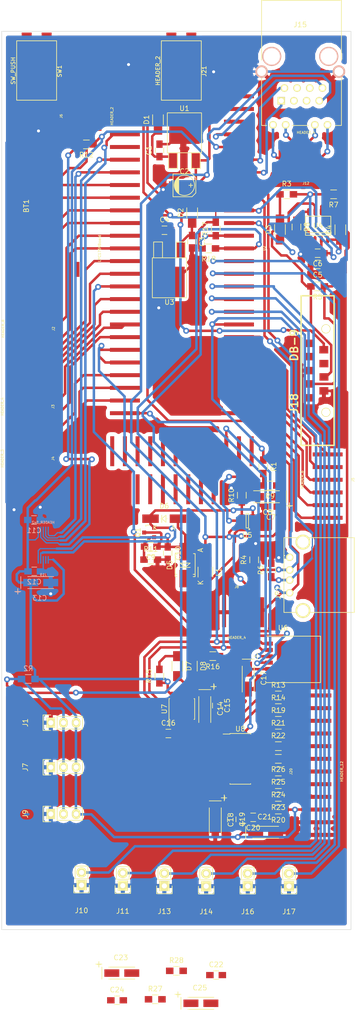
<source format=kicad_pcb>
(kicad_pcb (version 4) (host pcbnew 4.0.1-stable)
  (layers (0 F.Cu signal) (31 B.Cu signal) (34 B.Paste user) (35 F.Paste user) (36 B.SilkS user) (37 F.SilkS user) (38 B.Mask user) (39 F.Mask user) (44 Edge.Cuts user))
  (net 0 "")
  (net 1 "Net-(BT1-Pad1)")
  (net 2 GND)
  (net 3 "Net-(C1-Pad1)")
  (net 4 +3V3)
  (net 5 "Net-(C3-Pad1)")
  (net 6 +5V)
  (net 7 /Nokia6100LCD/LCD_LED+)
  (net 8 "Net-(C9-Pad2)")
  (net 9 "Net-(C16-Pad1)")
  (net 10 "Net-(C18-Pad1)")
  (net 11 "Net-(C19-Pad1)")
  (net 12 +12V)
  (net 13 /can_tx)
  (net 14 /can_rx)
  (net 15 /Nokia6100LCD/LCD_LED-)
  (net 16 /I2Csensors/AL_L#)
  (net 17 /I2Csensors/AL_H#)
  (net 18 /oneWire)
  (net 19 /h1_1)
  (net 20 /h1_2)
  (net 21 /h1_3)
  (net 22 /h1_4)
  (net 23 /h1_5)
  (net 24 /h1_7)
  (net 25 /h1_8)
  (net 26 /h2_1)
  (net 27 /h2_2)
  (net 28 /h2_3)
  (net 29 /h2_4)
  (net 30 /h3_1)
  (net 31 /h4_1)
  (net 32 /h4_2)
  (net 33 /h4_3)
  (net 34 /h4_4)
  (net 35 /h4_5)
  (net 36 /h4_6)
  (net 37 /VBatt)
  (net 38 /pwm1_6)
  (net 39 /pwm1_5)
  (net 40 /RJ45_L1)
  (net 41 /RJ45_L2)
  (net 42 /RJ45_L3)
  (net 43 /RJ45_L4)
  (net 44 /pwm1_4)
  (net 45 /pwm1_3)
  (net 46 /eth_rd-)
  (net 47 /eth_rd+)
  (net 48 /eth_td-)
  (net 49 /eth_td+)
  (net 50 /pwm1_2)
  (net 51 /pwm1_1)
  (net 52 "Net-(J18-Pad1)")
  (net 53 /canl)
  (net 54 "Net-(J18-Pad4)")
  (net 55 "Net-(J18-Pad5)")
  (net 56 /canh)
  (net 57 "Net-(J18-Pad8)")
  (net 58 "Net-(J19-Pad7)")
  (net 59 /Nokia6100LCD/LCD_RESET_N)
  (net 60 /Nokia6100LCD/LCD_SPI_MOSI)
  (net 61 /Nokia6100LCD/LCD_SPI_SCK)
  (net 62 /Nokia6100LCD/LCD_SPI_SSEL)
  (net 63 /I2Csensors/PROX)
  (net 64 /I2Csensors/D1)
  (net 65 /I2Csensors/S1)
  (net 66 /I2Csensors/D2)
  (net 67 /I2Csensors/S2)
  (net 68 /I2Csensors/D3)
  (net 69 /I2Csensors/S3)
  (net 70 /I2Csensors/D4)
  (net 71 /I2Csensors/S4)
  (net 72 /D+)
  (net 73 /D-)
  (net 74 /Nokia6100LCD/PWM)
  (net 75 "Net-(R8-Pad1)")
  (net 76 "Net-(R10-Pad1)")
  (net 77 "Net-(R13-Pad1)")
  (net 78 "Net-(R14-Pad1)")
  (net 79 /I2Csensors/SENS_I2C_SDA)
  (net 80 /I2Csensors/SENS_I2C_SCL)
  (net 81 "Net-(R19-Pad1)")
  (net 82 /I2Csensors/MBR3_IRQ#)
  (net 83 "Net-(R21-Pad1)")
  (net 84 "Net-(R22-Pad1)")
  (net 85 "Net-(R23-Pad2)")
  (net 86 "Net-(R24-Pad2)")
  (net 87 "Net-(R25-Pad2)")
  (net 88 "Net-(R26-Pad2)")
  (net 89 "Net-(U2-Pad31)")
  (net 90 "Net-(U2-Pad29)")
  (net 91 "Net-(U2-Pad30)")
  (net 92 "Net-(U2-Pad6)")
  (net 93 /I2Csensors/SENS_HP02S_XCLR)
  (net 94 "Net-(U2-PadPD4)")
  (net 95 "Net-(U2-PadPD5)")
  (net 96 "Net-(U2-PadPD6)")
  (net 97 "Net-(U2-PadPD7)")
  (net 98 "Net-(U2-PadPD8)")
  (net 99 "Net-(U2-PadPD9)")
  (net 100 /I2Csensors/SENS_HP02S_MCLK)
  (net 101 "Net-(U2-PadPD11)")
  (net 102 "Net-(U2-PadPD12)")
  (net 103 "Net-(U2-PadPD3)")
  (net 104 "Net-(U2-PadPD2)")
  (net 105 "Net-(U2-PadPD1)")
  (net 106 "Net-(U2-PadPD15)")
  (net 107 "Net-(U2-PadPD16)")
  (net 108 "Net-(U2-PadPD17)")
  (net 109 "Net-(U2-PadPD18)")
  (net 110 "Net-(U2-PadPD19)")
  (net 111 "Net-(U2-PadPD14)")
  (net 112 "Net-(U2-PadPD13)")
  (net 113 "Net-(U4-Pad5)")
  (net 114 "Net-(U7-Pad7)")
  (net 115 "Net-(C14-Pad1)")
  (net 116 "Net-(C24-Pad1)")
  (net 117 "Net-(J15-PadGA)")
  (net 118 "Net-(J15-PadYA)")
  (net 119 /I2Csensors/PWR_ON_OFF)
  (net 120 "Net-(D3-Pad2)")
  (net 121 "Net-(D4-Pad2)")
  (net 122 "Net-(D5-Pad2)")
  (net 123 "Net-(D7-Pad2)")
  (net 124 "Net-(D8-Pad2)")
  (module Housings_SOT-23_SOT-143_TSOT-6:SOT-23 (layer F.Cu) (at 44.55 115.43 90)
    (fp_text reference Q1 (at 0 -2.25 90) (layer F.SilkS))
    (fp_text value MMBT3904)
    (pad 1 smd rect (at -0.95 1.00076 90) (size 0.8001 0.8001) (layers F.Cu F.Paste F.Mask) (net 8 "Net-(C9-Pad2)"))
    (pad 3 smd rect (at 0.95 1.00076 90) (size 0.8001 0.8001) (layers F.Cu F.Paste F.Mask) (net 15 /Nokia6100LCD/LCD_LED-))
    (pad 2 smd rect (at 0 -0.99822 90) (size 0.8001 0.8001) (layers F.Cu F.Paste F.Mask) (net 7 /Nokia6100LCD/LCD_LED+))
  )
  (module pcb:BATTERY_3.6_05AA (layer F.Cu) (at 25 50 90)
    (fp_text reference BT1 (at 0 -5.08 90) (layer F.SilkS))
    (fp_text value Battery)
    (pad "" smd rect (at -12.7 5.08 180) (size 1 3) (layers F.Cu F.Paste F.Mask))
    (pad 1 smd rect (at -12.7 -5.08 180) (size 1 3) (layers F.Cu F.Paste F.Mask) (net 1 "Net-(BT1-Pad1)"))
    (pad 2 smd rect (at 15.24 0 180) (size 1 3) (layers F.Cu F.Paste F.Mask) (net 2 GND))
  )
  (module Capacitors_SMD:c_elec_4x5.3 (layer F.Cu) (at 51.62 45.86)
    (fp_text reference C2 (at 0 -2.794) (layer F.SilkS))
    (fp_text value 10uF)
    (pad 1 smd rect (at 1.80086 0) (size 2.60096 1.6002) (layers F.Cu F.Paste F.Mask) (net 4 +3V3))
    (pad 2 smd rect (at -1.80086 0) (size 2.60096 1.6002) (layers F.Cu F.Paste F.Mask) (net 2 GND))
  )
  (module Capacitors_Tantalum_SMD:TantalC_SizeA_EIA-3216_HandSoldering (layer F.Cu) (at 68.07 108.26 180)
    (fp_text reference C8 (at -0.20066 -3.0988 180) (layer F.SilkS))
    (fp_text value 22u/6.3V)
    (fp_text user + (at -4.59994 -1.80086 180) (layer F.SilkS))
    (pad 2 smd rect (at 1.99898 0 180) (size 2.99974 1.50114) (layers F.Cu F.Paste F.Mask) (net 2 GND))
    (pad 1 smd rect (at -1.99898 0 180) (size 2.99974 1.50114) (layers F.Cu F.Paste F.Mask) (net 4 +3V3))
  )
  (module Capacitors_SMD:C_0805_HandSoldering (layer F.Cu) (at 48.27 119.56 270)
    (fp_text reference C10 (at 0 -2.1 270) (layer F.SilkS))
    (fp_text value 1u/25V)
    (pad 1 smd rect (at -1.25 0 270) (size 1.5 1.25) (layers F.Cu F.Paste F.Mask) (net 7 /Nokia6100LCD/LCD_LED+))
    (pad 2 smd rect (at 1.25 0 270) (size 1.5 1.25) (layers F.Cu F.Paste F.Mask) (net 2 GND))
  )
  (module Capacitors_Tantalum_SMD:TantalC_SizeA_EIA-3216_HandSoldering (layer B.Cu) (at 22.82 125.46)
    (fp_text reference C13 (at -0.20066 3.0988) (layer B.SilkS) (effects (justify mirror)))
    (fp_text value 22uF/6.3V)
    (fp_text user + (at -4.59994 1.80086) (layer B.SilkS) (effects (justify mirror)))
    (pad 2 smd rect (at 1.99898 0) (size 2.99974 1.50114) (layers B.Cu B.Paste B.Mask) (net 2 GND))
    (pad 1 smd rect (at -1.99898 0) (size 2.99974 1.50114) (layers B.Cu B.Paste B.Mask) (net 4 +3V3))
  )
  (module Capacitors_Tantalum_SMD:TantalC_SizeA_EIA-3216_HandSoldering (layer F.Cu) (at 55.7 150.9 270)
    (fp_text reference C14 (at -0.20066 -3.0988 270) (layer F.SilkS))
    (fp_text value 22uF/6.3V)
    (fp_text user + (at -4.59994 -1.80086 270) (layer F.SilkS))
    (pad 2 smd rect (at 1.99898 0 270) (size 2.99974 1.50114) (layers F.Cu F.Paste F.Mask) (net 2 GND))
    (pad 1 smd rect (at -1.99898 0 270) (size 2.99974 1.50114) (layers F.Cu F.Paste F.Mask) (net 115 "Net-(C14-Pad1)"))
  )
  (module Capacitors_Tantalum_SMD:TantalC_SizeA_EIA-3216_HandSoldering (layer F.Cu) (at 64.4 144.8 270)
    (fp_text reference C17 (at -0.20066 -3.0988 270) (layer F.SilkS))
    (fp_text value 22uF/6.3V)
    (fp_text user + (at -4.59994 -1.80086 270) (layer F.SilkS))
    (pad 2 smd rect (at 1.99898 0 270) (size 2.99974 1.50114) (layers F.Cu F.Paste F.Mask) (net 2 GND))
    (pad 1 smd rect (at -1.99898 0 270) (size 2.99974 1.50114) (layers F.Cu F.Paste F.Mask) (net 4 +3V3))
  )
  (module Capacitors_Tantalum_SMD:TantalC_SizeA_EIA-3216_HandSoldering (layer F.Cu) (at 57.8 173.2 270)
    (fp_text reference C18 (at -0.20066 -3.0988 270) (layer F.SilkS))
    (fp_text value 2.2uF/5V)
    (fp_text user + (at -4.59994 -1.80086 270) (layer F.SilkS))
    (pad 2 smd rect (at 1.99898 0 270) (size 2.99974 1.50114) (layers F.Cu F.Paste F.Mask) (net 2 GND))
    (pad 1 smd rect (at -1.99898 0 270) (size 2.99974 1.50114) (layers F.Cu F.Paste F.Mask) (net 10 "Net-(C18-Pad1)"))
  )
  (module Capacitors_Tantalum_SMD:TantalC_SizeA_EIA-3216_HandSoldering (layer F.Cu) (at 67.9 175.5)
    (fp_text reference C21 (at -0.20066 -3.0988) (layer F.SilkS))
    (fp_text value 1u)
    (fp_text user + (at -4.59994 -1.80086) (layer F.SilkS))
    (pad 2 smd rect (at 1.99898 0) (size 2.99974 1.50114) (layers F.Cu F.Paste F.Mask) (net 2 GND))
    (pad 1 smd rect (at -1.99898 0) (size 2.99974 1.50114) (layers F.Cu F.Paste F.Mask) (net 4 +3V3))
  )
  (module Resistors_SMD:R_1206_HandSoldering (layer F.Cu) (at 46.32 32.71 90)
    (fp_text reference D1 (at 0 -2.3 90) (layer F.SilkS))
    (fp_text value D)
    (pad 1 smd rect (at -2 0 90) (size 2 1.7) (layers F.Cu F.Paste F.Mask) (net 3 "Net-(C1-Pad1)"))
    (pad 2 smd rect (at 2 0 90) (size 2 1.7) (layers F.Cu F.Paste F.Mask) (net 12 +12V))
  )
  (module Resistors_SMD:R_1206_HandSoldering (layer F.Cu) (at 53.17 51.36 90)
    (fp_text reference D2 (at 0 -2.3 90) (layer F.SilkS))
    (fp_text value D)
    (pad 1 smd rect (at -2 0 90) (size 2 1.7) (layers F.Cu F.Paste F.Mask) (net 5 "Net-(C3-Pad1)"))
    (pad 2 smd rect (at 2 0 90) (size 2 1.7) (layers F.Cu F.Paste F.Mask) (net 12 +12V))
  )
  (module Resistors_SMD:R_1206_HandSoldering (layer F.Cu) (at 70.77 54.71 90)
    (fp_text reference D3 (at 0 -2.3 90) (layer F.SilkS))
    (fp_text value LED)
    (pad 1 smd rect (at -2 0 90) (size 2 1.7) (layers F.Cu F.Paste F.Mask) (net 13 /can_tx))
    (pad 2 smd rect (at 2 0 90) (size 2 1.7) (layers F.Cu F.Paste F.Mask) (net 120 "Net-(D3-Pad2)"))
  )
  (module Resistors_SMD:R_1206_HandSoldering (layer F.Cu) (at 82.87 54.76 90)
    (fp_text reference D4 (at 0 -2.3 90) (layer F.SilkS))
    (fp_text value LED)
    (pad 1 smd rect (at -2 0 90) (size 2 1.7) (layers F.Cu F.Paste F.Mask) (net 14 /can_rx))
    (pad 2 smd rect (at 2 0 90) (size 2 1.7) (layers F.Cu F.Paste F.Mask) (net 121 "Net-(D4-Pad2)"))
  )
  (module Diodes_SMD:Diode-SMB_Handsoldering (layer F.Cu) (at 51.77 121.96 90)
    (fp_text reference D5 (at 0 -3.1 90) (layer F.SilkS))
    (fp_text value D_Schottky)
    (fp_text user K (at -3.5 3.1 90) (layer F.SilkS))
    (fp_text user A (at 3 3.05 90) (layer F.SilkS))
    (pad 1 smd rect (at -2.70002 0 90) (size 3.50012 2.30124) (layers F.Cu F.Paste F.Mask) (net 7 /Nokia6100LCD/LCD_LED+))
    (pad 2 smd rect (at 2.70002 0 90) (size 3.50012 2.30124) (layers F.Cu F.Paste F.Mask) (net 122 "Net-(D5-Pad2)"))
  )
  (module Diodes_SMD:Diode-MiniMELF_Handsoldering (layer F.Cu) (at 47.57 112.66)
    (fp_text reference D6 (at 0 -2.54) (layer F.SilkS))
    (fp_text value 24V)
    (fp_text user K (at -1.8 1.85) (layer F.SilkS))
    (fp_text user A (at 1.8 1.85) (layer F.SilkS))
    (pad 1 smd rect (at -2.75082 0) (size 3.29946 1.69926) (layers F.Cu F.Paste F.Mask) (net 15 /Nokia6100LCD/LCD_LED-))
    (pad 2 smd rect (at 2.75082 0) (size 3.29946 1.69926) (layers F.Cu F.Paste F.Mask) (net 7 /Nokia6100LCD/LCD_LED+))
  )
  (module Resistors_SMD:R_1206_HandSoldering (layer F.Cu) (at 50.2 142.2 270)
    (fp_text reference D7 (at 0 -2.3 270) (layer F.SilkS))
    (fp_text value GREEN)
    (pad 1 smd rect (at -2 0 270) (size 2 1.7) (layers F.Cu F.Paste F.Mask) (net 16 /I2Csensors/AL_L#))
    (pad 2 smd rect (at 2 0 270) (size 2 1.7) (layers F.Cu F.Paste F.Mask) (net 123 "Net-(D7-Pad2)"))
  )
  (module Resistors_SMD:R_1206_HandSoldering (layer F.Cu) (at 53.1 142.2 270)
    (fp_text reference D8 (at 0 -2.3 270) (layer F.SilkS))
    (fp_text value RED)
    (pad 1 smd rect (at -2 0 270) (size 2 1.7) (layers F.Cu F.Paste F.Mask) (net 17 /I2Csensors/AL_H#))
    (pad 2 smd rect (at 2 0 270) (size 2 1.7) (layers F.Cu F.Paste F.Mask) (net 124 "Net-(D8-Pad2)"))
  )
  (module pcb:HEADER_SMD_1x8 (layer F.Cu) (at 20.3 74.6 270)
    (fp_text reference J2 (at 0 -5.08 270) (layer F.SilkS) (effects (font (size 0.49784 0.49784) (thickness 0.09906))))
    (fp_text value HEADER_8 (at 0 5.08 270) (layer F.SilkS) (effects (font (size 0.4953 0.4953) (thickness 0.09906))))
    (pad 1 smd rect (at -7.62 0 270) (size 0.8 6) (layers F.Cu F.Paste F.Mask) (net 19 /h1_1) (clearance 0.19558))
    (pad 2 smd rect (at -5.08 0 270) (size 0.8 6) (layers F.Cu F.Paste F.Mask) (net 20 /h1_2) (clearance 0.19558))
    (pad 3 smd rect (at -2.54 0 270) (size 0.8 6) (layers F.Cu F.Paste F.Mask) (net 21 /h1_3) (clearance 0.19558))
    (pad 4 smd rect (at 0 0 270) (size 0.8 6) (layers F.Cu F.Paste F.Mask) (net 22 /h1_4) (clearance 0.19558))
    (pad 5 smd rect (at 2.54 0 270) (size 0.8 6) (layers F.Cu F.Paste F.Mask) (net 23 /h1_5) (clearance 0.19558))
    (pad 6 smd rect (at 5.08 0 270) (size 0.8 6) (layers F.Cu F.Paste F.Mask) (net 2 GND) (clearance 0.19558))
    (pad 7 smd rect (at 7.62 0 270) (size 0.8 6) (layers F.Cu F.Paste F.Mask) (net 24 /h1_7) (clearance 0.19558))
    (pad 8 smd rect (at 10.16 0 270) (size 0.8 6) (layers F.Cu F.Paste F.Mask) (net 25 /h1_8) (clearance 0.19558))
  )
  (module pcb:HEADER_SMD_1x4 (layer F.Cu) (at 20.2 90.2 270)
    (fp_text reference J3 (at 0 -5.08 270) (layer F.SilkS) (effects (font (size 0.49784 0.49784) (thickness 0.09906))))
    (fp_text value HEADER_4 (at 0 5.08 270) (layer F.SilkS) (effects (font (size 0.4953 0.4953) (thickness 0.09906))))
    (pad 1 smd rect (at -2.54 0 270) (size 0.8 6) (layers F.Cu F.Paste F.Mask) (net 26 /h2_1) (clearance 0.19558))
    (pad 2 smd rect (at 0 0 270) (size 0.8 6) (layers F.Cu F.Paste F.Mask) (net 27 /h2_2) (clearance 0.19558))
    (pad 3 smd rect (at 2.54 0 270) (size 0.8 6) (layers F.Cu F.Paste F.Mask) (net 28 /h2_3) (clearance 0.19558))
    (pad 4 smd rect (at 5.08 0 270) (size 0.8 6) (layers F.Cu F.Paste F.Mask) (net 29 /h2_4) (clearance 0.19558))
  )
  (module pcb:HEADER_SMD_1x3 (layer F.Cu) (at 20.2 100.6 270)
    (fp_text reference J4 (at 0 -5.08 270) (layer F.SilkS) (effects (font (size 0.49784 0.49784) (thickness 0.09906))))
    (fp_text value HEADER_3 (at 0 5.08 270) (layer F.SilkS) (effects (font (size 0.4953 0.4953) (thickness 0.09906))))
    (pad 1 smd rect (at -2.54 0 270) (size 0.8 6) (layers F.Cu F.Paste F.Mask) (net 30 /h3_1) (clearance 0.19558))
    (pad 2 smd rect (at 0 0 270) (size 0.8 6) (layers F.Cu F.Paste F.Mask) (net 2 GND) (clearance 0.19558))
    (pad 3 smd rect (at 2.54 0 270) (size 0.8 6) (layers F.Cu F.Paste F.Mask) (net 2 GND) (clearance 0.19558))
  )
  (module pcb:HEADER_SMD_1x6 (layer F.Cu) (at 80.32 104.86 270)
    (fp_text reference J5 (at 0 -5.08 270) (layer F.SilkS) (effects (font (size 0.49784 0.49784) (thickness 0.09906))))
    (fp_text value HEADER_6 (at 0 5.08 270) (layer F.SilkS) (effects (font (size 0.4953 0.4953) (thickness 0.09906))))
    (pad 1 smd rect (at -5.08 0 270) (size 0.8 6) (layers F.Cu F.Paste F.Mask) (net 31 /h4_1) (clearance 0.19558))
    (pad 2 smd rect (at -2.54 0 270) (size 0.8 6) (layers F.Cu F.Paste F.Mask) (net 32 /h4_2) (clearance 0.19558))
    (pad 3 smd rect (at 0 0 270) (size 0.8 6) (layers F.Cu F.Paste F.Mask) (net 33 /h4_3) (clearance 0.19558))
    (pad 4 smd rect (at 2.54 0 270) (size 0.8 6) (layers F.Cu F.Paste F.Mask) (net 34 /h4_4) (clearance 0.19558))
    (pad 5 smd rect (at 5.08 0 270) (size 0.8 6) (layers F.Cu F.Paste F.Mask) (net 35 /h4_5) (clearance 0.19558))
    (pad 6 smd rect (at 7.62 0 270) (size 0.8 6) (layers F.Cu F.Paste F.Mask) (net 36 /h4_6) (clearance 0.19558))
  )
  (module pcb:HEADER_SMD_1x2 (layer F.Cu) (at 32 32 90)
    (fp_text reference J6 (at 0 -5.08 90) (layer F.SilkS) (effects (font (size 0.49784 0.49784) (thickness 0.09906))))
    (fp_text value HEADER_2 (at 0 5.08 90) (layer F.SilkS) (effects (font (size 0.4953 0.4953) (thickness 0.09906))))
    (pad 1 smd rect (at -2.54 0 90) (size 0.8 6) (layers F.Cu F.Paste F.Mask) (net 1 "Net-(BT1-Pad1)") (clearance 0.19558))
    (pad 2 smd rect (at 0 0 90) (size 0.8 6) (layers F.Cu F.Paste F.Mask) (net 37 /VBatt) (clearance 0.19558))
  )
  (module pcb:HEADER_SMD_1x4 (layer F.Cu) (at 62.1 131.4)
    (fp_text reference J8 (at 0 -5.08) (layer F.SilkS) (effects (font (size 0.49784 0.49784) (thickness 0.09906))))
    (fp_text value HEADER_4 (at 0 5.08) (layer F.SilkS) (effects (font (size 0.4953 0.4953) (thickness 0.09906))))
    (pad 1 smd rect (at -2.54 0) (size 0.8 6) (layers F.Cu F.Paste F.Mask) (net 2 GND) (clearance 0.19558))
    (pad 2 smd rect (at 0 0) (size 0.8 6) (layers F.Cu F.Paste F.Mask) (net 2 GND) (clearance 0.19558))
    (pad 3 smd rect (at 2.54 0) (size 0.8 6) (layers F.Cu F.Paste F.Mask) (net 4 +3V3) (clearance 0.19558))
    (pad 4 smd rect (at 5.08 0) (size 0.8 6) (layers F.Cu F.Paste F.Mask) (net 6 +5V) (clearance 0.19558))
  )
  (module pcb:HEADER_SMD_1x4 (layer F.Cu) (at 75.97 40.36 180)
    (fp_text reference J12 (at 0 -5.08 180) (layer F.SilkS) (effects (font (size 0.49784 0.49784) (thickness 0.09906))))
    (fp_text value HEADER_4 (at 0 5.08 180) (layer F.SilkS) (effects (font (size 0.4953 0.4953) (thickness 0.09906))))
    (pad 1 smd rect (at -2.54 0 180) (size 0.8 6) (layers F.Cu F.Paste F.Mask) (net 40 /RJ45_L1) (clearance 0.19558))
    (pad 2 smd rect (at 0 0 180) (size 0.8 6) (layers F.Cu F.Paste F.Mask) (net 41 /RJ45_L2) (clearance 0.19558))
    (pad 3 smd rect (at 2.54 0 180) (size 0.8 6) (layers F.Cu F.Paste F.Mask) (net 42 /RJ45_L3) (clearance 0.19558))
    (pad 4 smd rect (at 5.08 0 180) (size 0.8 6) (layers F.Cu F.Paste F.Mask) (net 43 /RJ45_L4) (clearance 0.19558))
  )
  (module Connect:RJ45_TRANSFO (layer F.Cu) (at 71.02 28.91 180)
    (fp_text reference J15 (at -3.81 15.24 180) (layer F.SilkS))
    (fp_text value rj45)
    (pad Hole thru_hole circle (at 1.905 8.89 180) (size 3.85064 3.85064) (drill 3.302) (layers *.Cu *.SilkS *.Mask))
    (pad Hole thru_hole circle (at -9.525 8.89 180) (size 3.85064 3.85064) (drill 3.302) (layers *.Cu *.SilkS *.Mask))
    (pad 8 thru_hole circle (at -8.255 2.54 180) (size 1.524 1.524) (drill 1.016) (layers *.Cu *.Mask F.SilkS) (net 46 /eth_rd-))
    (pad 7 thru_hole circle (at -7.62 0 180) (size 1.524 1.524) (drill 1.016) (layers *.Cu *.Mask F.SilkS) (net 47 /eth_rd+))
    (pad 6 thru_hole circle (at -5.715 2.54 180) (size 1.524 1.524) (drill 1.016) (layers *.Cu *.Mask F.SilkS))
    (pad 5 thru_hole circle (at -5.08 0 180) (size 1.524 1.524) (drill 1.016) (layers *.Cu *.Mask F.SilkS))
    (pad 4 thru_hole circle (at -3.175 2.54 180) (size 1.524 1.524) (drill 1.016) (layers *.Cu *.Mask F.SilkS))
    (pad 3 thru_hole circle (at -2.54 0 180) (size 1.524 1.524) (drill 1.016) (layers *.Cu *.Mask F.SilkS) (net 4 +3V3))
    (pad 2 thru_hole circle (at -0.635 2.54 180) (size 1.524 1.524) (drill 1.016) (layers *.Cu *.Mask F.SilkS) (net 48 /eth_td-))
    (pad 13 thru_hole circle (at 3.937 5.842 180) (size 2.54 2.54) (drill 1.778) (layers *.Cu *.SilkS *.Mask) (net 2 GND))
    (pad 13 thru_hole circle (at -11.557 5.842 180) (size 2.54 2.54) (drill 1.778) (layers *.Cu *.SilkS *.Mask) (net 2 GND))
    (pad YK thru_hole circle (at -6.731 -4.826 180) (size 1.524 1.524) (drill 1.016) (layers *.Cu *.Mask F.SilkS) (net 41 /RJ45_L2))
    (pad GA thru_hole circle (at -0.889 -4.826 180) (size 1.524 1.524) (drill 1.016) (layers *.Cu *.Mask F.SilkS) (net 117 "Net-(J15-PadGA)"))
    (pad YA thru_hole circle (at -9.271 -4.826 180) (size 1.524 1.524) (drill 1.016) (layers *.Cu *.Mask F.SilkS) (net 118 "Net-(J15-PadYA)"))
    (pad GK thru_hole circle (at 1.651 -4.826 180) (size 1.524 1.524) (drill 1.016) (layers *.Cu *.Mask F.SilkS) (net 43 /RJ45_L4))
    (pad 1 thru_hole rect (at 0 0 180) (size 1.524 1.524) (drill 1.016) (layers *.Cu *.Mask F.SilkS) (net 49 /eth_td+))
  )
  (module pcb:DB9SMD_oneside (layer F.Cu) (at 78.18 82.98 90)
    (fp_text reference J18 (at -6.604 -4.572 90) (layer F.SilkS) (effects (font (thickness 0.3048))))
    (fp_text value DB-9 (at 5.08 -4.572 90) (layer F.SilkS) (effects (font (thickness 0.3048))))
    (pad 1 smd rect (at -5.46 -1.4 90) (size 1.5 1.79958) (layers F.Cu F.Paste F.Mask) (net 52 "Net-(J18-Pad1)"))
    (pad 2 smd rect (at -2.67 -1.4 90) (size 1.5 1.79958) (layers F.Cu F.Paste F.Mask) (net 53 /canl))
    (pad 4 smd rect (at 2.8 -1.4 90) (size 1.5 1.79958) (layers F.Cu F.Paste F.Mask) (net 54 "Net-(J18-Pad4)"))
    (pad 3 smd rect (at 0 -1.4 90) (size 1.5 1.79958) (layers F.Cu F.Paste F.Mask) (net 2 GND))
    (pad 5 smd rect (at 5.46 -1.41 90) (size 1.5 1.79958) (layers F.Cu F.Paste F.Mask) (net 55 "Net-(J18-Pad5)"))
    (pad 6 smd rect (at -4.06 1.39 90) (size 1.5 1.79958) (layers F.Cu F.Paste F.Mask) (net 2 GND))
    (pad 7 smd rect (at -1.27 1.4 90) (size 1.5 1.79958) (layers F.Cu F.Paste F.Mask) (net 56 /canh))
    (pad 8 smd rect (at 1.4 1.39 90) (size 1.5 1.79958) (layers F.Cu F.Paste F.Mask) (net 57 "Net-(J18-Pad8)"))
    (pad 9 smd rect (at 4.18 1.37 90) (size 1.5 1.79958) (layers F.Cu F.Paste F.Mask) (net 12 +12V))
    (pad 0 thru_hole circle (at -8.36 1.8 90) (size 1.8 1.8) (drill 1.5) (layers *.Cu *.Mask F.SilkS))
    (pad 0 thru_hole circle (at 8.36 1.8 90) (size 1.8 1.8) (drill 1.5) (layers *.Cu *.Mask F.SilkS))
  )
  (module pcb:HIROSE_DF23C-10 (layer B.Cu) (at 23.32 118.81)
    (fp_text reference J19 (at 0 5.08) (layer B.SilkS) (effects (font (size 0.49784 0.49784) (thickness 0.09906)) (justify mirror)))
    (fp_text value HEADER_5x2 (at 0 -5.4) (layer B.SilkS) (effects (font (size 0.4953 0.4953) (thickness 0.09906)) (justify mirror)))
    (pad 10 smd rect (at -1 2.1) (size 0.25 1.5) (layers B.Cu B.Paste B.Mask) (net 7 /Nokia6100LCD/LCD_LED+) (clearance 0.19558))
    (pad 9 smd rect (at -0.5 2.1) (size 0.25 1.5) (layers B.Cu B.Paste B.Mask) (net 15 /Nokia6100LCD/LCD_LED-) (clearance 0.19558))
    (pad 8 smd rect (at 0 2.1) (size 0.25 1.5) (layers B.Cu B.Paste B.Mask) (net 2 GND) (clearance 0.19558))
    (pad 7 smd rect (at 0.5 2.1) (size 0.25 1.5) (layers B.Cu B.Paste B.Mask) (net 58 "Net-(J19-Pad7)") (clearance 0.19558))
    (pad 6 smd rect (at 1 2.1) (size 0.25 1.5) (layers B.Cu B.Paste B.Mask) (net 4 +3V3) (clearance 0.19558))
    (pad 1 smd rect (at -1 -3.8) (size 0.25 1.5) (layers B.Cu B.Paste B.Mask) (net 4 +3V3) (clearance 0.19558))
    (pad 2 smd rect (at -0.5 -3.8) (size 0.25 1.5) (layers B.Cu B.Paste B.Mask) (net 59 /Nokia6100LCD/LCD_RESET_N) (clearance 0.19558))
    (pad 3 smd rect (at 0 -3.8) (size 0.25 1.5) (layers B.Cu B.Paste B.Mask) (net 60 /Nokia6100LCD/LCD_SPI_MOSI) (clearance 0.19558))
    (pad 4 smd rect (at 0.5 -3.8) (size 0.25 1.5) (layers B.Cu B.Paste B.Mask) (net 61 /Nokia6100LCD/LCD_SPI_SCK) (clearance 0.19558))
    (pad 5 smd rect (at 1 -3.8) (size 0.25 1.5) (layers B.Cu B.Paste B.Mask) (net 62 /Nokia6100LCD/LCD_SPI_SSEL) (clearance 0.19558))
  )
  (module pcb:HEADER_SMD_1x12 (layer F.Cu) (at 78.06 163.32 90)
    (fp_text reference J20 (at 0 -5.08 90) (layer F.SilkS) (effects (font (size 0.49784 0.49784) (thickness 0.09906))))
    (fp_text value HEADER_12 (at 0 5.08 90) (layer F.SilkS) (effects (font (size 0.4953 0.4953) (thickness 0.09906))))
    (pad 1 smd rect (at -12.7 0 90) (size 0.8 6) (layers F.Cu F.Paste F.Mask) (net 2 GND) (clearance 0.19558))
    (pad 2 smd rect (at -10.16 0 90) (size 0.8 6) (layers F.Cu F.Paste F.Mask) (net 2 GND) (clearance 0.19558))
    (pad 3 smd rect (at -7.62 0 90) (size 0.8 6) (layers F.Cu F.Paste F.Mask) (net 4 +3V3) (clearance 0.19558))
    (pad 4 smd rect (at -5.08 0 90) (size 0.8 6) (layers F.Cu F.Paste F.Mask) (net 64 /I2Csensors/D1) (clearance 0.19558))
    (pad 5 smd rect (at -2.54 0 90) (size 0.8 6) (layers F.Cu F.Paste F.Mask) (net 66 /I2Csensors/D2) (clearance 0.19558))
    (pad 6 smd rect (at 0 0 90) (size 0.8 6) (layers F.Cu F.Paste F.Mask) (net 68 /I2Csensors/D3) (clearance 0.19558))
    (pad 7 smd rect (at 2.54 0 90) (size 0.8 6) (layers F.Cu F.Paste F.Mask) (net 70 /I2Csensors/D4) (clearance 0.19558))
    (pad 8 smd rect (at 5.08 0 90) (size 0.8 6) (layers F.Cu F.Paste F.Mask) (net 67 /I2Csensors/S2) (clearance 0.19558))
    (pad 9 smd rect (at 7.62 0 90) (size 0.8 6) (layers F.Cu F.Paste F.Mask) (net 69 /I2Csensors/S3) (clearance 0.19558))
    (pad 10 smd rect (at 10.16 0 90) (size 0.8 6) (layers F.Cu F.Paste F.Mask) (net 71 /I2Csensors/S4) (clearance 0.19558))
    (pad 11 smd rect (at 12.7 0 90) (size 0.8 6) (layers F.Cu F.Paste F.Mask) (net 65 /I2Csensors/S1) (clearance 0.19558))
    (pad 12 smd rect (at 15.24 0 90) (size 0.8 6) (layers F.Cu F.Paste F.Mask) (net 63 /I2Csensors/PROX) (clearance 0.19558))
  )
  (module Connect:USB_A (layer F.Cu) (at 72.71 127.508 90)
    (fp_text reference JP1 (at 0 -2.35 90) (layer F.SilkS))
    (fp_text value USB-A)
    (pad 4 thru_hole circle (at 7.11286 -0.00212) (size 1.50114 1.50114) (drill 1.00076) (layers *.Cu *.Mask F.SilkS) (net 2 GND))
    (pad 3 thru_hole circle (at 4.57286 -0.00212) (size 1.50114 1.50114) (drill 1.00076) (layers *.Cu *.Mask F.SilkS) (net 72 /D+))
    (pad 2 thru_hole circle (at 2.54086 -0.00212) (size 1.50114 1.50114) (drill 1.00076) (layers *.Cu *.Mask F.SilkS) (net 73 /D-))
    (pad 1 thru_hole circle (at 0.00086 -0.00212) (size 1.50114 1.50114) (drill 1.00076) (layers *.Cu *.Mask F.SilkS) (net 6 +5V))
    (pad 5 thru_hole circle (at 10.16086 2.66488) (size 2.99974 2.99974) (drill 2.30124) (layers *.Cu *.Mask F.SilkS))
    (pad 5 thru_hole circle (at -3.55514 2.66488) (size 2.99974 2.99974) (drill 2.30124) (layers *.Cu *.Mask F.SilkS))
  )
  (module Resistors_SMD:R_1210_HandSoldering (layer F.Cu) (at 55.82 123.36 270)
    (fp_text reference L1 (at 0 -2.7 270) (layer F.SilkS))
    (fp_text value 6.8uH)
    (pad 1 smd rect (at -2 0 270) (size 2 2.5) (layers F.Cu F.Paste F.Mask) (net 4 +3V3))
    (pad 2 smd rect (at 2 0 270) (size 2 2.5) (layers F.Cu F.Paste F.Mask) (net 122 "Net-(D5-Pad2)"))
  )
  (module pcb:MOLEX_LITETRAPS_2 (layer F.Cu) (at 22 23 270)
    (fp_text reference SW1 (at 0 -4.6 270) (layer F.SilkS) (effects (font (size 0.8001 0.8001) (thickness 0.14986))))
    (fp_text value SW_PUSH (at -0.1 4.7 270) (layer F.SilkS) (effects (font (size 0.8001 0.8001) (thickness 0.14986))))
    (pad 2 smd rect (at 4 2 270) (size 6 2) (layers F.Cu F.Paste F.Mask) (net 59 /Nokia6100LCD/LCD_RESET_N))
    (pad 1 smd rect (at 4 -2 270) (size 6 2) (layers F.Cu F.Paste F.Mask) (net 2 GND))
    (pad "" smd rect (at -6 2 270) (size 3.5 2) (layers F.Cu F.Paste F.Mask))
    (pad "" smd rect (at -6 -2 270) (size 3.5 2) (layers F.Cu F.Paste F.Mask))
  )
  (module SMD_Packages:DPAK-2 (layer F.Cu) (at 51.62 40.86)
    (fp_text reference U1 (at 0 -10.414) (layer F.SilkS))
    (fp_text value LF33CDT)
    (pad 1 smd rect (at -2.286 0) (size 1.651 3.048) (layers F.Cu F.Paste F.Mask) (net 3 "Net-(C1-Pad1)"))
    (pad 2 smd rect (at 0 -6.35) (size 6.096 6.096) (layers F.Cu F.Paste F.Mask) (net 2 GND))
    (pad 3 smd rect (at 2.286 0) (size 1.651 3.048) (layers F.Cu F.Paste F.Mask) (net 4 +3V3))
  )
  (module Housings_SOT-23_SOT-143_TSOT-6:SOT-23-6 (layer F.Cu) (at 64.22 113.06 180)
    (fp_text reference U5 (at 0 -2.9 180) (layer F.SilkS))
    (fp_text value LT1932)
    (pad 1 smd rect (at -1.1 -0.95 180) (size 1.06 0.65) (layers F.Cu F.Paste F.Mask) (net 122 "Net-(D5-Pad2)"))
    (pad 2 smd rect (at -1.1 0 180) (size 1.06 0.65) (layers F.Cu F.Paste F.Mask) (net 2 GND))
    (pad 3 smd rect (at -1.1 0.95 180) (size 1.06 0.65) (layers F.Cu F.Paste F.Mask) (net 15 /Nokia6100LCD/LCD_LED-))
    (pad 4 smd rect (at 1.1 0.95 180) (size 1.06 0.65) (layers F.Cu F.Paste F.Mask) (net 76 "Net-(R10-Pad1)"))
    (pad 6 smd rect (at 1.1 -0.95 180) (size 1.06 0.65) (layers F.Cu F.Paste F.Mask) (net 4 +3V3))
    (pad 5 smd rect (at 1.1 0 180) (size 1.06 0.65) (layers F.Cu F.Paste F.Mask) (net 74 /Nokia6100LCD/PWM))
  )
  (module pcb:HP02S (layer F.Cu) (at 71.1 141.5)
    (fp_text reference U6 (at 0.275 -6.95) (layer F.SilkS))
    (fp_text value HP02S)
    (pad 1 smd rect (at -2.54 -3.81) (size 1.55 0.8) (layers F.Cu F.Paste F.Mask) (net 80 /I2Csensors/SENS_I2C_SCL))
    (pad 2 smd rect (at -2.54 -2.54) (size 1.55 0.8) (layers F.Cu F.Paste F.Mask) (net 79 /I2Csensors/SENS_I2C_SDA))
    (pad 3 smd rect (at -2.54 -1.27) (size 1.55 0.8) (layers F.Cu F.Paste F.Mask) (net 93 /I2Csensors/SENS_HP02S_XCLR))
    (pad 4 smd rect (at -2.54 0) (size 1.55 0.8) (layers F.Cu F.Paste F.Mask) (net 100 /I2Csensors/SENS_HP02S_MCLK))
    (pad 5 smd rect (at -2.54 1.27) (size 1.55 0.8) (layers F.Cu F.Paste F.Mask) (net 4 +3V3))
    (pad 6 smd rect (at -2.54 2.54) (size 1.55 0.8) (layers F.Cu F.Paste F.Mask) (net 2 GND))
  )
  (module Housings_SOIC:SOIC-8_3.9x4.9mm_Pitch1.27mm (layer F.Cu) (at 51.1 150.8 90)
    (fp_text reference U7 (at 0 -3.5 90) (layer F.SilkS))
    (fp_text value HIH6131)
    (pad 1 smd rect (at -2.7 -1.905 90) (size 1.55 0.6) (layers F.Cu F.Paste F.Mask) (net 9 "Net-(C16-Pad1)"))
    (pad 2 smd rect (at -2.7 -0.635 90) (size 1.55 0.6) (layers F.Cu F.Paste F.Mask) (net 2 GND))
    (pad 3 smd rect (at -2.7 0.635 90) (size 1.55 0.6) (layers F.Cu F.Paste F.Mask) (net 80 /I2Csensors/SENS_I2C_SCL))
    (pad 4 smd rect (at -2.7 1.905 90) (size 1.55 0.6) (layers F.Cu F.Paste F.Mask) (net 79 /I2Csensors/SENS_I2C_SDA))
    (pad 5 smd rect (at 2.7 1.905 90) (size 1.55 0.6) (layers F.Cu F.Paste F.Mask) (net 17 /I2Csensors/AL_H#))
    (pad 6 smd rect (at 2.7 0.635 90) (size 1.55 0.6) (layers F.Cu F.Paste F.Mask) (net 16 /I2Csensors/AL_L#))
    (pad 7 smd rect (at 2.7 -0.635 90) (size 1.55 0.6) (layers F.Cu F.Paste F.Mask) (net 114 "Net-(U7-Pad7)"))
    (pad 8 smd rect (at 2.7 -1.905 90) (size 1.55 0.6) (layers F.Cu F.Paste F.Mask) (net 115 "Net-(C14-Pad1)"))
  )
  (module Housings_SOIC:SOIC-16_3.9x9.9mm_Pitch1.27mm (layer F.Cu) (at 62.82 160.78)
    (fp_text reference U8 (at 0 -6) (layer F.SilkS))
    (fp_text value CY8CMBR3110)
    (pad 1 smd rect (at -2.7 -4.445) (size 1.5 0.6) (layers F.Cu F.Paste F.Mask) (net 79 /I2Csensors/SENS_I2C_SDA))
    (pad 2 smd rect (at -2.7 -3.175) (size 1.5 0.6) (layers F.Cu F.Paste F.Mask) (net 80 /I2Csensors/SENS_I2C_SCL))
    (pad 3 smd rect (at -2.7 -1.905) (size 1.5 0.6) (layers F.Cu F.Paste F.Mask) (net 77 "Net-(R13-Pad1)"))
    (pad 4 smd rect (at -2.7 -0.635) (size 1.5 0.6) (layers F.Cu F.Paste F.Mask) (net 78 "Net-(R14-Pad1)"))
    (pad 5 smd rect (at -2.7 0.635) (size 1.5 0.6) (layers F.Cu F.Paste F.Mask) (net 10 "Net-(C18-Pad1)"))
    (pad 6 smd rect (at -2.7 1.905) (size 1.5 0.6) (layers F.Cu F.Paste F.Mask) (net 11 "Net-(C19-Pad1)"))
    (pad 7 smd rect (at -2.7 3.175) (size 1.5 0.6) (layers F.Cu F.Paste F.Mask) (net 4 +3V3))
    (pad 8 smd rect (at -2.7 4.445) (size 1.5 0.6) (layers F.Cu F.Paste F.Mask) (net 2 GND))
    (pad 9 smd rect (at 2.7 4.445) (size 1.5 0.6) (layers F.Cu F.Paste F.Mask) (net 85 "Net-(R23-Pad2)"))
    (pad 10 smd rect (at 2.7 3.175) (size 1.5 0.6) (layers F.Cu F.Paste F.Mask) (net 86 "Net-(R24-Pad2)"))
    (pad 11 smd rect (at 2.7 1.905) (size 1.5 0.6) (layers F.Cu F.Paste F.Mask) (net 87 "Net-(R25-Pad2)"))
    (pad 12 smd rect (at 2.7 0.635) (size 1.5 0.6) (layers F.Cu F.Paste F.Mask) (net 88 "Net-(R26-Pad2)"))
    (pad 13 smd rect (at 2.7 -0.635) (size 1.5 0.6) (layers F.Cu F.Paste F.Mask) (net 84 "Net-(R22-Pad1)"))
    (pad 14 smd rect (at 2.7 -1.905) (size 1.5 0.6) (layers F.Cu F.Paste F.Mask) (net 82 /I2Csensors/MBR3_IRQ#))
    (pad 15 smd rect (at 2.7 -3.175) (size 1.5 0.6) (layers F.Cu F.Paste F.Mask) (net 83 "Net-(R21-Pad1)"))
    (pad 16 smd rect (at 2.7 -4.445) (size 1.5 0.6) (layers F.Cu F.Paste F.Mask) (net 81 "Net-(R19-Pad1)"))
  )
  (module pcb:MOLEX_LITETRAPS_2 (layer F.Cu) (at 51 23 270)
    (fp_text reference J21 (at 0 -4.6 270) (layer F.SilkS) (effects (font (size 0.8001 0.8001) (thickness 0.14986))))
    (fp_text value HEADER_2 (at -0.1 4.7 270) (layer F.SilkS) (effects (font (size 0.8001 0.8001) (thickness 0.14986))))
    (pad 2 smd rect (at 4 2 270) (size 6 2) (layers F.Cu F.Paste F.Mask) (net 12 +12V))
    (pad 1 smd rect (at 4 -2 270) (size 6 2) (layers F.Cu F.Paste F.Mask) (net 2 GND))
    (pad "" smd rect (at -6 2 270) (size 3.5 2) (layers F.Cu F.Paste F.Mask))
    (pad "" smd rect (at -6 -2 270) (size 3.5 2) (layers F.Cu F.Paste F.Mask))
  )
  (module pcb:LPCXPRESSO_LPC1769 (layer F.Cu) (at 47.31 66.12 270)
    (fp_text reference U2 (at -7.62 -20.32 270) (layer F.SilkS) (effects (font (size 0.49784 0.49784) (thickness 0.09906))))
    (fp_text value LPC1769Board (at -7.62 12.7 270) (layer F.SilkS) (effects (font (size 0.4953 0.4953) (thickness 0.09906))))
    (pad 54 smd rect (at 25.4 -15.24 270) (size 0.8 6) (layers F.Cu F.Paste F.Mask) (net 2 GND) (clearance 0.19558))
    (pad 53 smd rect (at 22.86 -15.24 270) (size 0.8 6) (layers F.Cu F.Paste F.Mask) (net 36 /h4_6) (clearance 0.19558))
    (pad 52 smd rect (at 20.32 -15.24 270) (size 0.8 6) (layers F.Cu F.Paste F.Mask) (net 35 /h4_5) (clearance 0.19558))
    (pad 51 smd rect (at 17.78 -15.24 270) (size 0.8 6) (layers F.Cu F.Paste F.Mask) (net 34 /h4_4) (clearance 0.19558))
    (pad 50 smd rect (at 15.24 -15.24 270) (size 0.8 6) (layers F.Cu F.Paste F.Mask) (net 33 /h4_3) (clearance 0.19558))
    (pad 48 smd rect (at 10.16 -15.24 270) (size 0.8 6) (layers F.Cu F.Paste F.Mask) (net 31 /h4_1) (clearance 0.19558))
    (pad 49 smd rect (at 12.7 -15.24 270) (size 0.8 6) (layers F.Cu F.Paste F.Mask) (net 32 /h4_2) (clearance 0.19558))
    (pad 47 smd rect (at 7.62 -15.24 270) (size 0.8 6) (layers F.Cu F.Paste F.Mask) (net 38 /pwm1_6) (clearance 0.19558))
    (pad 46 smd rect (at 5.08 -15.24 270) (size 0.8 6) (layers F.Cu F.Paste F.Mask) (net 39 /pwm1_5) (clearance 0.19558))
    (pad 45 smd rect (at 2.54 -15.24 270) (size 0.8 6) (layers F.Cu F.Paste F.Mask) (net 44 /pwm1_4) (clearance 0.19558))
    (pad 33 smd rect (at -27.94 -15.24 270) (size 0.8 6) (layers F.Cu F.Paste F.Mask) (net 47 /eth_rd+) (clearance 0.19558))
    (pad 32 smd rect (at -30.48 -15.24 270) (size 0.8 6) (layers F.Cu F.Paste F.Mask) (net 46 /eth_rd-) (clearance 0.19558))
    (pad 31 smd rect (at -33.02 -15.24 270) (size 0.8 6) (layers F.Cu F.Paste F.Mask) (net 89 "Net-(U2-Pad31)") (clearance 0.19558))
    (pad 29 smd rect (at -38.1 -15.24 270) (size 0.8 6) (layers F.Cu F.Paste F.Mask) (net 90 "Net-(U2-Pad29)") (clearance 0.19558))
    (pad 42 smd rect (at -5.08 -15.24 270) (size 0.8 6) (layers F.Cu F.Paste F.Mask) (net 51 /pwm1_1) (clearance 0.19558))
    (pad 41 smd rect (at -7.62 -15.24 270) (size 0.8 6) (layers F.Cu F.Paste F.Mask) (net 80 /I2Csensors/SENS_I2C_SCL) (clearance 0.19558))
    (pad 35 smd rect (at -22.86 -15.24 270) (size 0.8 6) (layers F.Cu F.Paste F.Mask) (net 49 /eth_td+) (clearance 0.19558))
    (pad 40 smd rect (at -10.16 -15.24 270) (size 0.8 6) (layers F.Cu F.Paste F.Mask) (net 79 /I2Csensors/SENS_I2C_SDA) (clearance 0.19558))
    (pad 39 smd rect (at -12.7 -15.24 270) (size 0.8 6) (layers F.Cu F.Paste F.Mask) (net 13 /can_tx) (clearance 0.19558))
    (pad 38 smd rect (at -15.24 -15.24 270) (size 0.8 6) (layers F.Cu F.Paste F.Mask) (net 14 /can_rx) (clearance 0.19558))
    (pad 28 smd rect (at -40.64 -15.24 270) (size 0.8 6) (layers F.Cu F.Paste F.Mask) (net 4 +3V3) (clearance 0.19558))
    (pad 37 smd rect (at -17.78 -15.24 270) (size 0.8 6) (layers F.Cu F.Paste F.Mask) (net 72 /D+) (clearance 0.19558))
    (pad 36 smd rect (at -20.32 -15.24 270) (size 0.8 6) (layers F.Cu F.Paste F.Mask) (net 73 /D-) (clearance 0.19558))
    (pad 34 smd rect (at -25.4 -15.24 270) (size 0.8 6) (layers F.Cu F.Paste F.Mask) (net 48 /eth_td-) (clearance 0.19558))
    (pad 30 smd rect (at -35.56 -15.24 270) (size 0.8 6) (layers F.Cu F.Paste F.Mask) (net 91 "Net-(U2-Pad30)") (clearance 0.19558))
    (pad 44 smd rect (at 0 -15.24 270) (size 0.8 6) (layers F.Cu F.Paste F.Mask) (net 45 /pwm1_3) (clearance 0.19558))
    (pad 43 smd rect (at -2.54 -15.24 270) (size 0.8 6) (layers F.Cu F.Paste F.Mask) (net 50 /pwm1_2) (clearance 0.19558))
    (pad 1 smd rect (at -40.64 7.62 270) (size 0.8 6) (layers F.Cu F.Paste F.Mask) (net 2 GND) (clearance 0.19558))
    (pad 2 smd rect (at -38.1 7.62 270) (size 0.8 6) (layers F.Cu F.Paste F.Mask) (net 6 +5V) (clearance 0.19558))
    (pad 3 smd rect (at -35.56 7.62 270) (size 0.8 6) (layers F.Cu F.Paste F.Mask) (net 37 /VBatt) (clearance 0.19558))
    (pad 4 smd rect (at -33.02 7.62 270) (size 0.8 6) (layers F.Cu F.Paste F.Mask) (net 59 /Nokia6100LCD/LCD_RESET_N) (clearance 0.19558))
    (pad 5 smd rect (at -30.48 7.62 270) (size 0.8 6) (layers F.Cu F.Paste F.Mask) (net 60 /Nokia6100LCD/LCD_SPI_MOSI) (clearance 0.19558))
    (pad 6 smd rect (at -27.94 7.62 270) (size 0.8 6) (layers F.Cu F.Paste F.Mask) (net 92 "Net-(U2-Pad6)") (clearance 0.19558))
    (pad 7 smd rect (at -25.4 7.62 270) (size 0.8 6) (layers F.Cu F.Paste F.Mask) (net 61 /Nokia6100LCD/LCD_SPI_SCK) (clearance 0.19558))
    (pad 8 smd rect (at -22.86 7.62 270) (size 0.8 6) (layers F.Cu F.Paste F.Mask) (net 62 /Nokia6100LCD/LCD_SPI_SSEL) (clearance 0.19558))
    (pad 9 smd rect (at -20.32 7.62 270) (size 0.8 6) (layers F.Cu F.Paste F.Mask) (net 19 /h1_1) (clearance 0.19558))
    (pad 10 smd rect (at -17.78 7.62 270) (size 0.8 6) (layers F.Cu F.Paste F.Mask) (net 20 /h1_2) (clearance 0.19558))
    (pad 11 smd rect (at -15.24 7.62 270) (size 0.8 6) (layers F.Cu F.Paste F.Mask) (net 21 /h1_3) (clearance 0.19558))
    (pad 12 smd rect (at -12.7 7.62 270) (size 0.8 6) (layers F.Cu F.Paste F.Mask) (net 22 /h1_4) (clearance 0.19558))
    (pad 13 smd rect (at -10.16 7.62 270) (size 0.8 6) (layers F.Cu F.Paste F.Mask) (net 23 /h1_5) (clearance 0.19558))
    (pad 14 smd rect (at -7.62 7.62 270) (size 0.8 6) (layers F.Cu F.Paste F.Mask) (net 119 /I2Csensors/PWR_ON_OFF) (clearance 0.19558))
    (pad 15 smd rect (at -5.08 7.62 270) (size 0.8 6) (layers F.Cu F.Paste F.Mask) (net 24 /h1_7) (clearance 0.19558))
    (pad 16 smd rect (at -2.54 7.62 270) (size 0.8 6) (layers F.Cu F.Paste F.Mask) (net 25 /h1_8) (clearance 0.19558))
    (pad 17 smd rect (at 0 7.62 270) (size 0.8 6) (layers F.Cu F.Paste F.Mask) (net 82 /I2Csensors/MBR3_IRQ#) (clearance 0.19558))
    (pad 18 smd rect (at 2.54 7.62 270) (size 0.8 6) (layers F.Cu F.Paste F.Mask) (net 26 /h2_1) (clearance 0.19558))
    (pad 20 smd rect (at 7.62 7.62 270) (size 0.8 6) (layers F.Cu F.Paste F.Mask) (net 28 /h2_3) (clearance 0.19558))
    (pad 19 smd rect (at 5.08 7.62 270) (size 0.8 6) (layers F.Cu F.Paste F.Mask) (net 27 /h2_2) (clearance 0.19558))
    (pad 21 smd rect (at 10.16 7.62 270) (size 0.8 6) (layers F.Cu F.Paste F.Mask) (net 29 /h2_4) (clearance 0.19558))
    (pad 22 smd rect (at 12.7 7.62 270) (size 0.8 6) (layers F.Cu F.Paste F.Mask) (net 18 /oneWire) (clearance 0.19558))
    (pad 23 smd rect (at 15.24 7.62 270) (size 0.8 6) (layers F.Cu F.Paste F.Mask) (net 18 /oneWire) (clearance 0.19558))
    (pad 24 smd rect (at 17.78 7.62 270) (size 0.8 6) (layers F.Cu F.Paste F.Mask) (net 30 /h3_1) (clearance 0.19558))
    (pad 25 smd rect (at 20.32 7.62 270) (size 0.8 6) (layers F.Cu F.Paste F.Mask) (net 41 /RJ45_L2) (clearance 0.19558))
    (pad 26 smd rect (at 22.86 7.62 270) (size 0.8 6) (layers F.Cu F.Paste F.Mask) (net 43 /RJ45_L4) (clearance 0.19558))
    (pad 27 smd rect (at 25.4 7.62 270) (size 0.8 6) (layers F.Cu F.Paste F.Mask) (net 93 /I2Csensors/SENS_HP02S_XCLR) (clearance 0.19558))
    (pad PD4 smd rect (at 33.02 2.54) (size 0.8 6) (layers F.Cu F.Paste F.Mask) (net 94 "Net-(U2-PadPD4)") (clearance 0.19558))
    (pad PD5 smd rect (at 33.02 0) (size 0.8 6) (layers F.Cu F.Paste F.Mask) (net 95 "Net-(U2-PadPD5)") (clearance 0.19558))
    (pad PD6 smd rect (at 33.02 -2.54) (size 0.8 6) (layers F.Cu F.Paste F.Mask) (net 96 "Net-(U2-PadPD6)") (clearance 0.19558))
    (pad PD7 smd rect (at 33.02 -5.08) (size 0.8 6) (layers F.Cu F.Paste F.Mask) (net 97 "Net-(U2-PadPD7)") (clearance 0.19558))
    (pad PD8 smd rect (at 33.02 -7.62) (size 0.8 6) (layers F.Cu F.Paste F.Mask) (net 98 "Net-(U2-PadPD8)") (clearance 0.19558))
    (pad PD9 smd rect (at 33.02 -10.16) (size 0.8 6) (layers F.Cu F.Paste F.Mask) (net 99 "Net-(U2-PadPD9)") (clearance 0.19558))
    (pad PD10 smd rect (at 33.02 -12.7) (size 0.8 6) (layers F.Cu F.Paste F.Mask) (net 100 /I2Csensors/SENS_HP02S_MCLK) (clearance 0.19558))
    (pad PD11 smd rect (at 33.02 -15.24) (size 0.8 6) (layers F.Cu F.Paste F.Mask) (net 101 "Net-(U2-PadPD11)") (clearance 0.19558))
    (pad PD12 smd rect (at 33.02 -17.78) (size 0.8 6) (layers F.Cu F.Paste F.Mask) (net 102 "Net-(U2-PadPD12)") (clearance 0.19558))
    (pad PD3 smd rect (at 33.02 5.08) (size 0.8 6) (layers F.Cu F.Paste F.Mask) (net 103 "Net-(U2-PadPD3)") (clearance 0.19558))
    (pad PD2 smd rect (at 33.02 7.62) (size 0.8 6) (layers F.Cu F.Paste F.Mask) (net 104 "Net-(U2-PadPD2)") (clearance 0.19558))
    (pad PD1 smd rect (at 33.02 10.16) (size 0.8 6) (layers F.Cu F.Paste F.Mask) (net 105 "Net-(U2-PadPD1)") (clearance 0.19558))
    (pad PD15 smd rect (at 40.64 0) (size 0.8 6) (layers F.Cu F.Paste F.Mask) (net 106 "Net-(U2-PadPD15)") (clearance 0.19558))
    (pad PD16 smd rect (at 40.64 -2.54) (size 0.8 6) (layers F.Cu F.Paste F.Mask) (net 107 "Net-(U2-PadPD16)") (clearance 0.19558))
    (pad PD17 smd rect (at 40.64 -5.08) (size 0.8 6) (layers F.Cu F.Paste F.Mask) (net 108 "Net-(U2-PadPD17)") (clearance 0.19558))
    (pad PD18 smd rect (at 40.64 -7.62) (size 0.8 6) (layers F.Cu F.Paste F.Mask) (net 109 "Net-(U2-PadPD18)") (clearance 0.19558))
    (pad PD19 smd rect (at 40.64 -10.16) (size 0.8 6) (layers F.Cu F.Paste F.Mask) (net 110 "Net-(U2-PadPD19)") (clearance 0.19558))
    (pad PD14 smd rect (at 40.64 2.54) (size 0.8 6) (layers F.Cu F.Paste F.Mask) (net 111 "Net-(U2-PadPD14)") (clearance 0.19558))
    (pad PD13 smd rect (at 40.64 5.08) (size 0.8 6) (layers F.Cu F.Paste F.Mask) (net 112 "Net-(U2-PadPD13)") (clearance 0.19558))
  )
  (module SMD_Packages:DPAK-2 (layer F.Cu) (at 48.62 58.86 180)
    (fp_text reference U3 (at 0 -10.414 180) (layer F.SilkS))
    (fp_text value 7805)
    (pad 1 smd rect (at -2.286 0 180) (size 1.651 3.048) (layers F.Cu F.Paste F.Mask))
    (pad 2 smd rect (at 0 -6.35 180) (size 6.096 6.096) (layers F.Cu F.Paste F.Mask))
    (pad 3 smd rect (at 2.286 0 180) (size 1.651 3.048) (layers F.Cu F.Paste F.Mask))
  )
  (module Power_Integrations:SO-8 (layer F.Cu) (at 78.42 53.96)
    (fp_text reference U4 (at 0 0) (layer F.SilkS))
    (fp_text value MCP2551-I/SN)
    (pad 1 smd oval (at -1.905 2.794) (size 0.6096 1.4732) (layers F.Cu F.Paste F.Mask) (net 13 /can_tx))
    (pad 2 smd oval (at -0.635 2.794) (size 0.6096 1.4732) (layers F.Cu F.Paste F.Mask) (net 2 GND))
    (pad 3 smd oval (at 0.635 2.794) (size 0.6096 1.4732) (layers F.Cu F.Paste F.Mask) (net 6 +5V))
    (pad 4 smd oval (at 1.905 2.794) (size 0.6096 1.4732) (layers F.Cu F.Paste F.Mask) (net 14 /can_rx))
    (pad 5 smd oval (at 1.905 -2.794) (size 0.6096 1.4732) (layers F.Cu F.Paste F.Mask) (net 113 "Net-(U4-Pad5)"))
    (pad 6 smd oval (at 0.635 -2.794) (size 0.6096 1.4732) (layers F.Cu F.Paste F.Mask) (net 53 /canl))
    (pad 7 smd oval (at -0.635 -2.794) (size 0.6096 1.4732) (layers F.Cu F.Paste F.Mask) (net 56 /canh))
    (pad 8 smd oval (at -1.905 -2.794) (size 0.6096 1.4732) (layers F.Cu F.Paste F.Mask) (net 75 "Net-(R8-Pad1)"))
  )
  (module Capacitors_SMD:C_0805_HandSoldering (layer F.Cu) (at 46.62 38.86 90)
    (fp_text reference C1 (at 0 -2.1 90) (layer F.SilkS))
    (fp_text value 330n)
    (pad 1 smd rect (at -1.25 0 90) (size 1.5 1.25) (layers F.Cu F.Paste F.Mask) (net 3 "Net-(C1-Pad1)"))
    (pad 2 smd rect (at 1.25 0 90) (size 1.5 1.25) (layers F.Cu F.Paste F.Mask) (net 2 GND))
  )
  (module Capacitors_SMD:C_0805_HandSoldering (layer F.Cu) (at 53.12 57.16 270)
    (fp_text reference C3 (at 0 -2.1 270) (layer F.SilkS))
    (fp_text value 330n)
    (pad 1 smd rect (at -1.25 0 270) (size 1.5 1.25) (layers F.Cu F.Paste F.Mask) (net 5 "Net-(C3-Pad1)"))
    (pad 2 smd rect (at 1.25 0 270) (size 1.5 1.25) (layers F.Cu F.Paste F.Mask) (net 2 GND))
  )
  (module Capacitors_SMD:C_0805_HandSoldering (layer F.Cu) (at 47.62 54.86)
    (fp_text reference C4 (at 0 -2.1) (layer F.SilkS))
    (fp_text value 100n)
    (pad 1 smd rect (at -1.25 0) (size 1.5 1.25) (layers F.Cu F.Paste F.Mask) (net 6 +5V))
    (pad 2 smd rect (at 1.25 0) (size 1.5 1.25) (layers F.Cu F.Paste F.Mask) (net 2 GND))
  )
  (module Capacitors_SMD:C_0805_HandSoldering (layer F.Cu) (at 78.32 61.71 180)
    (fp_text reference C5 (at 0 -2.1 180) (layer F.SilkS))
    (fp_text value 100n)
    (pad 1 smd rect (at -1.25 0 180) (size 1.5 1.25) (layers F.Cu F.Paste F.Mask) (net 6 +5V))
    (pad 2 smd rect (at 1.25 0 180) (size 1.5 1.25) (layers F.Cu F.Paste F.Mask) (net 2 GND))
  )
  (module Capacitors_SMD:C_0805_HandSoldering (layer F.Cu) (at 78.32 59.46 180)
    (fp_text reference C6 (at 0 -2.1 180) (layer F.SilkS))
    (fp_text value 100n)
    (pad 1 smd rect (at -1.25 0 180) (size 1.5 1.25) (layers F.Cu F.Paste F.Mask) (net 6 +5V))
    (pad 2 smd rect (at 1.25 0 180) (size 1.5 1.25) (layers F.Cu F.Paste F.Mask) (net 2 GND))
  )
  (module Capacitors_SMD:C_0805_HandSoldering (layer F.Cu) (at 68.97 110.26 180)
    (fp_text reference C7 (at 0 -2.1 180) (layer F.SilkS))
    (fp_text value 100n)
    (pad 1 smd rect (at -1.25 0 180) (size 1.5 1.25) (layers F.Cu F.Paste F.Mask) (net 4 +3V3))
    (pad 2 smd rect (at 1.25 0 180) (size 1.5 1.25) (layers F.Cu F.Paste F.Mask) (net 2 GND))
  )
  (module Capacitors_SMD:C_0805_HandSoldering (layer F.Cu) (at 44.87 118.26 180)
    (fp_text reference C9 (at 0 -2.1 180) (layer F.SilkS))
    (fp_text value 47nF)
    (pad 1 smd rect (at -1.25 0 180) (size 1.5 1.25) (layers F.Cu F.Paste F.Mask) (net 7 /Nokia6100LCD/LCD_LED+))
    (pad 2 smd rect (at 1.25 0 180) (size 1.5 1.25) (layers F.Cu F.Paste F.Mask) (net 8 "Net-(C9-Pad2)"))
  )
  (module Capacitors_SMD:C_0805_HandSoldering (layer B.Cu) (at 21.47 112.91)
    (fp_text reference C11 (at 0 2.1) (layer B.SilkS) (effects (justify mirror)))
    (fp_text value 100nF)
    (pad 1 smd rect (at -1.25 0) (size 1.5 1.25) (layers B.Cu B.Paste B.Mask) (net 4 +3V3))
    (pad 2 smd rect (at 1.25 0) (size 1.5 1.25) (layers B.Cu B.Paste B.Mask) (net 2 GND))
  )
  (module Capacitors_SMD:C_0805_HandSoldering (layer B.Cu) (at 21.52 123.21)
    (fp_text reference C12 (at 0 2.1) (layer B.SilkS) (effects (justify mirror)))
    (fp_text value 100nF)
    (pad 1 smd rect (at -1.25 0) (size 1.5 1.25) (layers B.Cu B.Paste B.Mask) (net 4 +3V3))
    (pad 2 smd rect (at 1.25 0) (size 1.5 1.25) (layers B.Cu B.Paste B.Mask) (net 2 GND))
  )
  (module Capacitors_SMD:C_0805_HandSoldering (layer F.Cu) (at 58.1 150.1 270)
    (fp_text reference C15 (at 0 -2.1 270) (layer F.SilkS))
    (fp_text value 100nF)
    (pad 1 smd rect (at -1.25 0 270) (size 1.5 1.25) (layers F.Cu F.Paste F.Mask) (net 115 "Net-(C14-Pad1)"))
    (pad 2 smd rect (at 1.25 0 270) (size 1.5 1.25) (layers F.Cu F.Paste F.Mask) (net 2 GND))
  )
  (module Capacitors_SMD:C_0805_HandSoldering (layer F.Cu) (at 48.4 155.7)
    (fp_text reference C16 (at 0 -2.1) (layer F.SilkS))
    (fp_text value 100nF)
    (pad 1 smd rect (at -1.25 0) (size 1.5 1.25) (layers F.Cu F.Paste F.Mask) (net 9 "Net-(C16-Pad1)"))
    (pad 2 smd rect (at 1.25 0) (size 1.5 1.25) (layers F.Cu F.Paste F.Mask) (net 2 GND))
  )
  (module Capacitors_SMD:C_0805_HandSoldering (layer F.Cu) (at 61.1 172.9 270)
    (fp_text reference C19 (at 0 -2.1 270) (layer F.SilkS))
    (fp_text value 100nF)
    (pad 1 smd rect (at -1.25 0 270) (size 1.5 1.25) (layers F.Cu F.Paste F.Mask) (net 11 "Net-(C19-Pad1)"))
    (pad 2 smd rect (at 1.25 0 270) (size 1.5 1.25) (layers F.Cu F.Paste F.Mask) (net 2 GND))
  )
  (module Capacitors_SMD:C_0805_HandSoldering (layer F.Cu) (at 65.4 172.5 180)
    (fp_text reference C20 (at 0 -2.1 180) (layer F.SilkS))
    (fp_text value 100n)
    (pad 1 smd rect (at -1.25 0 180) (size 1.5 1.25) (layers F.Cu F.Paste F.Mask) (net 2 GND))
    (pad 2 smd rect (at 1.25 0 180) (size 1.5 1.25) (layers F.Cu F.Paste F.Mask) (net 4 +3V3))
  )
  (module Resistors_SMD:R_0805_HandSoldering (layer F.Cu) (at 67.42 102.26 270)
    (fp_text reference R1 (at 0 -2.1 270) (layer F.SilkS))
    (fp_text value 0R)
    (pad 1 smd rect (at -1.35 0 270) (size 1.5 1.3) (layers F.Cu F.Paste F.Mask) (net 38 /pwm1_6))
    (pad 2 smd rect (at 1.35 0 270) (size 1.5 1.3) (layers F.Cu F.Paste F.Mask) (net 74 /Nokia6100LCD/PWM))
  )
  (module Resistors_SMD:R_0805_HandSoldering (layer B.Cu) (at 20.32 144.78 180)
    (fp_text reference R2 (at 0 2.1 180) (layer B.SilkS) (effects (justify mirror)))
    (fp_text value 4k7)
    (pad 1 smd rect (at -1.35 0 180) (size 1.5 1.3) (layers B.Cu B.Paste B.Mask) (net 4 +3V3))
    (pad 2 smd rect (at 1.35 0 180) (size 1.5 1.3) (layers B.Cu B.Paste B.Mask) (net 18 /oneWire))
  )
  (module Resistors_SMD:R_0805_HandSoldering (layer F.Cu) (at 72.12 47.66)
    (fp_text reference R3 (at 0 -2.1) (layer F.SilkS))
    (fp_text value 1k)
    (pad 1 smd rect (at -1.35 0) (size 1.5 1.3) (layers F.Cu F.Paste F.Mask) (net 120 "Net-(D3-Pad2)"))
    (pad 2 smd rect (at 1.35 0) (size 1.5 1.3) (layers F.Cu F.Paste F.Mask) (net 6 +5V))
  )
  (module Resistors_SMD:R_0805_HandSoldering (layer F.Cu) (at 65.598 120.904 90)
    (fp_text reference R4 (at 0 -2.1 90) (layer F.SilkS))
    (fp_text value 15k)
    (pad 1 smd rect (at -1.35 0 90) (size 1.5 1.3) (layers F.Cu F.Paste F.Mask) (net 72 /D+))
    (pad 2 smd rect (at 1.35 0 90) (size 1.5 1.3) (layers F.Cu F.Paste F.Mask) (net 2 GND))
  )
  (module Resistors_SMD:R_0805_HandSoldering (layer F.Cu) (at 78.32 66.11 180)
    (fp_text reference R5 (at 0 -2.1 180) (layer F.SilkS))
    (fp_text value 120)
    (pad 1 smd rect (at -1.35 0 180) (size 1.5 1.3) (layers F.Cu F.Paste F.Mask) (net 53 /canl))
    (pad 2 smd rect (at 1.35 0 180) (size 1.5 1.3) (layers F.Cu F.Paste F.Mask) (net 56 /canh))
  )
  (module Resistors_SMD:R_0805_HandSoldering (layer F.Cu) (at 69.027 122.936 90)
    (fp_text reference R6 (at 0 -2.1 90) (layer F.SilkS))
    (fp_text value 15k)
    (pad 1 smd rect (at -1.35 0 90) (size 1.5 1.3) (layers F.Cu F.Paste F.Mask) (net 73 /D-))
    (pad 2 smd rect (at 1.35 0 90) (size 1.5 1.3) (layers F.Cu F.Paste F.Mask) (net 2 GND))
  )
  (module Resistors_SMD:R_0805_HandSoldering (layer F.Cu) (at 81.52 47.66 180)
    (fp_text reference R7 (at 0 -2.1 180) (layer F.SilkS))
    (fp_text value 1k)
    (pad 1 smd rect (at -1.35 0 180) (size 1.5 1.3) (layers F.Cu F.Paste F.Mask) (net 121 "Net-(D4-Pad2)"))
    (pad 2 smd rect (at 1.35 0 180) (size 1.5 1.3) (layers F.Cu F.Paste F.Mask) (net 6 +5V))
  )
  (module Resistors_SMD:R_0805_HandSoldering (layer F.Cu) (at 74.07 54.21 270)
    (fp_text reference R8 (at 0 -2.1 270) (layer F.SilkS))
    (fp_text value 47k)
    (pad 1 smd rect (at -1.35 0 270) (size 1.5 1.3) (layers F.Cu F.Paste F.Mask) (net 75 "Net-(R8-Pad1)"))
    (pad 2 smd rect (at 1.35 0 270) (size 1.5 1.3) (layers F.Cu F.Paste F.Mask) (net 2 GND))
  )
  (module Resistors_SMD:R_0805_HandSoldering (layer F.Cu) (at 68.77 106.01 180)
    (fp_text reference R9 (at 0 -2.1 180) (layer F.SilkS))
    (fp_text value 10k)
    (pad 1 smd rect (at -1.35 0 180) (size 1.5 1.3) (layers F.Cu F.Paste F.Mask) (net 4 +3V3))
    (pad 2 smd rect (at 1.35 0 180) (size 1.5 1.3) (layers F.Cu F.Paste F.Mask) (net 74 /Nokia6100LCD/PWM))
  )
  (module Resistors_SMD:R_0805_HandSoldering (layer F.Cu) (at 63.12 107.96 90)
    (fp_text reference R10 (at 0 -2.1 90) (layer F.SilkS))
    (fp_text value 1k5)
    (pad 1 smd rect (at -1.35 0 90) (size 1.5 1.3) (layers F.Cu F.Paste F.Mask) (net 76 "Net-(R10-Pad1)"))
    (pad 2 smd rect (at 1.35 0 90) (size 1.5 1.3) (layers F.Cu F.Paste F.Mask) (net 2 GND))
  )
  (module Resistors_SMD:R_0805_HandSoldering (layer F.Cu) (at 44.87 120.86)
    (fp_text reference R11 (at 0 -2.1) (layer F.SilkS))
    (fp_text value 1k5)
    (pad 1 smd rect (at -1.35 0) (size 1.5 1.3) (layers F.Cu F.Paste F.Mask) (net 8 "Net-(C9-Pad2)"))
    (pad 2 smd rect (at 1.35 0) (size 1.5 1.3) (layers F.Cu F.Paste F.Mask) (net 2 GND))
  )
  (module Resistors_SMD:R_0805_HandSoldering (layer F.Cu) (at 31.97 37.66 180)
    (fp_text reference R12 (at 0 -2.1 180) (layer F.SilkS))
    (fp_text value 10k)
    (pad 1 smd rect (at -1.35 0 180) (size 1.5 1.3) (layers F.Cu F.Paste F.Mask) (net 4 +3V3))
    (pad 2 smd rect (at 1.35 0 180) (size 1.5 1.3) (layers F.Cu F.Paste F.Mask) (net 59 /Nokia6100LCD/LCD_RESET_N))
  )
  (module Resistors_SMD:R_0805_HandSoldering (layer F.Cu) (at 70.44 148.08)
    (fp_text reference R13 (at 0 -2.1) (layer F.SilkS))
    (fp_text value 560)
    (pad 1 smd rect (at -1.35 0) (size 1.5 1.3) (layers F.Cu F.Paste F.Mask) (net 77 "Net-(R13-Pad1)"))
    (pad 2 smd rect (at 1.35 0) (size 1.5 1.3) (layers F.Cu F.Paste F.Mask) (net 63 /I2Csensors/PROX))
  )
  (module Resistors_SMD:R_0805_HandSoldering (layer F.Cu) (at 70.44 150.62)
    (fp_text reference R14 (at 0 -2.1) (layer F.SilkS))
    (fp_text value 560)
    (pad 1 smd rect (at -1.35 0) (size 1.5 1.3) (layers F.Cu F.Paste F.Mask) (net 78 "Net-(R14-Pad1)"))
    (pad 2 smd rect (at 1.35 0) (size 1.5 1.3) (layers F.Cu F.Paste F.Mask) (net 65 /I2Csensors/S1))
  )
  (module Resistors_SMD:R_0805_HandSoldering (layer F.Cu) (at 46.6 144.2 90)
    (fp_text reference R15 (at 0 -2.1 90) (layer F.SilkS))
    (fp_text value 100)
    (pad 1 smd rect (at -1.35 0 90) (size 1.5 1.3) (layers F.Cu F.Paste F.Mask) (net 115 "Net-(C14-Pad1)"))
    (pad 2 smd rect (at 1.35 0 90) (size 1.5 1.3) (layers F.Cu F.Paste F.Mask) (net 123 "Net-(D7-Pad2)"))
  )
  (module Resistors_SMD:R_0805_HandSoldering (layer F.Cu) (at 57.3 140.2 180)
    (fp_text reference R16 (at 0 -2.1 180) (layer F.SilkS))
    (fp_text value 100)
    (pad 1 smd rect (at -1.35 0 180) (size 1.5 1.3) (layers F.Cu F.Paste F.Mask) (net 115 "Net-(C14-Pad1)"))
    (pad 2 smd rect (at 1.35 0 180) (size 1.5 1.3) (layers F.Cu F.Paste F.Mask) (net 124 "Net-(D8-Pad2)"))
  )
  (module Resistors_SMD:R_0805_HandSoldering (layer F.Cu) (at 57.9 54.6 90)
    (fp_text reference R17 (at 0 -2.1 90) (layer F.SilkS))
    (fp_text value 4k7)
    (pad 1 smd rect (at -1.35 0 90) (size 1.5 1.3) (layers F.Cu F.Paste F.Mask) (net 79 /I2Csensors/SENS_I2C_SDA))
    (pad 2 smd rect (at 1.35 0 90) (size 1.5 1.3) (layers F.Cu F.Paste F.Mask) (net 4 +3V3))
  )
  (module Resistors_SMD:R_0805_HandSoldering (layer F.Cu) (at 56.5 58.5 180)
    (fp_text reference R18 (at 0 -2.1 180) (layer F.SilkS))
    (fp_text value 4k7)
    (pad 1 smd rect (at -1.35 0 180) (size 1.5 1.3) (layers F.Cu F.Paste F.Mask) (net 80 /I2Csensors/SENS_I2C_SCL))
    (pad 2 smd rect (at 1.35 0 180) (size 1.5 1.3) (layers F.Cu F.Paste F.Mask) (net 4 +3V3))
  )
  (module Resistors_SMD:R_0805_HandSoldering (layer F.Cu) (at 70.44 153.16)
    (fp_text reference R19 (at 0 -2.1) (layer F.SilkS))
    (fp_text value 560)
    (pad 1 smd rect (at -1.35 0) (size 1.5 1.3) (layers F.Cu F.Paste F.Mask) (net 81 "Net-(R19-Pad1)"))
    (pad 2 smd rect (at 1.35 0) (size 1.5 1.3) (layers F.Cu F.Paste F.Mask) (net 71 /I2Csensors/S4))
  )
  (module Resistors_SMD:R_0805_HandSoldering (layer F.Cu) (at 70.44 170.94 180)
    (fp_text reference R20 (at 0 -2.1 180) (layer F.SilkS))
    (fp_text value 10k)
    (pad 1 smd rect (at -1.35 0 180) (size 1.5 1.3) (layers F.Cu F.Paste F.Mask) (net 4 +3V3))
    (pad 2 smd rect (at 1.35 0 180) (size 1.5 1.3) (layers F.Cu F.Paste F.Mask) (net 82 /I2Csensors/MBR3_IRQ#))
  )
  (module Resistors_SMD:R_0805_HandSoldering (layer F.Cu) (at 70.44 155.7)
    (fp_text reference R21 (at 0 -2.1) (layer F.SilkS))
    (fp_text value 560)
    (pad 1 smd rect (at -1.35 0) (size 1.5 1.3) (layers F.Cu F.Paste F.Mask) (net 83 "Net-(R21-Pad1)"))
    (pad 2 smd rect (at 1.35 0) (size 1.5 1.3) (layers F.Cu F.Paste F.Mask) (net 69 /I2Csensors/S3))
  )
  (module Resistors_SMD:R_0805_HandSoldering (layer F.Cu) (at 70.44 158.24)
    (fp_text reference R22 (at 0 -2.1) (layer F.SilkS))
    (fp_text value 560)
    (pad 1 smd rect (at -1.35 0) (size 1.5 1.3) (layers F.Cu F.Paste F.Mask) (net 84 "Net-(R22-Pad1)"))
    (pad 2 smd rect (at 1.35 0) (size 1.5 1.3) (layers F.Cu F.Paste F.Mask) (net 67 /I2Csensors/S2))
  )
  (module Resistors_SMD:R_0805_HandSoldering (layer F.Cu) (at 70.44 168.4 180)
    (fp_text reference R23 (at 0 -2.1 180) (layer F.SilkS))
    (fp_text value 100)
    (pad 1 smd rect (at -1.35 0 180) (size 1.5 1.3) (layers F.Cu F.Paste F.Mask) (net 64 /I2Csensors/D1))
    (pad 2 smd rect (at 1.35 0 180) (size 1.5 1.3) (layers F.Cu F.Paste F.Mask) (net 85 "Net-(R23-Pad2)"))
  )
  (module Resistors_SMD:R_0805_HandSoldering (layer F.Cu) (at 70.44 165.86 180)
    (fp_text reference R24 (at 0 -2.1 180) (layer F.SilkS))
    (fp_text value 100)
    (pad 1 smd rect (at -1.35 0 180) (size 1.5 1.3) (layers F.Cu F.Paste F.Mask) (net 66 /I2Csensors/D2))
    (pad 2 smd rect (at 1.35 0 180) (size 1.5 1.3) (layers F.Cu F.Paste F.Mask) (net 86 "Net-(R24-Pad2)"))
  )
  (module Resistors_SMD:R_0805_HandSoldering (layer F.Cu) (at 70.44 163.32 180)
    (fp_text reference R25 (at 0 -2.1 180) (layer F.SilkS))
    (fp_text value 100)
    (pad 1 smd rect (at -1.35 0 180) (size 1.5 1.3) (layers F.Cu F.Paste F.Mask) (net 68 /I2Csensors/D3))
    (pad 2 smd rect (at 1.35 0 180) (size 1.5 1.3) (layers F.Cu F.Paste F.Mask) (net 87 "Net-(R25-Pad2)"))
  )
  (module Resistors_SMD:R_0805_HandSoldering (layer F.Cu) (at 70.44 160.78 180)
    (fp_text reference R26 (at 0 -2.1 180) (layer F.SilkS))
    (fp_text value 100)
    (pad 1 smd rect (at -1.35 0 180) (size 1.5 1.3) (layers F.Cu F.Paste F.Mask) (net 70 /I2Csensors/D4))
    (pad 2 smd rect (at 1.35 0 180) (size 1.5 1.3) (layers F.Cu F.Paste F.Mask) (net 88 "Net-(R26-Pad2)"))
  )
  (module Pin_Headers:Pin_Header_Straight_1x03 (layer F.Cu) (at 24.84 153.54 90)
    (fp_text reference J1 (at 0 -5.1 90) (layer F.SilkS))
    (fp_text value HEADER_3)
    (pad 1 thru_hole rect (at 0 0 90) (size 2.032 1.7272) (drill 1.016) (layers *.Cu *.Mask F.SilkS) (net 2 GND))
    (pad 2 thru_hole oval (at 0 2.54 90) (size 2.032 1.7272) (drill 1.016) (layers *.Cu *.Mask F.SilkS) (net 18 /oneWire))
    (pad 3 thru_hole oval (at 0 5.08 90) (size 2.032 1.7272) (drill 1.016) (layers *.Cu *.Mask F.SilkS) (net 4 +3V3))
  )
  (module Pin_Headers:Pin_Header_Straight_1x03 (layer F.Cu) (at 24.84 162.46 90)
    (fp_text reference J7 (at 0 -5.1 90) (layer F.SilkS))
    (fp_text value HEADER_3)
    (pad 1 thru_hole rect (at 0 0 90) (size 2.032 1.7272) (drill 1.016) (layers *.Cu *.Mask F.SilkS) (net 2 GND))
    (pad 2 thru_hole oval (at 0 2.54 90) (size 2.032 1.7272) (drill 1.016) (layers *.Cu *.Mask F.SilkS) (net 18 /oneWire))
    (pad 3 thru_hole oval (at 0 5.08 90) (size 2.032 1.7272) (drill 1.016) (layers *.Cu *.Mask F.SilkS) (net 4 +3V3))
  )
  (module Pin_Headers:Pin_Header_Straight_1x03 (layer F.Cu) (at 24.84 171.83 90)
    (fp_text reference J9 (at 0 -5.1 90) (layer F.SilkS))
    (fp_text value HEADER_3)
    (pad 1 thru_hole rect (at 0 0 90) (size 2.032 1.7272) (drill 1.016) (layers *.Cu *.Mask F.SilkS) (net 2 GND))
    (pad 2 thru_hole oval (at 0 2.54 90) (size 2.032 1.7272) (drill 1.016) (layers *.Cu *.Mask F.SilkS) (net 18 /oneWire))
    (pad 3 thru_hole oval (at 0 5.08 90) (size 2.032 1.7272) (drill 1.016) (layers *.Cu *.Mask F.SilkS) (net 4 +3V3))
  )
  (module Pin_Headers:Pin_Header_Straight_1x02 (layer F.Cu) (at 31 186.08 180)
    (fp_text reference J10 (at 0 -5.1 180) (layer F.SilkS))
    (fp_text value HEADER_2)
    (pad 1 thru_hole rect (at 0 0 180) (size 2.032 2.032) (drill 1.016) (layers *.Cu *.Mask F.SilkS) (net 2 GND))
    (pad 2 thru_hole oval (at 0 2.54 180) (size 2.032 2.032) (drill 1.016) (layers *.Cu *.Mask F.SilkS) (net 38 /pwm1_6))
  )
  (module Pin_Headers:Pin_Header_Straight_1x02 (layer F.Cu) (at 39.27 186.19 180)
    (fp_text reference J11 (at 0 -5.1 180) (layer F.SilkS))
    (fp_text value HEADER_2)
    (pad 1 thru_hole rect (at 0 0 180) (size 2.032 2.032) (drill 1.016) (layers *.Cu *.Mask F.SilkS) (net 2 GND))
    (pad 2 thru_hole oval (at 0 2.54 180) (size 2.032 2.032) (drill 1.016) (layers *.Cu *.Mask F.SilkS) (net 39 /pwm1_5))
  )
  (module Pin_Headers:Pin_Header_Straight_1x02 (layer F.Cu) (at 47.6 186.25 180)
    (fp_text reference J13 (at 0 -5.1 180) (layer F.SilkS))
    (fp_text value HEADER_2)
    (pad 1 thru_hole rect (at 0 0 180) (size 2.032 2.032) (drill 1.016) (layers *.Cu *.Mask F.SilkS) (net 2 GND))
    (pad 2 thru_hole oval (at 0 2.54 180) (size 2.032 2.032) (drill 1.016) (layers *.Cu *.Mask F.SilkS) (net 44 /pwm1_4))
  )
  (module Pin_Headers:Pin_Header_Straight_1x02 (layer F.Cu) (at 55.98 186.3 180)
    (fp_text reference J14 (at 0 -5.1 180) (layer F.SilkS))
    (fp_text value HEADER_2)
    (pad 1 thru_hole rect (at 0 0 180) (size 2.032 2.032) (drill 1.016) (layers *.Cu *.Mask F.SilkS) (net 2 GND))
    (pad 2 thru_hole oval (at 0 2.54 180) (size 2.032 2.032) (drill 1.016) (layers *.Cu *.Mask F.SilkS) (net 45 /pwm1_3))
  )
  (module Pin_Headers:Pin_Header_Straight_1x02 (layer F.Cu) (at 64.31 186.3 180)
    (fp_text reference J16 (at 0 -5.1 180) (layer F.SilkS))
    (fp_text value HEADER_2)
    (pad 1 thru_hole rect (at 0 0 180) (size 2.032 2.032) (drill 1.016) (layers *.Cu *.Mask F.SilkS) (net 2 GND))
    (pad 2 thru_hole oval (at 0 2.54 180) (size 2.032 2.032) (drill 1.016) (layers *.Cu *.Mask F.SilkS) (net 50 /pwm1_2))
  )
  (module Pin_Headers:Pin_Header_Straight_1x02 (layer F.Cu) (at 72.58 186.3 180)
    (fp_text reference J17 (at 0 -5.1 180) (layer F.SilkS))
    (fp_text value HEADER_2)
    (pad 1 thru_hole rect (at 0 0 180) (size 2.032 2.032) (drill 1.016) (layers *.Cu *.Mask F.SilkS) (net 2 GND))
    (pad 2 thru_hole oval (at 0 2.54 180) (size 2.032 2.032) (drill 1.016) (layers *.Cu *.Mask F.SilkS) (net 51 /pwm1_1))
  )
  (module Capacitors_SMD:C_0805_HandSoldering (layer F.Cu) (at 57.97 204.11)
    (fp_text reference C22 (at 0 -2.1) (layer F.SilkS))
    (fp_text value 100n)
    (pad 1 smd rect (at -1.25 0) (size 1.5 1.25) (layers F.Cu F.Paste F.Mask) (net 2 GND))
    (pad 2 smd rect (at 1.25 0) (size 1.5 1.25) (layers F.Cu F.Paste F.Mask) (net 4 +3V3))
  )
  (module Capacitors_Tantalum_SMD:TantalC_SizeA_EIA-3216_HandSoldering (layer F.Cu) (at 39.07 203.71)
    (fp_text reference C23 (at -0.20066 -3.0988) (layer F.SilkS))
    (fp_text value 1uF/6.3V)
    (fp_text user + (at -4.59994 -1.80086) (layer F.SilkS))
    (pad 2 smd rect (at 1.99898 0) (size 2.99974 1.50114) (layers F.Cu F.Paste F.Mask) (net 2 GND))
    (pad 1 smd rect (at -1.99898 0) (size 2.99974 1.50114) (layers F.Cu F.Paste F.Mask) (net 6 +5V))
  )
  (module Capacitors_SMD:C_0805_HandSoldering (layer F.Cu) (at 38.12 209.16)
    (fp_text reference C24 (at 0 -2.1) (layer F.SilkS))
    (fp_text value 10nF)
    (pad 1 smd rect (at -1.25 0) (size 1.5 1.25) (layers F.Cu F.Paste F.Mask) (net 116 "Net-(C24-Pad1)"))
    (pad 2 smd rect (at 1.25 0) (size 1.5 1.25) (layers F.Cu F.Paste F.Mask) (net 2 GND))
  )
  (module Capacitors_Tantalum_SMD:TantalC_SizeA_EIA-3216_HandSoldering (layer F.Cu) (at 54.92 209.76)
    (fp_text reference C25 (at -0.20066 -3.0988) (layer F.SilkS))
    (fp_text value 2.2uF/6.3V)
    (fp_text user + (at -4.59994 -1.80086) (layer F.SilkS))
    (pad 2 smd rect (at 1.99898 0) (size 2.99974 1.50114) (layers F.Cu F.Paste F.Mask) (net 2 GND))
    (pad 1 smd rect (at -1.99898 0) (size 2.99974 1.50114) (layers F.Cu F.Paste F.Mask) (net 115 "Net-(C14-Pad1)"))
  )
  (module Resistors_SMD:R_0805_HandSoldering (layer F.Cu) (at 45.77 208.96)
    (fp_text reference R27 (at 0 -2.1) (layer F.SilkS))
    (fp_text value 270)
    (pad 1 smd rect (at -1.35 0) (size 1.5 1.3) (layers F.Cu F.Paste F.Mask) (net 118 "Net-(J15-PadYA)"))
    (pad 2 smd rect (at 1.35 0) (size 1.5 1.3) (layers F.Cu F.Paste F.Mask) (net 4 +3V3))
  )
  (module Resistors_SMD:R_0805_HandSoldering (layer F.Cu) (at 50.02 203.26)
    (fp_text reference R28 (at 0 -2.1) (layer F.SilkS))
    (fp_text value 270)
    (pad 1 smd rect (at -1.35 0) (size 1.5 1.3) (layers F.Cu F.Paste F.Mask) (net 117 "Net-(J15-PadGA)"))
    (pad 2 smd rect (at 1.35 0) (size 1.5 1.3) (layers F.Cu F.Paste F.Mask) (net 4 +3V3))
  )
  (gr_line (start 15 195) (end 15 15) (angle 90) (layer Edge.Cuts) (width 0.1))
  (gr_line (start 85 195) (end 15 195) (angle 90) (layer Edge.Cuts) (width 0.1))
  (gr_line (start 85 15) (end 85 195) (angle 90) (layer Edge.Cuts) (width 0.1))
  (gr_line (start 15 15) (end 85 15) (angle 90) (layer Edge.Cuts) (width 0.1))
  (segment (start 19.72 171.9) (end 20.36 171.9) (width 0.5) (layer B.Cu) (net 0))
  (segment (start 30.08 62.7) (end 30.08 61.62) (width 0.5) (layer F.Cu) (net 0))
  (segment (start 19.92 62.7) (end 19.92 51.08) (width 0.5) (layer F.Cu) (net 1))
  (segment (start 30.7 42.4) (end 32 41.1) (width 0.5) (layer F.Cu) (net 1))
  (segment (start 28.6 42.4) (end 30.7 42.4) (width 0.5) (layer F.Cu) (net 1))
  (segment (start 19.92 51.08) (end 28.6 42.4) (width 0.5) (layer F.Cu) (net 1))
  (segment (start 32 41.1) (end 32 34.54) (width 0.5) (layer F.Cu) (net 1))
  (segment (start 24.8 171.9) (end 24.8 162.48) (width 0.5) (layer B.Cu) (net 2))
  (segment (start 24.8 162.48) (end 24.8 153.5) (width 0.5) (layer B.Cu) (net 2))
  (segment (start 16.77 111.66) (end 17.295 111.135) (width 1) (layer F.Cu) (net 2))
  (via (at 24.82 127.71) (size 1.2) (layers F.Cu B.Cu) (net 2))
  (segment (start 24.82 127.71) (end 24.77 127.76) (width 1) (layer F.Cu) (net 2))
  (segment (start 24.77 127.76) (end 18.37 127.76) (width 1) (layer F.Cu) (net 2))
  (segment (start 24.81898 127.70898) (end 24.81898 125.46) (width 1) (layer B.Cu) (net 2))
  (segment (start 24.81898 127.70898) (end 24.82 127.71) (width 1) (layer B.Cu) (net 2))
  (segment (start 16.77 127.51) (end 16.77 111.66) (width 1) (layer F.Cu) (net 2))
  (segment (start 17.02 127.76) (end 16.77 127.51) (width 1) (layer F.Cu) (net 2))
  (segment (start 18.37 127.76) (end 17.02 127.76) (width 1) (layer F.Cu) (net 2))
  (segment (start 68.32 172.76) (end 68.62 172.76) (width 0.5) (layer F.Cu) (net 2))
  (segment (start 68.06 172.5) (end 68.32 172.76) (width 0.5) (layer F.Cu) (net 2))
  (segment (start 66.65 172.5) (end 68.06 172.5) (width 0.5) (layer F.Cu) (net 2))
  (segment (start 69.89898 174.03898) (end 69.89898 175.5) (width 0.5) (layer F.Cu) (net 2))
  (segment (start 68.62 172.76) (end 69.89898 174.03898) (width 0.5) (layer F.Cu) (net 2))
  (segment (start 50.465 153.5) (end 50.465 154.885) (width 0.5) (layer F.Cu) (net 2))
  (segment (start 50.465 154.885) (end 49.65 155.7) (width 0.5) (layer F.Cu) (net 2))
  (segment (start 49.81914 45.86) (end 48.22 45.86) (width 0.5) (layer F.Cu) (net 2))
  (segment (start 48.62 68.26) (end 48.62 65.21) (width 0.5) (layer F.Cu) (net 2))
  (segment (start 46.47 70.41) (end 48.62 68.26) (width 0.5) (layer F.Cu) (net 2))
  (via (at 46.47 70.41) (size 1.2) (layers F.Cu B.Cu) (net 2))
  (segment (start 44.22 68.16) (end 46.47 70.41) (width 0.5) (layer B.Cu) (net 2))
  (segment (start 44.22 49.86) (end 44.22 68.16) (width 0.5) (layer B.Cu) (net 2))
  (segment (start 47.37 46.71) (end 44.22 49.86) (width 0.5) (layer B.Cu) (net 2))
  (via (at 47.37 46.71) (size 1.2) (layers F.Cu B.Cu) (net 2))
  (segment (start 48.22 45.86) (end 47.37 46.71) (width 0.5) (layer F.Cu) (net 2))
  (segment (start 66.65 172.5) (end 66.65 171.85) (width 0.5) (layer F.Cu) (net 2))
  (segment (start 66.72 171.71) (end 66.72 171.92) (width 0.5) (layer F.Cu) (net 2))
  (segment (start 66.72 171.78) (end 66.72 171.71) (width 0.5) (layer F.Cu) (net 2))
  (segment (start 66.65 171.85) (end 66.72 171.78) (width 0.5) (layer F.Cu) (net 2))
  (segment (start 66.07102 108.26) (end 64.77 108.26) (width 0.5) (layer F.Cu) (net 2))
  (segment (start 64.77 108.26) (end 63.12 106.61) (width 0.5) (layer F.Cu) (net 2))
  (segment (start 65.598 119.554) (end 65.598 118.182) (width 0.5) (layer F.Cu) (net 2))
  (segment (start 65.598 118.182) (end 65.89 117.89) (width 0.5) (layer F.Cu) (net 2))
  (segment (start 25 34.76) (end 22.57 34.76) (width 0.5) (layer F.Cu) (net 2))
  (segment (start 17.295 111.035) (end 17.295 111.135) (width 0.5) (layer F.Cu) (net 2))
  (segment (start 17.47 110.86) (end 17.295 111.035) (width 0.5) (layer F.Cu) (net 2))
  (via (at 17.47 110.86) (size 1.2) (layers F.Cu B.Cu) (net 2))
  (segment (start 15.97 109.36) (end 17.47 110.86) (width 0.5) (layer B.Cu) (net 2))
  (segment (start 15.97 37.31) (end 15.97 109.36) (width 0.5) (layer B.Cu) (net 2))
  (segment (start 16.72 36.56) (end 15.97 37.31) (width 0.5) (layer B.Cu) (net 2))
  (segment (start 20.67 36.56) (end 16.72 36.56) (width 0.5) (layer B.Cu) (net 2))
  (segment (start 22.37 34.86) (end 20.67 36.56) (width 0.5) (layer B.Cu) (net 2))
  (segment (start 22.37 34.96) (end 22.37 34.86) (width 0.5) (layer B.Cu) (net 2))
  (via (at 22.37 34.96) (size 1.2) (layers F.Cu B.Cu) (net 2))
  (segment (start 22.57 34.76) (end 22.37 34.96) (width 0.5) (layer F.Cu) (net 2))
  (segment (start 22.72 112.91) (end 22.72 110.36) (width 1) (layer B.Cu) (net 2))
  (segment (start 17.295 111.135) (end 18.17 110.26) (width 1) (layer F.Cu) (net 2))
  (segment (start 18.17 110.26) (end 22.92 110.26) (width 1) (layer F.Cu) (net 2))
  (segment (start 22.82 110.26) (end 22.92 110.26) (width 1) (layer F.Cu) (net 2))
  (segment (start 22.72 110.36) (end 22.82 110.26) (width 1) (layer F.Cu) (net 2))
  (via (at 22.72 110.36) (size 1.2) (layers F.Cu B.Cu) (net 2))
  (segment (start 23.32 120.91) (end 23.32 122.66) (width 0.25) (layer B.Cu) (net 2))
  (segment (start 23.32 122.66) (end 22.77 123.21) (width 0.25) (layer B.Cu) (net 2))
  (segment (start 24.81898 125.46) (end 24.81898 123.60898) (width 0.5) (layer B.Cu) (net 2))
  (segment (start 24.42 123.21) (end 22.77 123.21) (width 0.5) (layer B.Cu) (net 2))
  (segment (start 24.81898 123.60898) (end 24.42 123.21) (width 0.5) (layer B.Cu) (net 2))
  (segment (start 65.32 113.06) (end 66.47 113.06) (width 0.5) (layer F.Cu) (net 2))
  (segment (start 67.42 112.11) (end 67.42 110.56) (width 0.5) (layer F.Cu) (net 2))
  (segment (start 66.47 113.06) (end 67.42 112.11) (width 0.5) (layer F.Cu) (net 2))
  (segment (start 67.42 110.56) (end 66.07102 109.21102) (width 0.5) (layer F.Cu) (net 2))
  (segment (start 65.22 106.61) (end 63.12 106.61) (width 0.5) (layer F.Cu) (net 2))
  (segment (start 66.07102 107.46102) (end 65.22 106.61) (width 0.5) (layer F.Cu) (net 2))
  (segment (start 66.07102 109.21102) (end 66.07102 107.46102) (width 0.5) (layer F.Cu) (net 2))
  (segment (start 48.27 120.81) (end 48.27 126.71) (width 0.5) (layer F.Cu) (net 2))
  (segment (start 52.96 131.4) (end 59.56 131.4) (width 0.5) (layer F.Cu) (net 2))
  (segment (start 48.27 126.71) (end 52.96 131.4) (width 0.5) (layer F.Cu) (net 2))
  (segment (start 46.22 120.86) (end 48.22 120.86) (width 0.5) (layer F.Cu) (net 2))
  (segment (start 48.22 120.86) (end 48.27 120.81) (width 0.5) (layer F.Cu) (net 2))
  (segment (start 39.69 25.48) (end 39.69 22.39) (width 0.5) (layer F.Cu) (net 2))
  (segment (start 55.27 20.91) (end 57.47 23.11) (width 0.5) (layer B.Cu) (net 2))
  (segment (start 41.17 20.91) (end 55.27 20.91) (width 0.5) (layer B.Cu) (net 2))
  (segment (start 40.42 21.66) (end 41.17 20.91) (width 0.5) (layer B.Cu) (net 2))
  (via (at 40.42 21.66) (size 1.2) (layers F.Cu B.Cu) (net 2))
  (segment (start 39.69 22.39) (end 40.42 21.66) (width 0.5) (layer F.Cu) (net 2))
  (segment (start 67.083 23.068) (end 57.512 23.068) (width 0.5) (layer B.Cu) (net 2))
  (segment (start 57.512 23.068) (end 57.47 23.11) (width 0.5) (layer B.Cu) (net 2))
  (segment (start 57.47 23.11) (end 53.58 27) (width 0.5) (layer F.Cu) (net 2))
  (via (at 57.47 23.11) (size 1.2) (layers F.Cu B.Cu) (net 2))
  (segment (start 53.58 27) (end 53 27) (width 0.5) (layer F.Cu) (net 2))
  (segment (start 67.083 23.068) (end 82.577 23.068) (width 0.5) (layer B.Cu) (net 2))
  (segment (start 82.577 23.068) (end 84.12 24.611) (width 0.5) (layer B.Cu) (net 2))
  (segment (start 84.12 24.611) (end 84.12 60.81) (width 0.5) (layer B.Cu) (net 2))
  (segment (start 84.12 60.81) (end 83.27 61.66) (width 0.5) (layer B.Cu) (net 2))
  (segment (start 83.27 61.66) (end 76.92 61.66) (width 0.5) (layer B.Cu) (net 2))
  (segment (start 76.92 61.66) (end 74.92 59.66) (width 0.5) (layer B.Cu) (net 2))
  (via (at 74.92 59.66) (size 1.2) (layers F.Cu B.Cu) (net 2))
  (segment (start 74.92 59.66) (end 75.12 59.46) (width 0.5) (layer F.Cu) (net 2))
  (segment (start 75.12 59.46) (end 77.07 59.46) (width 0.5) (layer F.Cu) (net 2))
  (segment (start 74.07 55.56) (end 74.07 56.46) (width 0.5) (layer F.Cu) (net 2))
  (segment (start 74.07 56.46) (end 77.07 59.46) (width 0.5) (layer F.Cu) (net 2))
  (segment (start 77.07 59.46) (end 77.07 61.71) (width 0.5) (layer F.Cu) (net 2))
  (segment (start 77.785 56.754) (end 77.785 58.745) (width 0.5) (layer F.Cu) (net 2))
  (segment (start 77.785 58.745) (end 77.07 59.46) (width 0.5) (layer F.Cu) (net 2))
  (segment (start 72.70788 120.39514) (end 70.58486 120.39514) (width 0.5) (layer B.Cu) (net 2))
  (via (at 70.52 120.46) (size 1.2) (layers F.Cu B.Cu) (net 2))
  (segment (start 70.58486 120.39514) (end 70.52 120.46) (width 0.5) (layer B.Cu) (net 2))
  (segment (start 70.52 120.46) (end 70.52 120.39514) (width 0.5) (layer F.Cu) (net 2))
  (segment (start 70.52 120.39514) (end 70.52 120.46) (width 0.5) (layer F.Cu) (net 2))
  (segment (start 70.52 120.46) (end 70.52 120.39514) (width 0.5) (layer F.Cu) (net 2))
  (segment (start 48.62 65.21) (end 48.62 72.26) (width 0.5) (layer F.Cu) (net 2))
  (segment (start 57.68 91.52) (end 62.55 91.52) (width 0.5) (layer F.Cu) (net 2))
  (segment (start 55.62 89.46) (end 57.68 91.52) (width 0.5) (layer F.Cu) (net 2))
  (segment (start 51.22 89.46) (end 55.62 89.46) (width 0.5) (layer F.Cu) (net 2))
  (segment (start 48.62 86.86) (end 51.22 89.46) (width 0.5) (layer F.Cu) (net 2))
  (segment (start 48.62 72.26) (end 48.62 86.86) (width 0.5) (layer F.Cu) (net 2))
  (segment (start 48.62 65.21) (end 49.67 65.21) (width 0.5) (layer F.Cu) (net 2))
  (segment (start 49.67 65.21) (end 53.12 61.76) (width 0.5) (layer F.Cu) (net 2))
  (segment (start 53.12 61.76) (end 53.12 58.41) (width 0.5) (layer F.Cu) (net 2))
  (segment (start 53.12 58.41) (end 53.21 58.5) (width 0.5) (layer F.Cu) (net 2))
  (segment (start 48.87 54.86) (end 48.87 57.71) (width 0.5) (layer F.Cu) (net 2))
  (segment (start 48.87 57.71) (end 48.62 57.96) (width 0.5) (layer F.Cu) (net 2))
  (segment (start 48.62 57.96) (end 48.62 65.21) (width 0.5) (layer F.Cu) (net 2))
  (segment (start 46.62 37.61) (end 48.52 37.61) (width 0.5) (layer F.Cu) (net 2))
  (segment (start 48.52 37.61) (end 51.62 34.51) (width 0.5) (layer F.Cu) (net 2))
  (segment (start 49.81914 45.86) (end 49.81914 44.05914) (width 0.5) (layer F.Cu) (net 2))
  (segment (start 51.01828 42.86) (end 51.01828 35.11172) (width 0.5) (layer F.Cu) (net 2))
  (segment (start 49.81914 44.05914) (end 51.01828 42.86) (width 0.5) (layer F.Cu) (net 2))
  (segment (start 51.01828 35.11172) (end 51.62 34.51) (width 0.5) (layer F.Cu) (net 2))
  (segment (start 53 27) (end 53 33.13) (width 0.5) (layer F.Cu) (net 2))
  (segment (start 53 33.13) (end 51.62 34.51) (width 0.5) (layer F.Cu) (net 2))
  (segment (start 24 27) (end 31.8 27) (width 0.5) (layer F.Cu) (net 2))
  (segment (start 33.32 25.48) (end 39.69 25.48) (width 0.5) (layer F.Cu) (net 2))
  (segment (start 31.8 27) (end 33.32 25.48) (width 0.5) (layer F.Cu) (net 2))
  (segment (start 25 34.76) (end 24.76 34.76) (width 0.5) (layer F.Cu) (net 2))
  (segment (start 24.76 34.76) (end 24 34) (width 0.5) (layer F.Cu) (net 2))
  (segment (start 24 34) (end 24 27) (width 0.5) (layer F.Cu) (net 2))
  (segment (start 59.56 131.4) (end 59.56 125.36) (width 0.5) (layer F.Cu) (net 2))
  (segment (start 59.56 125.36) (end 59.2 125) (width 0.5) (layer F.Cu) (net 2))
  (segment (start 64.646 119.554) (end 65.598 119.554) (width 0.5) (layer F.Cu) (net 2))
  (segment (start 64.646 119.554) (end 59.2 125) (width 0.5) (layer F.Cu) (net 2))
  (segment (start 62.1 131.4) (end 59.56 131.4) (width 0.5) (layer F.Cu) (net 2))
  (segment (start 63.36 135.2) (end 62.1 133.94) (width 0.5) (layer F.Cu) (net 2))
  (segment (start 79.7 134.9) (end 83.7 138.9) (width 0.5) (layer F.Cu) (net 2))
  (segment (start 79.7 134.89) (end 78.42 133.61) (width 0.5) (layer F.Cu) (net 2))
  (segment (start 78.42 133.61) (end 70.07 133.61) (width 0.5) (layer F.Cu) (net 2))
  (segment (start 70.07 133.61) (end 68.48 135.2) (width 0.5) (layer F.Cu) (net 2))
  (segment (start 79.7 134.9) (end 79.7 134.89) (width 0.5) (layer F.Cu) (net 2))
  (segment (start 68.48 135.2) (end 63.36 135.2) (width 0.5) (layer F.Cu) (net 2))
  (segment (start 62.1 133.94) (end 62.1 131.4) (width 0.5) (layer F.Cu) (net 2))
  (segment (start 58.1 151.35) (end 58.1 152.4) (width 0.5) (layer F.Cu) (net 2))
  (segment (start 58.1 152.4) (end 57.60102 152.89898) (width 0.5) (layer F.Cu) (net 2))
  (segment (start 55.7 152.89898) (end 57.60102 152.89898) (width 0.5) (layer F.Cu) (net 2))
  (segment (start 57.60102 152.89898) (end 59.00102 152.89898) (width 0.5) (layer F.Cu) (net 2))
  (segment (start 59.00102 152.89898) (end 64.4 147.5) (width 0.5) (layer F.Cu) (net 2))
  (segment (start 64.4 147.5) (end 64.4 146.79898) (width 0.5) (layer F.Cu) (net 2))
  (segment (start 67.1 146.5) (end 81.6 146.5) (width 0.5) (layer F.Cu) (net 2))
  (segment (start 81.6 146.5) (end 83.7 148.6) (width 0.5) (layer F.Cu) (net 2))
  (segment (start 64.4 146.79898) (end 66.80102 146.79898) (width 0.5) (layer F.Cu) (net 2))
  (segment (start 83.7 148.6) (end 83.7 138.9) (width 0.5) (layer F.Cu) (net 2))
  (segment (start 66.80102 146.79898) (end 67.1 146.5) (width 0.5) (layer F.Cu) (net 2))
  (segment (start 68.56 144.04) (end 68.06 144.04) (width 0.5) (layer F.Cu) (net 2))
  (segment (start 68.06 144.04) (end 65.30102 146.79898) (width 0.5) (layer F.Cu) (net 2))
  (segment (start 65.30102 146.79898) (end 64.4 146.79898) (width 0.5) (layer F.Cu) (net 2))
  (segment (start 60.12 165.225) (end 60.12 165.32) (width 0.5) (layer F.Cu) (net 2))
  (segment (start 60.12 165.32) (end 66.72 171.92) (width 0.5) (layer F.Cu) (net 2))
  (segment (start 77.98 173.4) (end 78.06 173.48) (width 0.5) (layer F.Cu) (net 2))
  (segment (start 65.598 118.904) (end 68.043 118.904) (width 0.5) (layer F.Cu) (net 2))
  (segment (start 69.027 119.888) (end 69.027 120.936) (width 0.5) (layer F.Cu) (net 2))
  (segment (start 68.043 118.904) (end 69.027 119.888) (width 0.5) (layer F.Cu) (net 2))
  (segment (start 72.70788 120.39514) (end 70.52 120.39514) (width 0.5) (layer F.Cu) (net 2))
  (segment (start 70.52 120.39514) (end 69.56786 120.39514) (width 0.5) (layer F.Cu) (net 2))
  (segment (start 69.56786 120.39514) (end 69.027 120.936) (width 0.5) (layer F.Cu) (net 2))
  (segment (start 76.78 82.98) (end 76.86 82.98) (width 0.5) (layer F.Cu) (net 2))
  (segment (start 75.18 84.26) (end 75.18 89.55) (width 0.5) (layer F.Cu) (net 2))
  (segment (start 75.18 89.55) (end 75.62 89.99) (width 0.5) (layer F.Cu) (net 2))
  (segment (start 75.62 89.99) (end 78.25 89.99) (width 0.5) (layer F.Cu) (net 2))
  (segment (start 78.25 89.99) (end 79.57 88.67) (width 0.5) (layer F.Cu) (net 2))
  (segment (start 79.57 88.67) (end 79.57 87.04) (width 0.5) (layer F.Cu) (net 2))
  (segment (start 76.46 82.98) (end 75.18 84.26) (width 0.5) (layer F.Cu) (net 2))
  (segment (start 76.78 82.98) (end 76.46 82.98) (width 0.5) (layer F.Cu) (net 2))
  (segment (start 83.9 87.04) (end 84.22 87.36) (width 0.5) (layer F.Cu) (net 2))
  (segment (start 83.7 116.68) (end 84.22 116.16) (width 0.5) (layer F.Cu) (net 2))
  (segment (start 84.22 116.16) (end 84.22 87.36) (width 0.5) (layer F.Cu) (net 2))
  (segment (start 83.7 116.68) (end 83.7 138.9) (width 0.5) (layer F.Cu) (net 2))
  (segment (start 79.57 87.04) (end 83.9 87.04) (width 0.5) (layer F.Cu) (net 2))
  (segment (start 65.89 117.64) (end 65.89 117.89) (width 0.5) (layer F.Cu) (net 2))
  (segment (start 66.015 117.765) (end 65.89 117.64) (width 0.5) (layer F.Cu) (net 2))
  (segment (start 65.89 117.64) (end 66.015 117.765) (width 0.5) (layer F.Cu) (net 2))
  (segment (start 66.47 117.06) (end 65.89 117.64) (width 0.5) (layer B.Cu) (net 2))
  (via (at 65.89 117.64) (size 1.2) (layers F.Cu B.Cu) (net 2))
  (segment (start 66.47 117.01) (end 66.47 108.51) (width 0.5) (layer B.Cu) (net 2))
  (segment (start 66.47 108.51) (end 64.47 106.51) (width 0.5) (layer B.Cu) (net 2))
  (segment (start 64.47 106.51) (end 61.02 106.51) (width 0.5) (layer B.Cu) (net 2))
  (via (at 61.02 106.51) (size 1.2) (layers F.Cu B.Cu) (net 2))
  (segment (start 61.02 106.51) (end 61.12 106.61) (width 0.5) (layer F.Cu) (net 2))
  (segment (start 63.12 106.61) (end 61.12 106.61) (width 0.5) (layer F.Cu) (net 2))
  (segment (start 66.47 117.01) (end 66.47 117.06) (width 0.5) (layer B.Cu) (net 2))
  (segment (start 20.3 79.68) (end 23.72 79.68) (width 0.5) (layer F.Cu) (net 2))
  (segment (start 23.72 79.68) (end 28.8 74.6) (width 0.5) (layer F.Cu) (net 2))
  (segment (start 20.2 100.6) (end 23 100.6) (width 0.5) (layer F.Cu) (net 2))
  (segment (start 23 100.6) (end 30.6 93) (width 0.5) (layer F.Cu) (net 2))
  (segment (start 30.6 93) (end 30.6 87.2) (width 0.5) (layer F.Cu) (net 2))
  (segment (start 30.6 87.2) (end 31.36 86.44) (width 0.5) (layer F.Cu) (net 2))
  (segment (start 20.2 103.14) (end 22.16 103.14) (width 0.5) (layer F.Cu) (net 2))
  (segment (start 22.16 103.14) (end 31.4 93.9) (width 0.5) (layer F.Cu) (net 2))
  (segment (start 31.4 93.9) (end 31.4 89.7) (width 0.5) (layer F.Cu) (net 2))
  (segment (start 31.4 89.7) (end 32.12 88.98) (width 0.5) (layer F.Cu) (net 2))
  (segment (start 28.8 74.6) (end 28.8 59.5) (width 0.5) (layer F.Cu) (net 2))
  (segment (start 28.8 59.5) (end 29.8 58.5) (width 0.5) (layer F.Cu) (net 2))
  (segment (start 46.62 40.11) (end 45.67 40.11) (width 0.5) (layer F.Cu) (net 3))
  (segment (start 45.67 40.11) (end 45.17 39.61) (width 0.5) (layer F.Cu) (net 3))
  (segment (start 46.62 40.11) (end 48.584 40.11) (width 0.5) (layer F.Cu) (net 3))
  (segment (start 48.584 40.11) (end 49.334 40.86) (width 0.5) (layer F.Cu) (net 3))
  (segment (start 45.17 36.01) (end 46.42 34.76) (width 0.5) (layer F.Cu) (net 3))
  (segment (start 45.17 39.61) (end 45.17 36.01) (width 0.5) (layer F.Cu) (net 3))
  (segment (start 57.9 53.25) (end 57.9 47.89) (width 0.25) (layer F.Cu) (net 4))
  (segment (start 55.87 45.86) (end 53.42086 45.86) (width 0.25) (layer F.Cu) (net 4))
  (segment (start 57.9 47.89) (end 55.87 45.86) (width 0.25) (layer F.Cu) (net 4))
  (segment (start 54.61 58.5) (end 54.61 54.79) (width 0.5) (layer F.Cu) (net 4))
  (segment (start 56.15 53.25) (end 57.9 53.25) (width 0.5) (layer F.Cu) (net 4))
  (segment (start 54.61 54.79) (end 56.15 53.25) (width 0.5) (layer F.Cu) (net 4))
  (segment (start 63.12 114.01) (end 61.97 114.01) (width 0.5) (layer F.Cu) (net 4))
  (segment (start 60.62 115.36) (end 60.62 116.31) (width 0.5) (layer F.Cu) (net 4))
  (segment (start 61.97 114.01) (end 60.62 115.36) (width 0.5) (layer F.Cu) (net 4))
  (segment (start 55.82 116.31) (end 60.62 116.31) (width 0.5) (layer F.Cu) (net 4))
  (segment (start 55.82 119.01) (end 55.82 116.31) (width 0.5) (layer F.Cu) (net 4))
  (via (at 55.82 116.31) (size 1.2) (layers F.Cu B.Cu) (net 4))
  (segment (start 55.82 115.31) (end 55.82 116.31) (width 0.5) (layer B.Cu) (net 4))
  (segment (start 55.82 112.21) (end 55.82 115.31) (width 0.5) (layer B.Cu) (net 4))
  (segment (start 40.97 97.36) (end 55.82 112.21) (width 0.5) (layer B.Cu) (net 4))
  (segment (start 40.97 89.06) (end 40.97 97.36) (width 0.5) (layer B.Cu) (net 4))
  (segment (start 42.92 87.11) (end 40.97 89.06) (width 0.5) (layer B.Cu) (net 4))
  (segment (start 42.92 49.51) (end 42.92 87.11) (width 0.5) (layer B.Cu) (net 4))
  (segment (start 48.67 43.76) (end 42.92 49.51) (width 0.5) (layer B.Cu) (net 4))
  (segment (start 48.67 43.76) (end 56.12 43.76) (width 0.5) (layer B.Cu) (net 4))
  (segment (start 55.82 119.01) (end 55.82 121.36) (width 0.5) (layer F.Cu) (net 4))
  (segment (start 22.32 115.01) (end 22.32 116.31) (width 0.25) (layer B.Cu) (net 4))
  (segment (start 21.72 116.91) (end 20.22 116.91) (width 0.25) (layer B.Cu) (net 4))
  (segment (start 22.32 116.31) (end 21.72 116.91) (width 0.25) (layer B.Cu) (net 4))
  (segment (start 70.06898 108.26) (end 70.06898 110.10898) (width 0.5) (layer F.Cu) (net 4))
  (segment (start 70.06898 110.10898) (end 70.22 110.26) (width 0.5) (layer F.Cu) (net 4))
  (segment (start 70.12 106.01) (end 70.12 108.20898) (width 0.5) (layer F.Cu) (net 4))
  (segment (start 70.12 108.20898) (end 70.06898 108.26) (width 0.5) (layer F.Cu) (net 4))
  (via (at 60.62 116.31) (size 1.2) (layers F.Cu B.Cu) (net 4))
  (segment (start 60.62 116.31) (end 60.82 116.11) (width 0.5) (layer B.Cu) (net 4))
  (segment (start 60.82 116.11) (end 61.52 116.11) (width 0.5) (layer B.Cu) (net 4))
  (segment (start 61.52 116.13) (end 61.52 116.11) (width 0.5) (layer B.Cu) (net 4))
  (via (at 62.87 124.71) (size 1.2) (layers F.Cu B.Cu) (net 4))
  (segment (start 62.87 124.71) (end 61.52 123.36) (width 0.5) (layer B.Cu) (net 4))
  (segment (start 61.52 123.36) (end 61.52 116.13) (width 0.5) (layer B.Cu) (net 4))
  (segment (start 64.64 131.4) (end 64.64 126.48) (width 0.5) (layer F.Cu) (net 4))
  (segment (start 64.64 126.48) (end 62.87 124.71) (width 0.5) (layer F.Cu) (net 4))
  (segment (start 64.15 172.5) (end 64.15 171.04) (width 0.5) (layer F.Cu) (net 4))
  (segment (start 58.375 163.955) (end 60.12 163.955) (width 0.5) (layer F.Cu) (net 4))
  (segment (start 58.02 164.31) (end 58.375 163.955) (width 0.5) (layer F.Cu) (net 4))
  (segment (start 58.02 164.91) (end 58.02 164.31) (width 0.5) (layer F.Cu) (net 4))
  (segment (start 64.15 171.04) (end 58.02 164.91) (width 0.5) (layer F.Cu) (net 4))
  (segment (start 73.77 170.96) (end 71.81 170.96) (width 0.5) (layer F.Cu) (net 4))
  (segment (start 71.81 170.96) (end 71.79 170.94) (width 0.5) (layer F.Cu) (net 4))
  (segment (start 62.32 176.46) (end 72.32 176.46) (width 0.5) (layer B.Cu) (net 4))
  (segment (start 73.79 170.94) (end 78.06 170.94) (width 0.5) (layer F.Cu) (net 4))
  (segment (start 73.77 170.96) (end 73.79 170.94) (width 0.5) (layer F.Cu) (net 4))
  (via (at 73.77 170.96) (size 1.2) (layers F.Cu B.Cu) (net 4))
  (segment (start 73.77 175.01) (end 73.77 170.96) (width 0.5) (layer B.Cu) (net 4))
  (segment (start 72.32 176.46) (end 73.77 175.01) (width 0.5) (layer B.Cu) (net 4))
  (segment (start 65.90102 175.5) (end 65.90102 174.25102) (width 0.5) (layer F.Cu) (net 4))
  (segment (start 65.90102 174.25102) (end 64.15 172.5) (width 0.5) (layer F.Cu) (net 4))
  (segment (start 29.88 171.9) (end 32.96 171.9) (width 0.5) (layer B.Cu) (net 4))
  (segment (start 63.28 175.5) (end 65.90102 175.5) (width 0.5) (layer F.Cu) (net 4))
  (segment (start 62.32 176.46) (end 63.28 175.5) (width 0.5) (layer F.Cu) (net 4))
  (via (at 62.32 176.46) (size 1.2) (layers F.Cu B.Cu) (net 4))
  (segment (start 37.52 176.46) (end 62.32 176.46) (width 0.5) (layer B.Cu) (net 4))
  (segment (start 32.96 171.9) (end 37.52 176.46) (width 0.5) (layer B.Cu) (net 4))
  (segment (start 29.87 162.47) (end 29.87 171.89) (width 0.5) (layer B.Cu) (net 4))
  (segment (start 29.87 171.89) (end 29.88 171.9) (width 0.5) (layer B.Cu) (net 4))
  (segment (start 29.88 153.5) (end 29.88 162.46) (width 0.5) (layer B.Cu) (net 4))
  (segment (start 29.88 162.46) (end 29.87 162.47) (width 0.5) (layer B.Cu) (net 4))
  (segment (start 21.67 144.78) (end 22.54 144.78) (width 0.5) (layer B.Cu) (net 4))
  (segment (start 29.88 152.12) (end 29.88 153.5) (width 0.5) (layer B.Cu) (net 4))
  (segment (start 22.54 144.78) (end 29.88 152.12) (width 0.5) (layer B.Cu) (net 4))
  (segment (start 64.4 142.80102) (end 68.52898 142.80102) (width 0.5) (layer F.Cu) (net 4))
  (segment (start 68.52898 142.80102) (end 68.56 142.77) (width 0.5) (layer F.Cu) (net 4))
  (segment (start 61.17898 142.80102) (end 64.4 142.80102) (width 0.5) (layer F.Cu) (net 4))
  (segment (start 21.67 144.78) (end 47.74 144.78) (width 0.5) (layer B.Cu) (net 4))
  (segment (start 47.74 144.78) (end 48.27 145.31) (width 0.5) (layer B.Cu) (net 4))
  (segment (start 20.82102 125.46) (end 20.82102 142.11102) (width 0.5) (layer B.Cu) (net 4))
  (segment (start 21.67 142.96) (end 21.67 144.78) (width 0.5) (layer B.Cu) (net 4))
  (segment (start 20.82102 142.11102) (end 21.67 142.96) (width 0.5) (layer B.Cu) (net 4))
  (segment (start 29.87 171.89) (end 29.88 171.9) (width 0.25) (layer B.Cu) (net 4))
  (segment (start 29.88 162.46) (end 29.87 162.47) (width 0.25) (layer B.Cu) (net 4))
  (segment (start 21.67 144.78) (end 21.67 145.06) (width 0.25) (layer B.Cu) (net 4))
  (segment (start 29.88 153.27) (end 29.88 153.5) (width 0.25) (layer B.Cu) (net 4))
  (segment (start 20.82102 125.46) (end 20.82102 127.91102) (width 0.5) (layer B.Cu) (net 4))
  (segment (start 25.32 120.86) (end 24.37 120.86) (width 0.25) (layer B.Cu) (net 4))
  (segment (start 27.42 122.96) (end 25.32 120.86) (width 0.5) (layer B.Cu) (net 4))
  (segment (start 27.42 127.71) (end 27.42 122.96) (width 0.5) (layer B.Cu) (net 4))
  (segment (start 26.07 129.06) (end 27.42 127.71) (width 0.5) (layer B.Cu) (net 4))
  (segment (start 21.97 129.06) (end 26.07 129.06) (width 0.5) (layer B.Cu) (net 4))
  (segment (start 20.82102 127.91102) (end 21.97 129.06) (width 0.5) (layer B.Cu) (net 4))
  (segment (start 24.37 120.86) (end 24.32 120.91) (width 0.25) (layer B.Cu) (net 4))
  (segment (start 20.27 123.21) (end 18.62 123.21) (width 0.5) (layer B.Cu) (net 4))
  (segment (start 18.52 125.46) (end 20.82102 125.46) (width 0.5) (layer B.Cu) (net 4))
  (segment (start 18.02 124.96) (end 18.52 125.46) (width 0.5) (layer B.Cu) (net 4))
  (segment (start 18.02 123.81) (end 18.02 124.96) (width 0.5) (layer B.Cu) (net 4))
  (segment (start 18.62 123.21) (end 18.02 123.81) (width 0.5) (layer B.Cu) (net 4))
  (segment (start 20.22 112.91) (end 20.22 116.91) (width 0.5) (layer B.Cu) (net 4))
  (segment (start 20.22 116.91) (end 20.22 123.16) (width 0.5) (layer B.Cu) (net 4))
  (segment (start 20.22 123.16) (end 20.27 123.21) (width 0.5) (layer B.Cu) (net 4))
  (segment (start 35.07 36.11) (end 35.07 37.16) (width 0.5) (layer B.Cu) (net 4))
  (segment (start 20.22 110.51) (end 20.22 112.91) (width 0.5) (layer B.Cu) (net 4))
  (segment (start 21.72 109.01) (end 20.22 110.51) (width 0.5) (layer B.Cu) (net 4))
  (segment (start 21.87 109.01) (end 21.72 109.01) (width 0.5) (layer B.Cu) (net 4))
  (segment (start 29.069998 101.810002) (end 21.87 109.01) (width 0.5) (layer B.Cu) (net 4))
  (segment (start 29.069998 43.160002) (end 29.069998 101.810002) (width 0.5) (layer B.Cu) (net 4))
  (segment (start 35.07 37.16) (end 29.069998 43.160002) (width 0.5) (layer B.Cu) (net 4))
  (segment (start 53.42086 45.86) (end 54.02 45.86) (width 0.5) (layer F.Cu) (net 4))
  (segment (start 54.02 45.86) (end 56.12 43.76) (width 0.5) (layer F.Cu) (net 4))
  (via (at 56.12 43.76) (size 1.2) (layers F.Cu B.Cu) (net 4))
  (segment (start 34.72 36.26) (end 33.32 37.66) (width 0.5) (layer F.Cu) (net 4))
  (segment (start 34.92 36.26) (end 34.72 36.26) (width 0.5) (layer F.Cu) (net 4))
  (segment (start 35.07 36.11) (end 34.92 36.26) (width 0.5) (layer F.Cu) (net 4))
  (via (at 35.07 36.11) (size 1.2) (layers F.Cu B.Cu) (net 4))
  (segment (start 36.07 35.11) (end 35.07 36.11) (width 0.5) (layer B.Cu) (net 4))
  (segment (start 56.12 43.76) (end 56.32 43.56) (width 0.5) (layer B.Cu) (net 4))
  (segment (start 56.32 43.56) (end 56.32 40.41) (width 0.5) (layer B.Cu) (net 4))
  (segment (start 56.32 40.41) (end 51.02 35.11) (width 0.5) (layer B.Cu) (net 4))
  (segment (start 51.02 35.11) (end 36.07 35.11) (width 0.5) (layer B.Cu) (net 4))
  (segment (start 53.906 40.86) (end 53.906 45.37486) (width 0.5) (layer F.Cu) (net 4))
  (segment (start 53.906 45.37486) (end 53.42086 45.86) (width 0.5) (layer F.Cu) (net 4))
  (segment (start 53.906 40.86) (end 56.27 40.86) (width 0.5) (layer F.Cu) (net 4))
  (segment (start 59.15 25.48) (end 62.55 25.48) (width 0.5) (layer F.Cu) (net 4))
  (segment (start 58.57 26.06) (end 59.15 25.48) (width 0.5) (layer F.Cu) (net 4))
  (segment (start 58.57 30.91) (end 58.57 26.06) (width 0.5) (layer F.Cu) (net 4))
  (segment (start 56.62 32.86) (end 58.57 30.91) (width 0.5) (layer F.Cu) (net 4))
  (segment (start 56.62 40.51) (end 56.62 32.86) (width 0.5) (layer F.Cu) (net 4))
  (segment (start 56.27 40.86) (end 56.62 40.51) (width 0.5) (layer F.Cu) (net 4))
  (segment (start 63.01 116.16) (end 63 116.17) (width 0.5) (layer F.Cu) (net 4))
  (via (at 63 116.17) (size 1.2) (layers F.Cu B.Cu) (net 4))
  (segment (start 63 116.17) (end 62.96 116.13) (width 0.5) (layer B.Cu) (net 4))
  (segment (start 62.96 116.13) (end 61.52 116.13) (width 0.5) (layer B.Cu) (net 4))
  (segment (start 70.22 110.26) (end 70.22 115.31) (width 0.5) (layer F.Cu) (net 4))
  (segment (start 70.22 115.31) (end 69.37 116.16) (width 0.5) (layer F.Cu) (net 4))
  (segment (start 65.62 116.16) (end 69.37 116.16) (width 0.5) (layer F.Cu) (net 4))
  (segment (start 65.62 116.16) (end 63.01 116.16) (width 0.5) (layer F.Cu) (net 4))
  (segment (start 58.1 145.88) (end 61.17898 142.80102) (width 0.5) (layer F.Cu) (net 4))
  (segment (start 48.27 145.31) (end 48.27 147.175) (width 0.5) (layer F.Cu) (net 4))
  (segment (start 48.27 145.31) (end 48.03 145.55) (width 0.5) (layer F.Cu) (net 4))
  (via (at 48.27 145.31) (size 1.2) (layers F.Cu B.Cu) (net 4))
  (segment (start 53.12 55.91) (end 52.37 55.91) (width 0.5) (layer F.Cu) (net 5))
  (segment (start 52.37 55.91) (end 50.906 57.374) (width 0.5) (layer F.Cu) (net 5))
  (segment (start 50.906 57.374) (end 50.906 58.86) (width 0.5) (layer F.Cu) (net 5))
  (segment (start 53.12 53.46) (end 53.12 55.91) (width 0.5) (layer F.Cu) (net 5))
  (segment (start 46.334 58.86) (end 45.42 58.86) (width 0.5) (layer F.Cu) (net 6))
  (segment (start 44.22 60.06) (end 44.22 88.86) (width 0.5) (layer F.Cu) (net 6))
  (segment (start 44.22 88.86) (end 48.42 93.06) (width 0.5) (layer F.Cu) (net 6))
  (segment (start 48.42 93.06) (end 63.92 93.06) (width 0.5) (layer F.Cu) (net 6))
  (segment (start 63.92 93.06) (end 72.72 101.86) (width 0.5) (layer F.Cu) (net 6))
  (segment (start 72.72 101.86) (end 72.72 117.86) (width 0.5) (layer F.Cu) (net 6))
  (segment (start 72.72 117.86) (end 74.42 119.56) (width 0.5) (layer F.Cu) (net 6))
  (segment (start 74.42 119.56) (end 74.42 125.79502) (width 0.5) (layer F.Cu) (net 6))
  (segment (start 74.42 125.79502) (end 72.70788 127.50714) (width 0.5) (layer F.Cu) (net 6))
  (segment (start 45.42 58.86) (end 44.22 60.06) (width 0.5) (layer F.Cu) (net 6))
  (segment (start 46.37 54.86) (end 46.37 58.824) (width 0.5) (layer F.Cu) (net 6))
  (segment (start 46.37 58.824) (end 46.334 58.86) (width 0.5) (layer F.Cu) (net 6))
  (segment (start 48.77 51.86) (end 47.32 51.86) (width 0.5) (layer F.Cu) (net 6))
  (segment (start 46.37 52.81) (end 46.37 54.86) (width 0.5) (layer F.Cu) (net 6))
  (segment (start 47.32 51.86) (end 46.37 52.81) (width 0.5) (layer F.Cu) (net 6))
  (segment (start 46.37 50.21) (end 47.12 50.21) (width 0.5) (layer F.Cu) (net 6))
  (segment (start 43.42 47.26) (end 46.37 50.21) (width 0.5) (layer F.Cu) (net 6))
  (segment (start 43.42 29.56) (end 43.42 47.26) (width 0.5) (layer F.Cu) (net 6))
  (segment (start 41.88 28.02) (end 43.42 29.56) (width 0.5) (layer F.Cu) (net 6))
  (segment (start 72.22 52.26) (end 76.82 47.66) (width 0.5) (layer B.Cu) (net 6))
  (segment (start 49.17 52.26) (end 72.22 52.26) (width 0.5) (layer B.Cu) (net 6))
  (segment (start 48.77 51.86) (end 49.17 52.26) (width 0.5) (layer B.Cu) (net 6))
  (via (at 48.77 51.86) (size 1.2) (layers F.Cu B.Cu) (net 6))
  (segment (start 47.12 50.21) (end 48.77 51.86) (width 0.5) (layer F.Cu) (net 6))
  (segment (start 76.82 47.66) (end 73.47 47.66) (width 0.5) (layer F.Cu) (net 6))
  (segment (start 79.57 59.46) (end 80.99 59.46) (width 0.5) (layer F.Cu) (net 6))
  (segment (start 81.12 58.51) (end 76.82 54.21) (width 0.5) (layer B.Cu) (net 6))
  (segment (start 76.82 54.21) (end 76.82 47.66) (width 0.5) (layer B.Cu) (net 6))
  (segment (start 76.82 47.66) (end 80.17 47.66) (width 0.5) (layer F.Cu) (net 6))
  (via (at 76.82 47.66) (size 1.2) (layers F.Cu B.Cu) (net 6))
  (segment (start 79.57 59.46) (end 79.57 61.71) (width 0.5) (layer F.Cu) (net 6))
  (segment (start 79.055 56.754) (end 79.055 58.945) (width 0.5) (layer F.Cu) (net 6))
  (segment (start 79.055 58.945) (end 79.57 59.46) (width 0.5) (layer F.Cu) (net 6))
  (segment (start 72.70788 127.50714) (end 71.16714 127.50714) (width 0.5) (layer F.Cu) (net 6))
  (segment (start 71.16714 127.50714) (end 70.22 126.56) (width 0.5) (layer F.Cu) (net 6))
  (segment (start 70.22 126.56) (end 70.22 126.46) (width 0.5) (layer F.Cu) (net 6))
  (via (at 70.22 126.46) (size 1.2) (layers F.Cu B.Cu) (net 6))
  (segment (start 70.22 126.46) (end 71.26714 127.50714) (width 0.5) (layer B.Cu) (net 6))
  (segment (start 71.26714 127.50714) (end 72.70788 127.50714) (width 0.5) (layer B.Cu) (net 6))
  (segment (start 39.69 28.02) (end 41.88 28.02) (width 0.5) (layer F.Cu) (net 6))
  (segment (start 46.37 58.824) (end 46.334 58.86) (width 0.5) (layer F.Cu) (net 6))
  (segment (start 72.70788 127.50714) (end 71.07286 127.50714) (width 0.5) (layer F.Cu) (net 6))
  (segment (start 71.07286 127.50714) (end 67.18 131.4) (width 0.5) (layer F.Cu) (net 6))
  (segment (start 72.70788 127.50714) (end 72.70788 127.39212) (width 0.5) (layer F.Cu) (net 6))
  (segment (start 81.12 59.86) (end 81.51 60.25) (width 0.5) (layer B.Cu) (net 6))
  (via (at 81.51 60.25) (size 1.2) (layers F.Cu B.Cu) (net 6))
  (segment (start 81.51 60.25) (end 80.99 59.73) (width 0.5) (layer F.Cu) (net 6))
  (segment (start 80.99 59.73) (end 80.99 59.46) (width 0.5) (layer F.Cu) (net 6))
  (segment (start 81.12 58.51) (end 81.12 59.86) (width 0.5) (layer B.Cu) (net 6))
  (segment (start 48.14 116.41) (end 48.17 116.41) (width 0.5) (layer B.Cu) (net 7))
  (segment (start 26.02 118.66) (end 28.97 118.66) (width 0.5) (layer B.Cu) (net 7))
  (segment (start 22.32 119.06) (end 22.72 118.66) (width 0.25) (layer B.Cu) (net 7))
  (segment (start 22.72 118.66) (end 26.02 118.66) (width 0.25) (layer B.Cu) (net 7))
  (segment (start 22.32 120.91) (end 22.32 119.06) (width 0.25) (layer B.Cu) (net 7))
  (segment (start 31.22 116.41) (end 48.14 116.41) (width 0.5) (layer B.Cu) (net 7))
  (segment (start 28.97 118.66) (end 31.22 116.41) (width 0.5) (layer B.Cu) (net 7))
  (segment (start 45.82 117.96) (end 46.12 118.26) (width 0.5) (layer F.Cu) (net 7))
  (segment (start 46.12 118.26) (end 48.22 118.26) (width 0.5) (layer F.Cu) (net 7))
  (segment (start 48.22 118.26) (end 48.27 118.31) (width 0.5) (layer F.Cu) (net 7))
  (segment (start 48.27 118.31) (end 50.82002 118.31) (width 0.5) (layer F.Cu) (net 7))
  (segment (start 50.32082 112.66) (end 50.32082 114.41082) (width 0.5) (layer F.Cu) (net 7))
  (segment (start 50.32082 114.41082) (end 51.77 115.86) (width 0.5) (layer F.Cu) (net 7))
  (via (at 48.27 116.06) (size 1.2) (layers F.Cu B.Cu) (net 7))
  (segment (start 48.27 116.06) (end 48.14 116.19) (width 0.5) (layer B.Cu) (net 7))
  (segment (start 48.14 116.19) (end 48.14 116.41) (width 0.5) (layer B.Cu) (net 7))
  (segment (start 48.27 118.31) (end 48.27 116.06) (width 0.5) (layer F.Cu) (net 7))
  (segment (start 46.98 117.17) (end 46.98 115.65) (width 0.5) (layer F.Cu) (net 7))
  (segment (start 46.98 115.65) (end 46.76 115.43) (width 0.5) (layer F.Cu) (net 7))
  (segment (start 46.76 115.43) (end 43.55178 115.43) (width 0.5) (layer F.Cu) (net 7))
  (segment (start 46.12 118.03) (end 46.98 117.17) (width 0.5) (layer F.Cu) (net 7))
  (segment (start 46.12 118.26) (end 46.12 118.03) (width 0.5) (layer F.Cu) (net 7))
  (segment (start 55.82 125.36) (end 52.46998 125.36) (width 0.5) (layer F.Cu) (net 7))
  (segment (start 52.46998 125.36) (end 51.77 124.66002) (width 0.5) (layer F.Cu) (net 7))
  (segment (start 43.52 120.86) (end 43.52 118.36) (width 0.5) (layer F.Cu) (net 8))
  (segment (start 43.52 118.36) (end 43.62 118.26) (width 0.5) (layer F.Cu) (net 8))
  (segment (start 43.62 117.64) (end 43.62 118.26) (width 0.5) (layer F.Cu) (net 8))
  (segment (start 44.88 116.38) (end 43.62 117.64) (width 0.5) (layer F.Cu) (net 8))
  (segment (start 45.55076 116.38) (end 44.88 116.38) (width 0.5) (layer F.Cu) (net 8))
  (segment (start 49.195 153.5) (end 47.9 153.5) (width 0.5) (layer F.Cu) (net 9))
  (segment (start 47 154.4) (end 47 155.55) (width 0.5) (layer F.Cu) (net 9))
  (segment (start 47.9 153.5) (end 47 154.4) (width 0.5) (layer F.Cu) (net 9))
  (segment (start 47 155.55) (end 47.15 155.7) (width 0.5) (layer F.Cu) (net 9))
  (segment (start 57.8 171.20102) (end 57.8 168.7) (width 0.5) (layer F.Cu) (net 10))
  (segment (start 57.985 161.415) (end 60.12 161.415) (width 0.5) (layer F.Cu) (net 10))
  (segment (start 55.6 163.8) (end 57.985 161.415) (width 0.5) (layer F.Cu) (net 10))
  (segment (start 55.6 166.5) (end 55.6 163.8) (width 0.5) (layer F.Cu) (net 10))
  (segment (start 57.8 168.7) (end 55.6 166.5) (width 0.5) (layer F.Cu) (net 10))
  (segment (start 61.1 171.65) (end 61.1 170.1) (width 0.5) (layer F.Cu) (net 11))
  (segment (start 58.115 162.685) (end 60.12 162.685) (width 0.5) (layer F.Cu) (net 11))
  (segment (start 56.5 164.3) (end 58.115 162.685) (width 0.5) (layer F.Cu) (net 11))
  (segment (start 56.5 165.5) (end 56.5 164.3) (width 0.5) (layer F.Cu) (net 11))
  (segment (start 61.1 170.1) (end 56.5 165.5) (width 0.5) (layer F.Cu) (net 11))
  (segment (start 51.02 51.56) (end 53.12 49.46) (width 0.5) (layer F.Cu) (net 12))
  (segment (start 51.02 53.56) (end 51.02 51.56) (width 0.5) (layer F.Cu) (net 12))
  (segment (start 50.82 53.76) (end 51.02 53.56) (width 0.5) (layer F.Cu) (net 12))
  (via (at 50.82 53.76) (size 1.2) (layers F.Cu B.Cu) (net 12))
  (segment (start 50.82 73.86) (end 50.82 53.76) (width 0.5) (layer B.Cu) (net 12))
  (segment (start 51.97 75.01) (end 50.82 73.86) (width 0.5) (layer B.Cu) (net 12))
  (via (at 51.97 75.01) (size 1.2) (layers F.Cu B.Cu) (net 12))
  (segment (start 58.67 75.01) (end 51.97 75.01) (width 0.5) (layer F.Cu) (net 12))
  (via (at 58.67 75.01) (size 1.2) (layers F.Cu B.Cu) (net 12))
  (segment (start 71.32 75.01) (end 58.67 75.01) (width 0.5) (layer B.Cu) (net 12))
  (segment (start 71.47 74.86) (end 71.32 75.01) (width 0.5) (layer B.Cu) (net 12))
  (via (at 71.47 74.86) (size 1.2) (layers F.Cu B.Cu) (net 12))
  (segment (start 72.42 74.86) (end 71.47 74.86) (width 0.5) (layer F.Cu) (net 12))
  (segment (start 72.5 74.94) (end 72.42 74.86) (width 0.5) (layer F.Cu) (net 12))
  (segment (start 53.12 49.46) (end 48.32 49.46) (width 0.5) (layer F.Cu) (net 12))
  (segment (start 76.91 74.94) (end 72.5 74.94) (width 0.5) (layer F.Cu) (net 12))
  (segment (start 79.55 77.58) (end 76.91 74.94) (width 0.5) (layer F.Cu) (net 12))
  (segment (start 44.87 30.76) (end 46.42 30.76) (width 0.5) (layer F.Cu) (net 12))
  (segment (start 44.22 31.41) (end 44.87 30.76) (width 0.5) (layer F.Cu) (net 12))
  (segment (start 44.22 45.36) (end 44.22 31.41) (width 0.5) (layer F.Cu) (net 12))
  (segment (start 46.42 28.46) (end 46.42 30.76) (width 0.5) (layer F.Cu) (net 12))
  (segment (start 46.42 30.76) (end 46.32 30.66) (width 0.5) (layer F.Cu) (net 12))
  (segment (start 48.32 49.46) (end 44.22 45.36) (width 0.5) (layer F.Cu) (net 12))
  (segment (start 49 27) (end 47.88 27) (width 0.5) (layer F.Cu) (net 12))
  (segment (start 47.88 27) (end 46.42 28.46) (width 0.5) (layer F.Cu) (net 12))
  (segment (start 49 27) (end 49 28.18) (width 0.5) (layer F.Cu) (net 12))
  (segment (start 79.55 78.8) (end 79.55 77.58) (width 0.5) (layer F.Cu) (net 12))
  (segment (start 66.48 53.42) (end 62.55 53.42) (width 0.5) (layer F.Cu) (net 13))
  (segment (start 66.52 53.46) (end 66.48 53.42) (width 0.5) (layer F.Cu) (net 13))
  (via (at 66.52 53.46) (size 1.2) (layers F.Cu B.Cu) (net 13))
  (segment (start 70.27 57.21) (end 66.52 53.46) (width 0.5) (layer B.Cu) (net 13))
  (segment (start 71.22 57.21) (end 70.27 57.21) (width 0.5) (layer B.Cu) (net 13))
  (segment (start 73.27 59.26) (end 71.22 57.21) (width 0.5) (layer B.Cu) (net 13))
  (segment (start 76.515 56.754) (end 76.515 55.255) (width 0.5) (layer F.Cu) (net 13))
  (segment (start 76.515 55.255) (end 75.47 54.21) (width 0.5) (layer F.Cu) (net 13))
  (via (at 73.27 59.26) (size 1.2) (layers F.Cu B.Cu) (net 13))
  (segment (start 75.47 54.21) (end 73.02 54.21) (width 0.5) (layer F.Cu) (net 13))
  (segment (start 70.87 56.66) (end 70.87 56.86) (width 0.5) (layer F.Cu) (net 13))
  (segment (start 70.87 56.86) (end 73.27 59.26) (width 0.5) (layer F.Cu) (net 13))
  (segment (start 73.02 54.21) (end 70.87 56.36) (width 0.5) (layer F.Cu) (net 13))
  (segment (start 70.87 56.36) (end 70.87 56.66) (width 0.5) (layer F.Cu) (net 13))
  (segment (start 80.325 56.754) (end 82.864 56.754) (width 0.5) (layer F.Cu) (net 14))
  (segment (start 66.44 50.88) (end 62.55 50.88) (width 0.5) (layer F.Cu) (net 14))
  (via (at 66.52 50.96) (size 1.2) (layers F.Cu B.Cu) (net 14))
  (segment (start 66.52 50.96) (end 66.44 50.88) (width 0.5) (layer F.Cu) (net 14))
  (segment (start 71.17 46.31) (end 66.52 50.96) (width 0.5) (layer B.Cu) (net 14))
  (segment (start 77.07 46.31) (end 71.17 46.31) (width 0.5) (layer B.Cu) (net 14))
  (segment (start 82.864 56.754) (end 82.87 56.76) (width 0.5) (layer F.Cu) (net 14))
  (segment (start 82.87 58.78) (end 82.52 59.13) (width 0.5) (layer F.Cu) (net 14))
  (via (at 82.52 59.13) (size 1.2) (layers F.Cu B.Cu) (net 14))
  (segment (start 82.52 59.13) (end 82.77 58.88) (width 0.5) (layer B.Cu) (net 14))
  (segment (start 82.77 58.88) (end 82.77 58.86) (width 0.5) (layer B.Cu) (net 14))
  (segment (start 82.77 58.86) (end 78.02 54.11) (width 0.5) (layer B.Cu) (net 14))
  (segment (start 78.02 54.11) (end 78.02 47.26) (width 0.5) (layer B.Cu) (net 14))
  (segment (start 78.02 47.26) (end 77.07 46.31) (width 0.5) (layer B.Cu) (net 14))
  (segment (start 82.87 56.76) (end 82.87 58.76) (width 0.5) (layer F.Cu) (net 14))
  (segment (start 82.87 58.76) (end 82.87 58.78) (width 0.5) (layer F.Cu) (net 14))
  (segment (start 45.77 111.01) (end 61.07 111.01) (width 0.5) (layer F.Cu) (net 15))
  (segment (start 45.77 111.01) (end 44.81918 111.96082) (width 0.5) (layer F.Cu) (net 15))
  (segment (start 61.43 111.01) (end 61.07 111.01) (width 0.5) (layer F.Cu) (net 15))
  (segment (start 44.81918 112.66) (end 44.81918 111.96082) (width 0.5) (layer F.Cu) (net 15))
  (segment (start 44.87 112.71082) (end 44.81918 112.66) (width 0.5) (layer F.Cu) (net 15))
  (segment (start 44.81918 113.74842) (end 45.55076 114.48) (width 0.5) (layer F.Cu) (net 15))
  (segment (start 44.81918 112.66) (end 44.81918 113.74842) (width 0.5) (layer F.Cu) (net 15))
  (segment (start 49.73 114.88) (end 49.73 114.92) (width 0.5) (layer B.Cu) (net 15))
  (segment (start 22.82 119.51) (end 22.82 120.91) (width 0.25) (layer B.Cu) (net 15))
  (segment (start 31.52 117.21) (end 48.92 117.21) (width 0.5) (layer B.Cu) (net 15))
  (segment (start 29.32 119.41) (end 31.52 117.21) (width 0.5) (layer B.Cu) (net 15))
  (segment (start 23.27 119.41) (end 29.32 119.41) (width 0.5) (layer B.Cu) (net 15))
  (segment (start 23.17 119.51) (end 23.27 119.41) (width 0.5) (layer B.Cu) (net 15))
  (segment (start 49.73 116.4) (end 48.92 117.21) (width 0.5) (layer B.Cu) (net 15))
  (segment (start 49.73 114.92) (end 49.73 116.4) (width 0.5) (layer B.Cu) (net 15))
  (segment (start 22.82 119.51) (end 23.17 119.51) (width 0.25) (layer B.Cu) (net 15))
  (segment (start 61.43 111) (end 61.43 111.01) (width 0.5) (layer F.Cu) (net 15))
  (segment (start 61.43 111.01) (end 61.43 111) (width 0.5) (layer F.Cu) (net 15))
  (segment (start 61.43 111) (end 61.43 111.01) (width 0.5) (layer F.Cu) (net 15))
  (segment (start 61.62 110.81) (end 61.43 111) (width 0.5) (layer B.Cu) (net 15))
  (via (at 61.43 111) (size 1.2) (layers F.Cu B.Cu) (net 15))
  (segment (start 65.07 110.81) (end 62.12 110.81) (width 0.5) (layer B.Cu) (net 15))
  (via (at 65.32 110.56) (size 1.2) (layers F.Cu B.Cu) (net 15))
  (segment (start 65.32 110.56) (end 65.07 110.81) (width 0.5) (layer B.Cu) (net 15))
  (segment (start 65.32 112.11) (end 65.32 110.56) (width 0.5) (layer F.Cu) (net 15))
  (segment (start 62.12 110.81) (end 61.62 110.81) (width 0.5) (layer B.Cu) (net 15))
  (segment (start 48.94 114.48) (end 49.09 114.63) (width 0.5) (layer F.Cu) (net 15))
  (via (at 49.09 114.63) (size 1.2) (layers F.Cu B.Cu) (net 15))
  (segment (start 49.09 114.63) (end 49.38 114.92) (width 0.5) (layer B.Cu) (net 15))
  (segment (start 49.38 114.92) (end 49.73 114.92) (width 0.5) (layer B.Cu) (net 15))
  (segment (start 45.55076 114.48) (end 48.94 114.48) (width 0.5) (layer F.Cu) (net 15))
  (segment (start 47.8 140.2) (end 50.2 140.2) (width 0.5) (layer F.Cu) (net 16))
  (segment (start 51.735 148.1) (end 51.735 145.735) (width 0.5) (layer F.Cu) (net 16))
  (segment (start 46.6 141.4) (end 47.8 140.2) (width 0.5) (layer F.Cu) (net 16))
  (segment (start 53.1 140.2) (end 55.95 140.2) (width 0.5) (layer F.Cu) (net 17))
  (segment (start 53.005 148.1) (end 53.005 144.295) (width 0.5) (layer F.Cu) (net 17))
  (segment (start 24.795 150.685) (end 18.97 144.86) (width 0.5) (layer B.Cu) (net 18))
  (segment (start 24.8 150.69) (end 24.795 150.685) (width 0.5) (layer B.Cu) (net 18))
  (segment (start 18.97 144.86) (end 18.97 144.78) (width 0.5) (layer B.Cu) (net 18))
  (segment (start 35.76 81.36) (end 34.5 80.1) (width 0.5) (layer F.Cu) (net 18))
  (segment (start 34.5 80.1) (end 34.5 78.8) (width 0.5) (layer F.Cu) (net 18))
  (segment (start 39.69 81.36) (end 35.76 81.36) (width 0.5) (layer F.Cu) (net 18))
  (segment (start 34.5 78.8) (end 34.52 78.82) (width 0.5) (layer F.Cu) (net 18))
  (segment (start 34.52 78.82) (end 39.69 78.82) (width 0.5) (layer F.Cu) (net 18))
  (segment (start 34.5 78.5) (end 34.99 78.01) (width 0.5) (layer B.Cu) (net 18))
  (via (at 34.99 78.01) (size 1.2) (layers F.Cu B.Cu) (net 18))
  (segment (start 34.99 78.01) (end 34.52 78.48) (width 0.5) (layer F.Cu) (net 18))
  (segment (start 34.52 78.48) (end 34.52 78.82) (width 0.5) (layer F.Cu) (net 18))
  (segment (start 34.5 83.04) (end 39.62 88.16) (width 0.5) (layer B.Cu) (net 18))
  (segment (start 39.62 88.16) (end 39.62 99.06) (width 0.5) (layer B.Cu) (net 18))
  (segment (start 39.62 99.06) (end 50.97 110.41) (width 0.5) (layer B.Cu) (net 18))
  (segment (start 50.97 110.41) (end 50.97 144.31) (width 0.5) (layer B.Cu) (net 18))
  (segment (start 50.97 144.31) (end 47.77 147.51) (width 0.5) (layer B.Cu) (net 18))
  (segment (start 47.77 147.51) (end 29.87 147.51) (width 0.5) (layer B.Cu) (net 18))
  (via (at 29.87 147.51) (size 1.2) (layers F.Cu B.Cu) (net 18))
  (segment (start 29.87 147.51) (end 29.82 147.56) (width 0.5) (layer F.Cu) (net 18))
  (segment (start 29.82 147.56) (end 17.52 147.56) (width 0.5) (layer F.Cu) (net 18))
  (segment (start 17.52 147.56) (end 16.07 146.11) (width 0.5) (layer F.Cu) (net 18))
  (segment (start 16.07 146.11) (end 16.07 144.86) (width 0.5) (layer F.Cu) (net 18))
  (via (at 16.07 144.86) (size 1.2) (layers F.Cu B.Cu) (net 18))
  (segment (start 16.07 144.86) (end 16.15 144.78) (width 0.5) (layer B.Cu) (net 18))
  (segment (start 18.97 144.78) (end 16.15 144.78) (width 0.5) (layer B.Cu) (net 18))
  (segment (start 34.5 83.04) (end 34.5 78.5) (width 0.5) (layer B.Cu) (net 18))
  (segment (start 27.38 162.46) (end 27.38 171.83) (width 0.5) (layer B.Cu) (net 18))
  (segment (start 27.38 153.54) (end 27.38 162.46) (width 0.5) (layer B.Cu) (net 18))
  (segment (start 26.955 150.685) (end 27.38 151.11) (width 0.5) (layer B.Cu) (net 18))
  (segment (start 27.38 151.11) (end 27.38 153.54) (width 0.5) (layer B.Cu) (net 18))
  (segment (start 24.795 150.685) (end 26.955 150.685) (width 0.5) (layer B.Cu) (net 18))
  (segment (start 20.3 66.98) (end 20.3 65.8) (width 0.5) (layer F.Cu) (net 19))
  (segment (start 26.7 45.8) (end 39.69 45.8) (width 0.5) (layer F.Cu) (net 19))
  (segment (start 22.1 50.4) (end 26.7 45.8) (width 0.5) (layer F.Cu) (net 19))
  (segment (start 22.1 64) (end 22.1 50.4) (width 0.5) (layer F.Cu) (net 19))
  (segment (start 20.3 65.8) (end 22.1 64) (width 0.5) (layer F.Cu) (net 19))
  (segment (start 20.3 69.52) (end 23.48 69.52) (width 0.5) (layer F.Cu) (net 20))
  (segment (start 27.06 48.34) (end 39.69 48.34) (width 0.5) (layer F.Cu) (net 20))
  (segment (start 24.5 50.9) (end 27.06 48.34) (width 0.5) (layer F.Cu) (net 20))
  (segment (start 24.5 68.5) (end 24.5 50.9) (width 0.5) (layer F.Cu) (net 20))
  (segment (start 23.48 69.52) (end 24.5 68.5) (width 0.5) (layer F.Cu) (net 20))
  (segment (start 20.3 72.06) (end 22.14 72.06) (width 0.5) (layer F.Cu) (net 21))
  (segment (start 22.14 72.06) (end 25.5 68.7) (width 0.5) (layer F.Cu) (net 21))
  (segment (start 25.5 68.7) (end 25.5 53.9) (width 0.5) (layer F.Cu) (net 21))
  (segment (start 25.5 53.9) (end 28.52 50.88) (width 0.5) (layer F.Cu) (net 21))
  (segment (start 28.52 50.88) (end 39.69 50.88) (width 0.5) (layer F.Cu) (net 21))
  (segment (start 20.3 74.6) (end 21.9 74.6) (width 0.5) (layer F.Cu) (net 22))
  (segment (start 21.9 74.6) (end 26.8 69.7) (width 0.5) (layer F.Cu) (net 22))
  (segment (start 26.8 69.7) (end 26.8 54.8) (width 0.5) (layer F.Cu) (net 22))
  (segment (start 26.8 54.8) (end 28.18 53.42) (width 0.5) (layer F.Cu) (net 22))
  (segment (start 28.18 53.42) (end 39.69 53.42) (width 0.5) (layer F.Cu) (net 22))
  (segment (start 20.3 77.14) (end 22.96 77.14) (width 0.5) (layer F.Cu) (net 23))
  (segment (start 22.96 77.14) (end 28 72.1) (width 0.5) (layer F.Cu) (net 23))
  (segment (start 28 72.1) (end 28 58.4) (width 0.5) (layer F.Cu) (net 23))
  (segment (start 28 58.4) (end 30.44 55.96) (width 0.5) (layer F.Cu) (net 23))
  (segment (start 30.44 55.96) (end 39.69 55.96) (width 0.5) (layer F.Cu) (net 23))
  (segment (start 20.3 82.22) (end 22.58 82.22) (width 0.5) (layer F.Cu) (net 24))
  (segment (start 22.58 82.22) (end 31.8 73) (width 0.5) (layer F.Cu) (net 24))
  (segment (start 31.8 73) (end 31.8 62.8) (width 0.5) (layer F.Cu) (net 24))
  (segment (start 31.8 62.8) (end 33.56 61.04) (width 0.5) (layer F.Cu) (net 24))
  (segment (start 33.56 61.04) (end 39.69 61.04) (width 0.5) (layer F.Cu) (net 24))
  (segment (start 20.3 84.76) (end 23.34 84.76) (width 0.5) (layer F.Cu) (net 25))
  (segment (start 34.72 63.58) (end 39.69 63.58) (width 0.5) (layer F.Cu) (net 25))
  (segment (start 32.7 65.6) (end 34.72 63.58) (width 0.5) (layer F.Cu) (net 25))
  (segment (start 32.7 73.4) (end 32.7 65.6) (width 0.5) (layer F.Cu) (net 25))
  (segment (start 24.7 81.4) (end 32.7 73.4) (width 0.5) (layer F.Cu) (net 25))
  (segment (start 24.7 83.4) (end 24.7 81.4) (width 0.5) (layer F.Cu) (net 25))
  (segment (start 23.34 84.76) (end 24.7 83.4) (width 0.5) (layer F.Cu) (net 25))
  (segment (start 20.2 87.66) (end 22.14 87.66) (width 0.5) (layer F.Cu) (net 26))
  (segment (start 22.14 87.66) (end 25.6 84.2) (width 0.5) (layer F.Cu) (net 26))
  (segment (start 25.6 84.2) (end 25.6 81.7) (width 0.5) (layer F.Cu) (net 26))
  (segment (start 25.6 81.7) (end 33.6 73.7) (width 0.5) (layer F.Cu) (net 26))
  (segment (start 33.6 73.7) (end 33.6 69.9) (width 0.5) (layer F.Cu) (net 26))
  (segment (start 33.6 69.9) (end 34.84 68.66) (width 0.5) (layer F.Cu) (net 26))
  (segment (start 34.84 68.66) (end 39.69 68.66) (width 0.5) (layer F.Cu) (net 26))
  (segment (start 20.2 90.2) (end 22.3 90.2) (width 0.5) (layer F.Cu) (net 27))
  (segment (start 22.3 90.2) (end 26.6 85.9) (width 0.5) (layer F.Cu) (net 27))
  (segment (start 26.6 85.9) (end 26.6 81.9) (width 0.5) (layer F.Cu) (net 27))
  (segment (start 26.6 81.9) (end 34.7 73.8) (width 0.5) (layer F.Cu) (net 27))
  (segment (start 34.7 73.8) (end 34.7 71.8) (width 0.5) (layer F.Cu) (net 27))
  (segment (start 34.7 71.8) (end 35.3 71.2) (width 0.5) (layer F.Cu) (net 27))
  (segment (start 35.3 71.2) (end 39.69 71.2) (width 0.5) (layer F.Cu) (net 27))
  (segment (start 20.2 92.74) (end 22.56 92.74) (width 0.5) (layer F.Cu) (net 28))
  (segment (start 22.56 92.74) (end 27.7 87.6) (width 0.5) (layer F.Cu) (net 28))
  (segment (start 27.7 87.6) (end 27.7 82.2) (width 0.5) (layer F.Cu) (net 28))
  (segment (start 27.7 82.2) (end 35.5 74.4) (width 0.5) (layer F.Cu) (net 28))
  (segment (start 35.5 74.4) (end 39.03 74.4) (width 0.5) (layer F.Cu) (net 28))
  (segment (start 39.03 74.4) (end 39.69 73.74) (width 0.5) (layer F.Cu) (net 28))
  (segment (start 20.2 95.28) (end 22.72 95.28) (width 0.5) (layer F.Cu) (net 29))
  (segment (start 22.72 95.28) (end 28.8 89.2) (width 0.5) (layer F.Cu) (net 29))
  (segment (start 28.8 89.2) (end 28.8 82.2) (width 0.5) (layer F.Cu) (net 29))
  (segment (start 28.8 82.2) (end 34.72 76.28) (width 0.5) (layer F.Cu) (net 29))
  (segment (start 34.72 76.28) (end 39.69 76.28) (width 0.5) (layer F.Cu) (net 29))
  (segment (start 20.2 98.06) (end 23.04 98.06) (width 0.5) (layer F.Cu) (net 30))
  (segment (start 23.04 98.06) (end 29.7 91.4) (width 0.5) (layer F.Cu) (net 30))
  (segment (start 29.7 91.4) (end 29.7 85.6) (width 0.5) (layer F.Cu) (net 30))
  (segment (start 29.7 85.6) (end 31.4 83.9) (width 0.5) (layer F.Cu) (net 30))
  (segment (start 31.4 83.9) (end 39.69 83.9) (width 0.5) (layer F.Cu) (net 30))
  (segment (start 77.72 96.16) (end 72.22 90.66) (width 0.5) (layer F.Cu) (net 31))
  (segment (start 66.72 77.56) (end 66.72 76.22) (width 0.5) (layer F.Cu) (net 31))
  (segment (start 72.22 83.06) (end 66.72 77.56) (width 0.5) (layer F.Cu) (net 31))
  (segment (start 72.22 90.66) (end 72.22 83.06) (width 0.5) (layer F.Cu) (net 31))
  (segment (start 77.72 97.18) (end 80.32 99.78) (width 0.5) (layer F.Cu) (net 31))
  (segment (start 77.72 96.16) (end 77.72 97.18) (width 0.5) (layer F.Cu) (net 31))
  (segment (start 66.72 76.22) (end 62.61 76.22) (width 0.5) (layer F.Cu) (net 31))
  (segment (start 62.61 76.22) (end 62.55 76.28) (width 0.5) (layer F.Cu) (net 31))
  (segment (start 76.820002 96.66) (end 76.820002 96.460002) (width 0.5) (layer F.Cu) (net 32))
  (segment (start 71.32 83.26) (end 66.82 78.76) (width 0.5) (layer F.Cu) (net 32))
  (segment (start 71.32 90.96) (end 71.32 83.26) (width 0.5) (layer F.Cu) (net 32))
  (segment (start 76.820002 96.460002) (end 71.32 90.96) (width 0.5) (layer F.Cu) (net 32))
  (segment (start 62.61 78.76) (end 66.82 78.76) (width 0.5) (layer F.Cu) (net 32))
  (segment (start 76.820002 101.060002) (end 78.08 102.32) (width 0.5) (layer F.Cu) (net 32))
  (segment (start 76.820002 96.66) (end 76.820002 101.060002) (width 0.5) (layer F.Cu) (net 32))
  (segment (start 78.08 102.32) (end 80.32 102.32) (width 0.5) (layer F.Cu) (net 32))
  (segment (start 62.61 78.76) (end 62.55 78.82) (width 0.5) (layer F.Cu) (net 32))
  (segment (start 76.12 97.96) (end 76.12 97.36) (width 0.5) (layer F.Cu) (net 33))
  (segment (start 70.52 84.66) (end 67.22 81.36) (width 0.5) (layer F.Cu) (net 33))
  (segment (start 70.52 91.76) (end 70.52 84.66) (width 0.5) (layer F.Cu) (net 33))
  (segment (start 76.12 97.36) (end 70.52 91.76) (width 0.5) (layer F.Cu) (net 33))
  (segment (start 76.82 104.86) (end 80.32 104.86) (width 0.5) (layer F.Cu) (net 33))
  (segment (start 76.12 104.16) (end 76.82 104.86) (width 0.5) (layer F.Cu) (net 33))
  (segment (start 76.12 97.96) (end 76.12 104.16) (width 0.5) (layer F.Cu) (net 33))
  (segment (start 62.55 81.36) (end 67.22 81.36) (width 0.5) (layer F.Cu) (net 33))
  (segment (start 75.32 99.06) (end 69.72 93.46) (width 0.5) (layer F.Cu) (net 34))
  (segment (start 69.72 86.86) (end 66.7 83.84) (width 0.5) (layer F.Cu) (net 34))
  (segment (start 69.72 93.46) (end 69.72 86.86) (width 0.5) (layer F.Cu) (net 34))
  (segment (start 62.61 83.84) (end 66.7 83.84) (width 0.5) (layer F.Cu) (net 34))
  (segment (start 76.86 107.4) (end 80.32 107.4) (width 0.5) (layer F.Cu) (net 34))
  (segment (start 75.32 105.86) (end 76.86 107.4) (width 0.5) (layer F.Cu) (net 34))
  (segment (start 75.32 99.06) (end 75.32 105.86) (width 0.5) (layer F.Cu) (net 34))
  (segment (start 62.61 83.84) (end 62.55 83.9) (width 0.5) (layer F.Cu) (net 34))
  (segment (start 74.52 100.46) (end 74.52 100.06) (width 0.5) (layer F.Cu) (net 35))
  (segment (start 68.72 87.36) (end 67.8 86.44) (width 0.5) (layer F.Cu) (net 35))
  (segment (start 68.72 94.26) (end 68.72 87.36) (width 0.5) (layer F.Cu) (net 35))
  (segment (start 74.52 100.06) (end 68.72 94.26) (width 0.5) (layer F.Cu) (net 35))
  (segment (start 76.3 109.94) (end 80.32 109.94) (width 0.5) (layer F.Cu) (net 35))
  (segment (start 74.52 108.16) (end 76.3 109.94) (width 0.5) (layer F.Cu) (net 35))
  (segment (start 74.52 100.46) (end 74.52 108.16) (width 0.5) (layer F.Cu) (net 35))
  (segment (start 62.55 86.44) (end 67.8 86.44) (width 0.5) (layer F.Cu) (net 35))
  (segment (start 73.62 101.06) (end 67.52 94.96) (width 0.5) (layer F.Cu) (net 36))
  (segment (start 67.52 89.46) (end 66.98 88.92) (width 0.5) (layer F.Cu) (net 36))
  (segment (start 67.52 94.96) (end 67.52 89.46) (width 0.5) (layer F.Cu) (net 36))
  (segment (start 75.04 112.48) (end 80.32 112.48) (width 0.5) (layer F.Cu) (net 36))
  (segment (start 73.62 111.06) (end 75.04 112.48) (width 0.5) (layer F.Cu) (net 36))
  (segment (start 73.62 101.06) (end 73.62 111.06) (width 0.5) (layer F.Cu) (net 36))
  (segment (start 66.98 88.92) (end 62.61 88.92) (width 0.5) (layer F.Cu) (net 36))
  (segment (start 62.61 88.92) (end 62.55 88.98) (width 0.5) (layer F.Cu) (net 36))
  (segment (start 32 32) (end 33.4 32) (width 0.5) (layer F.Cu) (net 37))
  (segment (start 33.4 32) (end 34.84 30.56) (width 0.5) (layer F.Cu) (net 37))
  (segment (start 34.84 30.56) (end 39.69 30.56) (width 0.5) (layer F.Cu) (net 37))
  (segment (start 67.42 100.91) (end 67.42 98.91) (width 0.5) (layer F.Cu) (net 38))
  (segment (start 57.2 88.69) (end 57.2 73.7) (width 0.5) (layer B.Cu) (net 38))
  (segment (start 67.12 98.61) (end 57.2 88.69) (width 0.5) (layer B.Cu) (net 38))
  (via (at 67.12 98.61) (size 1.2) (layers F.Cu B.Cu) (net 38))
  (segment (start 67.42 98.91) (end 67.12 98.61) (width 0.5) (layer F.Cu) (net 38))
  (via (at 57.2 73.7) (size 1.2) (layers F.Cu B.Cu) (net 38))
  (segment (start 57.2 73.7) (end 57.24 73.74) (width 0.5) (layer F.Cu) (net 38))
  (segment (start 62.55 73.74) (end 57.24 73.74) (width 0.5) (layer F.Cu) (net 38))
  (segment (start 36.44 183.56) (end 41.7 178.3) (width 0.5) (layer B.Cu) (net 38))
  (segment (start 41.7 178.3) (end 76.8 178.3) (width 0.5) (layer B.Cu) (net 38))
  (segment (start 76.8 178.3) (end 78 177.1) (width 0.5) (layer B.Cu) (net 38))
  (segment (start 78 177.1) (end 78 97.35) (width 0.5) (layer B.Cu) (net 38))
  (segment (start 36.44 183.56) (end 31 183.56) (width 0.5) (layer B.Cu) (net 38))
  (segment (start 71.06 72.51) (end 75.01 76.46) (width 0.5) (layer B.Cu) (net 38))
  (segment (start 71.05 72.51) (end 58.39 72.51) (width 0.5) (layer B.Cu) (net 38))
  (segment (start 58.39 72.51) (end 57.2 73.7) (width 0.5) (layer B.Cu) (net 38))
  (segment (start 71.05 72.51) (end 71.06 72.51) (width 0.5) (layer B.Cu) (net 38))
  (segment (start 76.92 95) (end 75 93.08) (width 0.5) (layer B.Cu) (net 38))
  (segment (start 75 93.08) (end 75 76.47) (width 0.5) (layer B.Cu) (net 38))
  (segment (start 75 76.47) (end 75.01 76.46) (width 0.5) (layer B.Cu) (net 38))
  (segment (start 78 95.99) (end 76.92 94.91) (width 0.5) (layer B.Cu) (net 38))
  (segment (start 76.92 94.91) (end 76.92 95) (width 0.5) (layer B.Cu) (net 38))
  (segment (start 78 97.35) (end 78 95.99) (width 0.5) (layer B.Cu) (net 38))
  (segment (start 39.26 183.66) (end 44.84 183.66) (width 0.5) (layer B.Cu) (net 39))
  (segment (start 78.9 177.399998) (end 78.9 95.900048) (width 0.5) (layer B.Cu) (net 39))
  (segment (start 77.099998 179.2) (end 78.9 177.399998) (width 0.5) (layer B.Cu) (net 39))
  (segment (start 49.3 179.2) (end 77.099998 179.2) (width 0.5) (layer B.Cu) (net 39))
  (segment (start 44.84 183.66) (end 49.3 179.2) (width 0.5) (layer B.Cu) (net 39))
  (segment (start 57.1 71.2) (end 62.55 71.2) (width 0.5) (layer F.Cu) (net 39))
  (via (at 57.1 71.2) (size 1.2) (layers F.Cu B.Cu) (net 39))
  (segment (start 70.91 71.2) (end 57.1 71.2) (width 0.5) (layer B.Cu) (net 39))
  (segment (start 71.07 71.2) (end 75.75 75.88) (width 0.5) (layer B.Cu) (net 39))
  (segment (start 70.91 71.2) (end 71.07 71.2) (width 0.5) (layer B.Cu) (net 39))
  (segment (start 75.75 92.750048) (end 78.9 95.900048) (width 0.5) (layer B.Cu) (net 39))
  (segment (start 75.75 75.88) (end 75.75 92.750048) (width 0.5) (layer B.Cu) (net 39))
  (segment (start 78.51 40.36) (end 78.97 40.36) (width 0.5) (layer F.Cu) (net 40))
  (segment (start 78.97 40.36) (end 80.27 39.06) (width 0.5) (layer F.Cu) (net 40))
  (via (at 80.27 39.06) (size 1.2) (layers F.Cu B.Cu) (net 40))
  (segment (start 80.27 39.06) (end 80.291 39.039) (width 0.5) (layer B.Cu) (net 40))
  (segment (start 31.36 86.44) (end 39.69 86.44) (width 0.5) (layer F.Cu) (net 41))
  (segment (start 77.751 33.736) (end 77.751 35.791) (width 0.5) (layer B.Cu) (net 41))
  (segment (start 77.82 35.86) (end 75.97 37.71) (width 0.5) (layer F.Cu) (net 41))
  (via (at 77.82 35.86) (size 1.2) (layers F.Cu B.Cu) (net 41))
  (segment (start 77.751 35.791) (end 77.82 35.86) (width 0.5) (layer B.Cu) (net 41))
  (segment (start 75.97 37.71) (end 75.97 40.36) (width 0.5) (layer F.Cu) (net 41))
  (segment (start 73.43 37.22) (end 73.43 40.36) (width 0.5) (layer F.Cu) (net 42))
  (segment (start 71.97 35.76) (end 73.43 37.22) (width 0.5) (layer F.Cu) (net 42))
  (via (at 71.97 35.76) (size 1.2) (layers F.Cu B.Cu) (net 42))
  (segment (start 71.909 35.699) (end 71.97 35.76) (width 0.5) (layer B.Cu) (net 42))
  (segment (start 32.12 88.98) (end 39.69 88.98) (width 0.5) (layer F.Cu) (net 43))
  (segment (start 69.369 33.736) (end 69.369 39.559) (width 0.5) (layer B.Cu) (net 43))
  (segment (start 70.17 40.36) (end 70.89 40.36) (width 0.5) (layer F.Cu) (net 43))
  (segment (start 69.57 39.76) (end 70.17 40.36) (width 0.5) (layer F.Cu) (net 43))
  (via (at 69.57 39.76) (size 1.2) (layers F.Cu B.Cu) (net 43))
  (segment (start 69.369 39.559) (end 69.57 39.76) (width 0.5) (layer B.Cu) (net 43))
  (segment (start 47.6 183.76) (end 53.14 183.76) (width 0.5) (layer B.Cu) (net 44))
  (segment (start 57.26 68.66) (end 62.55 68.66) (width 0.5) (layer F.Cu) (net 44))
  (segment (start 57.1 68.5) (end 57.26 68.66) (width 0.5) (layer F.Cu) (net 44))
  (via (at 57.1 68.5) (size 1.2) (layers F.Cu B.Cu) (net 44))
  (segment (start 69.92 68.5) (end 57.1 68.5) (width 0.5) (layer B.Cu) (net 44))
  (segment (start 79.7 177.6) (end 79.7 95.14) (width 0.5) (layer B.Cu) (net 44))
  (segment (start 77.3 180) (end 79.7 177.6) (width 0.5) (layer B.Cu) (net 44))
  (segment (start 56.9 180) (end 77.3 180) (width 0.5) (layer B.Cu) (net 44))
  (segment (start 53.14 183.76) (end 56.9 180) (width 0.5) (layer B.Cu) (net 44))
  (segment (start 76.5 75.08) (end 69.92 68.5) (width 0.5) (layer B.Cu) (net 44))
  (segment (start 79.7 95.13) (end 76.5 91.93) (width 0.5) (layer B.Cu) (net 44))
  (segment (start 76.5 91.93) (end 76.5 75.08) (width 0.5) (layer B.Cu) (net 44))
  (segment (start 79.7 95.14) (end 79.7 95.13) (width 0.5) (layer B.Cu) (net 44))
  (segment (start 56 183.76) (end 61.24 183.76) (width 0.5) (layer B.Cu) (net 45))
  (segment (start 57.22 66.12) (end 62.55 66.12) (width 0.5) (layer F.Cu) (net 45))
  (segment (start 57.2 66.1) (end 57.22 66.12) (width 0.5) (layer F.Cu) (net 45))
  (via (at 57.2 66.1) (size 1.2) (layers F.Cu B.Cu) (net 45))
  (segment (start 69.54 66.1) (end 57.2 66.1) (width 0.5) (layer B.Cu) (net 45))
  (segment (start 80.6 177.9) (end 80.6 94.5) (width 0.5) (layer B.Cu) (net 45))
  (segment (start 77.7 180.8) (end 80.6 177.9) (width 0.5) (layer B.Cu) (net 45))
  (segment (start 64.2 180.8) (end 77.7 180.8) (width 0.5) (layer B.Cu) (net 45))
  (segment (start 61.24 183.76) (end 64.2 180.8) (width 0.5) (layer B.Cu) (net 45))
  (segment (start 77.51 74.41) (end 69.54 66.44) (width 0.5) (layer B.Cu) (net 45))
  (segment (start 69.54 66.44) (end 69.54 66.1) (width 0.5) (layer B.Cu) (net 45))
  (segment (start 80.6 94.46) (end 77.51 91.37) (width 0.5) (layer B.Cu) (net 45))
  (segment (start 77.51 91.37) (end 77.51 74.41) (width 0.5) (layer B.Cu) (net 45))
  (segment (start 80.6 94.5) (end 80.6 94.46) (width 0.5) (layer B.Cu) (net 45))
  (segment (start 79.275 26.37) (end 79.275 26.015) (width 0.5) (layer B.Cu) (net 46))
  (segment (start 58.12 35.64) (end 57.92 35.84) (width 0.5) (layer F.Cu) (net 46))
  (segment (start 57.92 35.84) (end 57.92 36.1) (width 0.5) (layer F.Cu) (net 46))
  (via (at 57.92 36.1) (size 1.2) (layers F.Cu B.Cu) (net 46))
  (segment (start 57.92 36.1) (end 58.285 35.735) (width 0.5) (layer B.Cu) (net 46))
  (segment (start 58.285 35.735) (end 59.145 35.735) (width 0.5) (layer B.Cu) (net 46))
  (segment (start 70.02 24.86) (end 59.145 35.735) (width 0.5) (layer B.Cu) (net 46))
  (segment (start 78.12 24.86) (end 79.275 26.015) (width 0.5) (layer B.Cu) (net 46))
  (segment (start 78.12 24.86) (end 70.02 24.86) (width 0.5) (layer B.Cu) (net 46))
  (segment (start 62.55 35.64) (end 58.12 35.64) (width 0.5) (layer F.Cu) (net 46))
  (segment (start 78.64 28.91) (end 79.17 28.91) (width 0.5) (layer B.Cu) (net 47))
  (segment (start 79.17 28.91) (end 80.82 27.26) (width 0.5) (layer B.Cu) (net 47))
  (segment (start 80.82 27.26) (end 80.82 25.36) (width 0.5) (layer B.Cu) (net 47))
  (segment (start 80.82 25.36) (end 79.37 23.91) (width 0.5) (layer B.Cu) (net 47))
  (segment (start 79.37 23.91) (end 69.27 23.91) (width 0.5) (layer B.Cu) (net 47))
  (segment (start 69.27 23.91) (end 58.62 34.56) (width 0.5) (layer B.Cu) (net 47))
  (segment (start 58.62 34.56) (end 57.47 34.56) (width 0.5) (layer B.Cu) (net 47))
  (segment (start 57.47 34.56) (end 56.37 35.66) (width 0.5) (layer B.Cu) (net 47))
  (segment (start 56.37 35.66) (end 56.37 36.56) (width 0.5) (layer B.Cu) (net 47))
  (segment (start 56.37 36.56) (end 57.97 38.16) (width 0.5) (layer B.Cu) (net 47))
  (via (at 57.97 38.16) (size 1.2) (layers F.Cu B.Cu) (net 47))
  (segment (start 57.97 38.16) (end 57.99 38.18) (width 0.5) (layer F.Cu) (net 47))
  (segment (start 57.99 38.18) (end 62.55 38.18) (width 0.5) (layer F.Cu) (net 47))
  (segment (start 66.66 40.76) (end 66.81 40.91) (width 0.5) (layer F.Cu) (net 48))
  (via (at 66.81 40.91) (size 1.2) (layers F.Cu B.Cu) (net 48))
  (segment (start 66.81 40.91) (end 66.81 40.76) (width 0.5) (layer B.Cu) (net 48))
  (segment (start 70.76 26.37) (end 66.81 30.32) (width 0.5) (layer B.Cu) (net 48))
  (segment (start 66.81 30.32) (end 66.81 40.76) (width 0.5) (layer B.Cu) (net 48))
  (segment (start 66.57 40.76) (end 66.53 40.72) (width 0.5) (layer F.Cu) (net 48))
  (segment (start 66.53 40.72) (end 62.55 40.72) (width 0.5) (layer F.Cu) (net 48))
  (segment (start 71.655 26.37) (end 70.76 26.37) (width 0.5) (layer B.Cu) (net 48))
  (segment (start 66.57 40.76) (end 66.66 40.76) (width 0.5) (layer F.Cu) (net 48))
  (segment (start 67.52 43.26) (end 62.55 43.26) (width 0.5) (layer F.Cu) (net 49))
  (segment (start 67.52 43.31) (end 67.52 43.26) (width 0.5) (layer F.Cu) (net 49))
  (segment (start 67.5 43.33) (end 67.52 43.31) (width 0.5) (layer F.Cu) (net 49))
  (via (at 67.5 43.33) (size 1.2) (layers F.Cu B.Cu) (net 49))
  (segment (start 67.52 43.31) (end 67.5 43.33) (width 0.5) (layer B.Cu) (net 49))
  (segment (start 71.02 29.96) (end 68.1 32.88) (width 0.5) (layer B.Cu) (net 49))
  (segment (start 68.1 32.88) (end 68.1 43.31) (width 0.5) (layer B.Cu) (net 49))
  (segment (start 71.02 29.96) (end 71.02 28.91) (width 0.5) (layer B.Cu) (net 49))
  (segment (start 67.52 43.31) (end 68.1 43.31) (width 0.5) (layer B.Cu) (net 49))
  (segment (start 64.3 183.76) (end 69.74 183.76) (width 0.5) (layer B.Cu) (net 50))
  (segment (start 57.38 63.58) (end 62.55 63.58) (width 0.5) (layer F.Cu) (net 50))
  (segment (start 57.3 63.5) (end 57.38 63.58) (width 0.5) (layer F.Cu) (net 50))
  (via (at 57.3 63.5) (size 1.2) (layers F.Cu B.Cu) (net 50))
  (segment (start 75.6 63.5) (end 57.3 63.5) (width 0.5) (layer B.Cu) (net 50))
  (segment (start 81.74 69.64) (end 75.6 63.5) (width 0.5) (layer B.Cu) (net 50))
  (segment (start 81.74 177.96) (end 81.74 69.64) (width 0.5) (layer B.Cu) (net 50))
  (segment (start 78.1 181.6) (end 81.74 177.96) (width 0.5) (layer B.Cu) (net 50))
  (segment (start 71.9 181.6) (end 78.1 181.6) (width 0.5) (layer B.Cu) (net 50))
  (segment (start 69.74 183.76) (end 71.9 181.6) (width 0.5) (layer B.Cu) (net 50))
  (segment (start 57.37 61.03) (end 57.38 61.04) (width 0.5) (layer F.Cu) (net 51))
  (segment (start 57.38 61.04) (end 62.55 61.04) (width 0.5) (layer F.Cu) (net 51))
  (segment (start 77.04 183.76) (end 82.58 178.22) (width 0.5) (layer B.Cu) (net 51))
  (segment (start 82.58 178.22) (end 82.58 68.78) (width 0.5) (layer B.Cu) (net 51))
  (segment (start 82.58 68.78) (end 74.83 61.03) (width 0.5) (layer B.Cu) (net 51))
  (segment (start 74.83 61.03) (end 57.37 61.03) (width 0.5) (layer B.Cu) (net 51))
  (segment (start 72.6 183.76) (end 77.04 183.76) (width 0.5) (layer B.Cu) (net 51))
  (via (at 57.37 61.03) (size 1.2) (layers F.Cu B.Cu) (net 51))
  (segment (start 79.055 51.166) (end 79.055 50.075) (width 0.5) (layer F.Cu) (net 53))
  (segment (start 81.22 66.11) (end 79.67 66.11) (width 0.5) (layer F.Cu) (net 53))
  (segment (start 83.93 63.4) (end 81.22 66.11) (width 0.5) (layer F.Cu) (net 53))
  (segment (start 83.93 58.95) (end 83.93 63.4) (width 0.5) (layer F.Cu) (net 53))
  (segment (start 84.52 58.36) (end 83.93 58.95) (width 0.5) (layer F.Cu) (net 53))
  (segment (start 84.52 55.41) (end 84.52 58.36) (width 0.5) (layer F.Cu) (net 53))
  (segment (start 84.07 54.96) (end 84.52 55.41) (width 0.5) (layer F.Cu) (net 53))
  (segment (start 82.12 54.96) (end 84.07 54.96) (width 0.5) (layer F.Cu) (net 53))
  (segment (start 81.32 54.16) (end 82.12 54.96) (width 0.5) (layer F.Cu) (net 53))
  (segment (start 81.32 49.91) (end 81.32 54.16) (width 0.5) (layer F.Cu) (net 53))
  (segment (start 80.97 49.56) (end 81.32 49.91) (width 0.5) (layer F.Cu) (net 53))
  (segment (start 79.57 49.56) (end 80.97 49.56) (width 0.5) (layer F.Cu) (net 53))
  (segment (start 79.055 50.075) (end 79.57 49.56) (width 0.5) (layer F.Cu) (net 53))
  (segment (start 79.67 66.11) (end 79.67 72.53) (width 0.5) (layer F.Cu) (net 53))
  (segment (start 81.77 75.81) (end 81.77 78.34) (width 0.5) (layer F.Cu) (net 53))
  (segment (start 81.77 78.34) (end 81.77 85.2) (width 0.5) (layer F.Cu) (net 53))
  (segment (start 81.32 85.65) (end 81.77 85.2) (width 0.5) (layer F.Cu) (net 53))
  (segment (start 76.78 85.65) (end 81.32 85.65) (width 0.5) (layer F.Cu) (net 53))
  (segment (start 80.54 72.53) (end 81.77 73.76) (width 0.5) (layer F.Cu) (net 53))
  (segment (start 81.77 73.76) (end 81.77 75.81) (width 0.5) (layer F.Cu) (net 53))
  (segment (start 79.67 72.53) (end 80.54 72.53) (width 0.5) (layer F.Cu) (net 53))
  (segment (start 77.785 51.166) (end 77.785 49.975) (width 0.5) (layer F.Cu) (net 56))
  (segment (start 76.12 66.11) (end 76.97 66.11) (width 0.5) (layer F.Cu) (net 56))
  (segment (start 75.17 65.16) (end 76.12 66.11) (width 0.5) (layer F.Cu) (net 56))
  (segment (start 75.17 62.96) (end 75.17 65.16) (width 0.5) (layer F.Cu) (net 56))
  (segment (start 72.12 59.91) (end 75.17 62.96) (width 0.5) (layer F.Cu) (net 56))
  (segment (start 71.02 59.91) (end 72.12 59.91) (width 0.5) (layer F.Cu) (net 56))
  (segment (start 69.17 58.06) (end 71.02 59.91) (width 0.5) (layer F.Cu) (net 56))
  (segment (start 69.17 55.26) (end 69.17 58.06) (width 0.5) (layer F.Cu) (net 56))
  (segment (start 70.02 54.41) (end 69.17 55.26) (width 0.5) (layer F.Cu) (net 56))
  (segment (start 71.67 54.41) (end 70.02 54.41) (width 0.5) (layer F.Cu) (net 56))
  (segment (start 72.52 53.56) (end 71.67 54.41) (width 0.5) (layer F.Cu) (net 56))
  (segment (start 72.52 51.31) (end 72.52 53.56) (width 0.5) (layer F.Cu) (net 56))
  (segment (start 74.32 49.51) (end 72.52 51.31) (width 0.5) (layer F.Cu) (net 56))
  (segment (start 77.32 49.51) (end 74.32 49.51) (width 0.5) (layer F.Cu) (net 56))
  (segment (start 77.785 49.975) (end 77.32 49.51) (width 0.5) (layer F.Cu) (net 56))
  (segment (start 76.97 66.11) (end 76.97 71.25) (width 0.5) (layer F.Cu) (net 56))
  (segment (start 81.03 83.24) (end 81.03 77.87) (width 0.5) (layer F.Cu) (net 56))
  (segment (start 81.03 77.87) (end 76.885 73.725) (width 0.5) (layer F.Cu) (net 56))
  (segment (start 80.02 84.25) (end 81.03 83.24) (width 0.5) (layer F.Cu) (net 56))
  (segment (start 79.58 84.25) (end 80.02 84.25) (width 0.5) (layer F.Cu) (net 56))
  (segment (start 76.97 73.64) (end 76.885 73.725) (width 0.5) (layer F.Cu) (net 56))
  (segment (start 76.97 71.25) (end 76.97 73.64) (width 0.5) (layer F.Cu) (net 56))
  (segment (start 26.77 117.81) (end 28.47 117.81) (width 0.5) (layer B.Cu) (net 59))
  (segment (start 26.22 117.51) (end 26.52 117.81) (width 0.25) (layer B.Cu) (net 59))
  (segment (start 26.52 117.81) (end 26.77 117.81) (width 0.25) (layer B.Cu) (net 59))
  (segment (start 22.82 115.01) (end 22.82 116.41) (width 0.25) (layer B.Cu) (net 59))
  (segment (start 23.92 117.51) (end 25.97 117.51) (width 0.25) (layer B.Cu) (net 59))
  (segment (start 22.82 116.41) (end 23.92 117.51) (width 0.25) (layer B.Cu) (net 59))
  (segment (start 25.97 117.51) (end 26.22 117.51) (width 0.25) (layer B.Cu) (net 59))
  (segment (start 28.32 39.86) (end 30.52 37.66) (width 0.5) (layer F.Cu) (net 59))
  (via (at 28.32 39.86) (size 1.2) (layers F.Cu B.Cu) (net 59))
  (segment (start 28.32 100.31) (end 28.32 39.86) (width 0.5) (layer B.Cu) (net 59))
  (segment (start 27.92 100.71) (end 28.32 100.31) (width 0.5) (layer B.Cu) (net 59))
  (via (at 27.92 100.71) (size 1.2) (layers F.Cu B.Cu) (net 59))
  (segment (start 33.02 100.71) (end 27.92 100.71) (width 0.5) (layer F.Cu) (net 59))
  (segment (start 33.07 100.76) (end 33.02 100.71) (width 0.5) (layer F.Cu) (net 59))
  (via (at 33.07 100.76) (size 1.2) (layers F.Cu B.Cu) (net 59))
  (segment (start 32.57 101.26) (end 33.07 100.76) (width 0.5) (layer B.Cu) (net 59))
  (segment (start 32.57 113.71) (end 32.57 101.26) (width 0.5) (layer B.Cu) (net 59))
  (segment (start 28.47 117.81) (end 32.57 113.71) (width 0.5) (layer B.Cu) (net 59))
  (segment (start 30.52 37.66) (end 30.62 37.66) (width 0.5) (layer F.Cu) (net 59))
  (segment (start 30.62 37.66) (end 27.32 37.66) (width 0.5) (layer F.Cu) (net 59))
  (segment (start 26.73 37.07) (end 26.8 37.07) (width 0.5) (layer F.Cu) (net 59))
  (segment (start 27.32 37.66) (end 26.73 37.07) (width 0.5) (layer F.Cu) (net 59))
  (segment (start 20 27) (end 20 35.1) (width 0.5) (layer F.Cu) (net 59))
  (segment (start 27.8 33.1) (end 39.69 33.1) (width 0.5) (layer F.Cu) (net 59))
  (segment (start 26.8 34.1) (end 27.8 33.1) (width 0.5) (layer F.Cu) (net 59))
  (segment (start 26.8 37) (end 26.8 37.07) (width 0.5) (layer F.Cu) (net 59))
  (segment (start 26.8 37.07) (end 26.8 34.1) (width 0.5) (layer F.Cu) (net 59))
  (segment (start 25.7 38.1) (end 26.8 37) (width 0.5) (layer F.Cu) (net 59))
  (segment (start 23 38.1) (end 25.7 38.1) (width 0.5) (layer F.Cu) (net 59))
  (segment (start 20 35.1) (end 23 38.1) (width 0.5) (layer F.Cu) (net 59))
  (segment (start 26.77 117.01) (end 27.87 117.01) (width 0.5) (layer B.Cu) (net 60))
  (segment (start 26.72 116.96) (end 26.77 117.01) (width 0.25) (layer B.Cu) (net 60))
  (segment (start 23.32 115.01) (end 23.32 116.21) (width 0.25) (layer B.Cu) (net 60))
  (segment (start 24.07 116.96) (end 26.02 116.96) (width 0.25) (layer B.Cu) (net 60))
  (segment (start 23.32 116.21) (end 24.07 116.96) (width 0.25) (layer B.Cu) (net 60))
  (segment (start 26.02 116.96) (end 26.72 116.96) (width 0.25) (layer B.Cu) (net 60))
  (segment (start 31.77 45.46) (end 35.77 41.46) (width 0.5) (layer B.Cu) (net 60))
  (segment (start 31.77 113.11) (end 31.77 45.46) (width 0.5) (layer B.Cu) (net 60))
  (segment (start 27.87 117.01) (end 31.77 113.11) (width 0.5) (layer B.Cu) (net 60))
  (segment (start 37.39 35.64) (end 39.69 35.64) (width 0.5) (layer F.Cu) (net 60))
  (segment (start 36.02 37.85) (end 35.56 38.31) (width 0.5) (layer F.Cu) (net 60))
  (via (at 35.56 38.31) (size 1.2) (layers F.Cu B.Cu) (net 60))
  (segment (start 35.56 38.31) (end 35.77 38.52) (width 0.5) (layer B.Cu) (net 60))
  (segment (start 35.77 38.52) (end 35.77 41.46) (width 0.5) (layer B.Cu) (net 60))
  (segment (start 37.39 35.64) (end 36.02 37.01) (width 0.5) (layer F.Cu) (net 60))
  (segment (start 36.02 37.01) (end 36.02 37.85) (width 0.5) (layer F.Cu) (net 60))
  (segment (start 34.6 40.72) (end 34.59 40.73) (width 0.5) (layer F.Cu) (net 61))
  (via (at 34.59 40.73) (size 1.2) (layers F.Cu B.Cu) (net 61))
  (segment (start 34.59 40.73) (end 32.52 42.8) (width 0.5) (layer B.Cu) (net 61))
  (segment (start 32.52 42.8) (end 32.52 43.31) (width 0.5) (layer B.Cu) (net 61))
  (segment (start 27.42 116.26) (end 29.22 114.46) (width 0.5) (layer B.Cu) (net 61))
  (segment (start 29.22 114.46) (end 29.22 114.41) (width 0.5) (layer B.Cu) (net 61))
  (segment (start 29.22 114.41) (end 30.92 112.71) (width 0.5) (layer B.Cu) (net 61))
  (segment (start 30.92 112.71) (end 30.92 44.91) (width 0.5) (layer B.Cu) (net 61))
  (segment (start 30.92 44.91) (end 32.52 43.31) (width 0.5) (layer B.Cu) (net 61))
  (segment (start 25.92 116.509998) (end 26.170002 116.509998) (width 0.25) (layer B.Cu) (net 61))
  (segment (start 23.82 116.073602) (end 24.256396 116.509998) (width 0.25) (layer B.Cu) (net 61))
  (segment (start 24.256396 116.509998) (end 25.92 116.509998) (width 0.25) (layer B.Cu) (net 61))
  (segment (start 23.82 116.073602) (end 23.82 115.01) (width 0.25) (layer B.Cu) (net 61))
  (segment (start 26.42 116.26) (end 26.77 116.26) (width 0.25) (layer B.Cu) (net 61))
  (segment (start 26.170002 116.509998) (end 26.42 116.26) (width 0.25) (layer B.Cu) (net 61))
  (segment (start 26.77 116.26) (end 27.42 116.26) (width 0.5) (layer B.Cu) (net 61))
  (segment (start 39.69 40.72) (end 34.6 40.72) (width 0.5) (layer F.Cu) (net 61))
  (segment (start 30.69 43.26) (end 30.39 43.56) (width 0.5) (layer F.Cu) (net 62))
  (via (at 30.39 43.56) (size 1.2) (layers F.Cu B.Cu) (net 62))
  (segment (start 30.39 43.56) (end 29.77 44.18) (width 0.5) (layer B.Cu) (net 62))
  (segment (start 29.77 44.18) (end 29.77 44.71) (width 0.5) (layer B.Cu) (net 62))
  (segment (start 27.02 115.46) (end 29.77 112.71) (width 0.5) (layer B.Cu) (net 62))
  (segment (start 29.77 112.71) (end 29.77 44.71) (width 0.5) (layer B.Cu) (net 62))
  (segment (start 24.32 115.859996) (end 24.32 115.01) (width 0.25) (layer B.Cu) (net 62))
  (segment (start 26.17 115.46) (end 26.77 115.46) (width 0.25) (layer B.Cu) (net 62))
  (segment (start 25.570004 116.059996) (end 26.17 115.46) (width 0.25) (layer B.Cu) (net 62))
  (segment (start 24.52 116.059996) (end 25.570004 116.059996) (width 0.25) (layer B.Cu) (net 62))
  (segment (start 24.32 115.859996) (end 24.52 116.059996) (width 0.25) (layer B.Cu) (net 62))
  (segment (start 26.77 115.46) (end 27.02 115.46) (width 0.5) (layer B.Cu) (net 62))
  (segment (start 39.69 43.26) (end 30.69 43.26) (width 0.5) (layer F.Cu) (net 62))
  (segment (start 71.79 148.08) (end 78.06 148.08) (width 0.5) (layer F.Cu) (net 63))
  (segment (start 71.79 168.4) (end 78.06 168.4) (width 0.5) (layer F.Cu) (net 64))
  (segment (start 77.171 168.273) (end 77.044 168.146) (width 0.5) (layer F.Cu) (net 64))
  (segment (start 71.79 150.62) (end 78.06 150.62) (width 0.5) (layer F.Cu) (net 65))
  (segment (start 71.79 165.86) (end 78.06 165.86) (width 0.5) (layer F.Cu) (net 66))
  (segment (start 71.79 158.24) (end 78.06 158.24) (width 0.5) (layer F.Cu) (net 67))
  (segment (start 71.79 163.32) (end 78.06 163.32) (width 0.5) (layer F.Cu) (net 68))
  (segment (start 71.79 155.7) (end 78.06 155.7) (width 0.5) (layer F.Cu) (net 69))
  (segment (start 71.79 160.78) (end 78.06 160.78) (width 0.5) (layer F.Cu) (net 70))
  (segment (start 71.79 153.16) (end 78.06 153.16) (width 0.5) (layer F.Cu) (net 71))
  (segment (start 62.55 48.34) (end 66.8 48.34) (width 0.5) (layer F.Cu) (net 72))
  (segment (start 74.27 121.37302) (end 72.70788 122.93514) (width 0.5) (layer B.Cu) (net 72))
  (segment (start 74.27 119.76) (end 74.27 121.37302) (width 0.5) (layer B.Cu) (net 72))
  (segment (start 72.87 118.36) (end 74.27 119.76) (width 0.5) (layer B.Cu) (net 72))
  (segment (start 72.87 115.36) (end 72.87 118.36) (width 0.5) (layer B.Cu) (net 72))
  (segment (start 73.07 115.16) (end 72.87 115.36) (width 0.5) (layer B.Cu) (net 72))
  (segment (start 73.07 81.41) (end 73.07 115.16) (width 0.5) (layer B.Cu) (net 72))
  (segment (start 68.77 77.11) (end 73.07 81.41) (width 0.5) (layer B.Cu) (net 72))
  (via (at 68.77 77.11) (size 1.2) (layers F.Cu B.Cu) (net 72))
  (segment (start 67.67 76.01) (end 68.77 77.11) (width 0.5) (layer F.Cu) (net 72))
  (segment (start 67.67 49.21) (end 67.67 76.01) (width 0.5) (layer F.Cu) (net 72))
  (segment (start 66.8 48.34) (end 67.67 49.21) (width 0.5) (layer F.Cu) (net 72))
  (segment (start 72.70788 122.93514) (end 70.59514 122.93514) (width 0.5) (layer B.Cu) (net 72))
  (segment (start 70.59514 122.93514) (end 70.52 122.86) (width 0.5) (layer B.Cu) (net 72))
  (segment (start 70.52 122.86) (end 70.62 122.86) (width 0.5) (layer B.Cu) (net 72))
  (via (at 70.52 122.86) (size 1.2) (layers F.Cu B.Cu) (net 72))
  (segment (start 70.59514 122.93514) (end 70.52 122.86) (width 0.5) (layer F.Cu) (net 72))
  (segment (start 65.598 122.904) (end 72.67674 122.904) (width 0.5) (layer F.Cu) (net 72))
  (segment (start 72.67674 122.904) (end 72.70788 122.93514) (width 0.5) (layer F.Cu) (net 72))
  (segment (start 72.70788 124.96714) (end 72.81286 124.96714) (width 0.5) (layer B.Cu) (net 73))
  (segment (start 72.81286 124.96714) (end 77.17 120.61) (width 0.5) (layer B.Cu) (net 73))
  (segment (start 66.51 45.8) (end 62.55 45.8) (width 0.5) (layer F.Cu) (net 73))
  (segment (start 68.42 47.71) (end 66.51 45.8) (width 0.5) (layer F.Cu) (net 73))
  (segment (start 68.42 58.51) (end 68.42 47.71) (width 0.5) (layer F.Cu) (net 73))
  (segment (start 68.47 58.56) (end 68.42 58.51) (width 0.5) (layer F.Cu) (net 73))
  (segment (start 68.47 75.16) (end 68.47 58.56) (width 0.5) (layer F.Cu) (net 73))
  (segment (start 70.27 76.96) (end 68.47 75.16) (width 0.5) (layer F.Cu) (net 73))
  (via (at 70.27 76.96) (size 1.2) (layers F.Cu B.Cu) (net 73))
  (segment (start 70.27 77.11) (end 70.27 76.96) (width 0.5) (layer B.Cu) (net 73))
  (segment (start 73.97 80.81) (end 70.27 77.11) (width 0.5) (layer B.Cu) (net 73))
  (segment (start 73.97 112.26) (end 73.97 80.81) (width 0.5) (layer B.Cu) (net 73))
  (segment (start 77.27 115.56) (end 73.97 112.26) (width 0.5) (layer B.Cu) (net 73))
  (segment (start 77.27 118.26) (end 77.27 115.56) (width 0.25) (layer B.Cu) (net 73))
  (segment (start 77.17 118.36) (end 77.27 118.26) (width 0.25) (layer B.Cu) (net 73))
  (segment (start 77.17 120.61) (end 77.17 118.36) (width 0.25) (layer B.Cu) (net 73))
  (segment (start 72.70788 124.96714) (end 70.52714 124.96714) (width 0.5) (layer B.Cu) (net 73))
  (segment (start 70.72 124.96) (end 70.72 124.936) (width 0.5) (layer F.Cu) (net 73))
  (segment (start 70.696 124.936) (end 70.72 124.96) (width 0.5) (layer F.Cu) (net 73))
  (segment (start 70.544 124.936) (end 70.696 124.936) (width 0.5) (layer F.Cu) (net 73))
  (segment (start 70.52 124.96) (end 70.544 124.936) (width 0.5) (layer F.Cu) (net 73))
  (via (at 70.52 124.96) (size 1.2) (layers F.Cu B.Cu) (net 73))
  (segment (start 70.52714 124.96714) (end 70.52 124.96) (width 0.5) (layer B.Cu) (net 73))
  (segment (start 69.027 124.936) (end 70.72 124.936) (width 0.5) (layer F.Cu) (net 73))
  (segment (start 70.72 124.936) (end 72.67674 124.936) (width 0.5) (layer F.Cu) (net 73))
  (segment (start 72.67674 124.936) (end 72.70788 124.96714) (width 0.5) (layer F.Cu) (net 73))
  (segment (start 67.42 103.61) (end 67.42 106.01) (width 0.5) (layer F.Cu) (net 74))
  (segment (start 60.57 113.06) (end 60.56 113.07) (width 0.5) (layer F.Cu) (net 74))
  (via (at 60.56 113.07) (size 1.2) (layers F.Cu B.Cu) (net 74))
  (segment (start 60.56 113.07) (end 60.21 112.72) (width 0.5) (layer B.Cu) (net 74))
  (segment (start 60.21 112.72) (end 60.21 110.8) (width 0.5) (layer B.Cu) (net 74))
  (segment (start 60.21 110.8) (end 59.42 110.01) (width 0.5) (layer B.Cu) (net 74))
  (segment (start 59.42 110.01) (end 59.42 109.61) (width 0.5) (layer B.Cu) (net 74))
  (segment (start 66.32 106.01) (end 64.57 104.26) (width 0.5) (layer F.Cu) (net 74))
  (segment (start 64.57 104.26) (end 60.57 104.26) (width 0.5) (layer F.Cu) (net 74))
  (via (at 60.57 104.26) (size 1.2) (layers F.Cu B.Cu) (net 74))
  (segment (start 60.57 104.26) (end 59.42 105.41) (width 0.5) (layer B.Cu) (net 74))
  (segment (start 59.42 105.41) (end 59.42 109.61) (width 0.5) (layer B.Cu) (net 74))
  (segment (start 66.32 106.01) (end 67.42 106.01) (width 0.5) (layer F.Cu) (net 74))
  (segment (start 63.12 113.06) (end 60.57 113.06) (width 0.5) (layer F.Cu) (net 74))
  (segment (start 76.515 51.166) (end 75.076 51.166) (width 0.5) (layer F.Cu) (net 75))
  (segment (start 75.076 51.166) (end 74.07 52.172) (width 0.5) (layer F.Cu) (net 75))
  (segment (start 74.07 52.172) (end 74.07 52.86) (width 0.5) (layer F.Cu) (net 75))
  (segment (start 63.12 112.11) (end 63.12 109.31) (width 0.5) (layer F.Cu) (net 76))
  (segment (start 60.12 158.875) (end 61.125 158.875) (width 0.5) (layer F.Cu) (net 77))
  (segment (start 66.92 148.08) (end 69.09 148.08) (width 0.5) (layer F.Cu) (net 77))
  (segment (start 61.9 153.1) (end 66.92 148.08) (width 0.5) (layer F.Cu) (net 77))
  (segment (start 61.9 158.1) (end 61.9 153.1) (width 0.5) (layer F.Cu) (net 77))
  (segment (start 61.125 158.875) (end 61.9 158.1) (width 0.5) (layer F.Cu) (net 77))
  (segment (start 60.12 160.145) (end 61.155 160.145) (width 0.5) (layer F.Cu) (net 78))
  (segment (start 66.28 150.62) (end 69.09 150.62) (width 0.5) (layer F.Cu) (net 78))
  (segment (start 63.1 153.8) (end 66.28 150.62) (width 0.5) (layer F.Cu) (net 78))
  (segment (start 63.1 158.2) (end 63.1 153.8) (width 0.5) (layer F.Cu) (net 78))
  (segment (start 61.155 160.145) (end 63.1 158.2) (width 0.5) (layer F.Cu) (net 78))
  (segment (start 57.9 55.95) (end 62.54 55.95) (width 0.5) (layer F.Cu) (net 79))
  (segment (start 62.54 55.95) (end 62.55 55.96) (width 0.5) (layer F.Cu) (net 79))
  (segment (start 60.12 156.335) (end 53.835 156.335) (width 0.5) (layer F.Cu) (net 79))
  (segment (start 53.005 155.505) (end 53.005 153.5) (width 0.5) (layer F.Cu) (net 79))
  (segment (start 53.835 156.335) (end 53.005 155.505) (width 0.5) (layer F.Cu) (net 79))
  (segment (start 53.005 153.5) (end 53.005 151.295) (width 0.5) (layer F.Cu) (net 79))
  (segment (start 44.6 140.7) (end 46.76 138.54) (width 0.5) (layer F.Cu) (net 79))
  (segment (start 44.6 147.2) (end 44.6 140.7) (width 0.5) (layer F.Cu) (net 79))
  (segment (start 48.3 150.9) (end 44.6 147.2) (width 0.5) (layer F.Cu) (net 79))
  (segment (start 52.61 150.9) (end 48.3 150.9) (width 0.5) (layer F.Cu) (net 79))
  (segment (start 53.005 151.295) (end 52.61 150.9) (width 0.5) (layer F.Cu) (net 79))
  (segment (start 46.85 138.45) (end 46.76 138.54) (width 0.5) (layer F.Cu) (net 79))
  (segment (start 60.31 138.45) (end 46.85 138.45) (width 0.5) (layer F.Cu) (net 79))
  (segment (start 66.65 138.45) (end 67.16 138.96) (width 0.5) (layer F.Cu) (net 79))
  (segment (start 68.56 138.96) (end 67.16 138.96) (width 0.5) (layer F.Cu) (net 79))
  (segment (start 66.65 138.45) (end 60.31 138.45) (width 0.5) (layer F.Cu) (net 79))
  (segment (start 55.88 55.95) (end 55.79 56.04) (width 0.5) (layer F.Cu) (net 79))
  (via (at 55.79 56.04) (size 1.2) (drill 0.6) (layers F.Cu B.Cu) (net 79))
  (segment (start 55.79 56.04) (end 54.87 56.96) (width 0.5) (layer B.Cu) (net 79))
  (segment (start 54.87 56.96) (end 54.87 57.36) (width 0.5) (layer B.Cu) (net 79))
  (segment (start 59.47 138.01) (end 59.47 138.51) (width 0.5) (layer B.Cu) (net 79))
  (segment (start 59.47 111.26) (end 59.47 138.01) (width 0.5) (layer B.Cu) (net 79))
  (segment (start 45.47 97.26) (end 59.47 111.26) (width 0.5) (layer B.Cu) (net 79))
  (segment (start 45.47 94.31) (end 45.47 97.26) (width 0.5) (layer B.Cu) (net 79))
  (segment (start 43.27 92.11) (end 45.47 94.31) (width 0.5) (layer B.Cu) (net 79))
  (segment (start 43.27 91.36) (end 43.27 92.11) (width 0.5) (layer B.Cu) (net 79))
  (segment (start 54.87 79.76) (end 43.27 91.36) (width 0.5) (layer B.Cu) (net 79))
  (segment (start 54.87 57.36) (end 54.87 79.76) (width 0.5) (layer B.Cu) (net 79))
  (segment (start 60.31 138.42) (end 60.31 138.45) (width 0.5) (layer F.Cu) (net 79))
  (segment (start 60.28 138.45) (end 60.31 138.42) (width 0.5) (layer F.Cu) (net 79))
  (segment (start 59.53 138.45) (end 60.28 138.45) (width 0.5) (layer F.Cu) (net 79))
  (segment (start 59.46 138.52) (end 59.53 138.45) (width 0.5) (layer F.Cu) (net 79))
  (via (at 59.46 138.52) (size 1.2) (layers F.Cu B.Cu) (net 79))
  (segment (start 59.47 138.51) (end 59.46 138.52) (width 0.5) (layer B.Cu) (net 79))
  (segment (start 57.9 55.95) (end 55.88 55.95) (width 0.5) (layer F.Cu) (net 79))
  (segment (start 57.85 58.5) (end 62.55 58.5) (width 0.5) (layer F.Cu) (net 80))
  (segment (start 51.735 153.5) (end 51.735 156.035) (width 0.5) (layer F.Cu) (net 80))
  (segment (start 53.305 157.605) (end 60.12 157.605) (width 0.5) (layer F.Cu) (net 80))
  (segment (start 51.735 156.035) (end 53.305 157.605) (width 0.5) (layer F.Cu) (net 80))
  (segment (start 51.735 153.5) (end 51.735 151.935) (width 0.5) (layer F.Cu) (net 80))
  (segment (start 51.735 151.935) (end 51.7 151.9) (width 0.5) (layer F.Cu) (net 80))
  (segment (start 51.7 151.9) (end 47.8 151.9) (width 0.5) (layer F.Cu) (net 80))
  (segment (start 47.8 151.9) (end 43.6 147.7) (width 0.5) (layer F.Cu) (net 80))
  (segment (start 43.6 147.7) (end 43.6 140.4) (width 0.5) (layer F.Cu) (net 80))
  (segment (start 43.6 140.4) (end 46.62 137.38) (width 0.5) (layer F.Cu) (net 80))
  (segment (start 65.71 58.5) (end 66.55 57.66) (width 0.5) (layer F.Cu) (net 80))
  (via (at 66.55 57.66) (size 1.2) (layers F.Cu B.Cu) (net 80))
  (segment (start 66.55 57.66) (end 66.82 57.39) (width 0.5) (layer B.Cu) (net 80))
  (segment (start 66.82 57.39) (end 66.82 55.66) (width 0.5) (layer B.Cu) (net 80))
  (segment (start 58.16 136.8) (end 58.12 136.8) (width 0.5) (layer B.Cu) (net 80))
  (segment (start 58.12 136.8) (end 58.12 111.46) (width 0.5) (layer B.Cu) (net 80))
  (segment (start 58.12 111.46) (end 42.27 95.61) (width 0.5) (layer B.Cu) (net 80))
  (segment (start 42.27 95.61) (end 42.27 90.41) (width 0.5) (layer B.Cu) (net 80))
  (segment (start 42.27 90.41) (end 54.02 78.66) (width 0.5) (layer B.Cu) (net 80))
  (segment (start 54.02 78.66) (end 54.02 55.6) (width 0.5) (layer B.Cu) (net 80))
  (segment (start 54.02 55.6) (end 54.96 54.66) (width 0.5) (layer B.Cu) (net 80))
  (segment (start 54.96 54.66) (end 65.82 54.66) (width 0.5) (layer B.Cu) (net 80))
  (segment (start 65.82 54.66) (end 66.82 55.66) (width 0.5) (layer B.Cu) (net 80))
  (segment (start 62.55 58.5) (end 65.71 58.5) (width 0.5) (layer F.Cu) (net 80))
  (segment (start 67.24 137.69) (end 66.87 137.32) (width 0.5) (layer F.Cu) (net 80))
  (segment (start 66.87 137.32) (end 58.12 137.32) (width 0.5) (layer F.Cu) (net 80))
  (via (at 58.12 137.32) (size 1.2) (layers F.Cu B.Cu) (net 80))
  (segment (start 58.12 137.32) (end 58.12 136.8) (width 0.5) (layer B.Cu) (net 80))
  (segment (start 68.56 137.69) (end 67.39 137.69) (width 0.5) (layer F.Cu) (net 80))
  (segment (start 67.39 137.69) (end 67.24 137.69) (width 0.5) (layer F.Cu) (net 80))
  (segment (start 46.69 137.32) (end 46.62 137.39) (width 0.5) (layer F.Cu) (net 80))
  (segment (start 46.62 137.39) (end 46.62 137.38) (width 0.5) (layer F.Cu) (net 80))
  (segment (start 58.12 137.32) (end 46.69 137.32) (width 0.5) (layer F.Cu) (net 80))
  (segment (start 65.52 156.335) (end 65.52 155.98) (width 0.5) (layer F.Cu) (net 81))
  (segment (start 65.52 155.98) (end 68.34 153.16) (width 0.5) (layer F.Cu) (net 81))
  (segment (start 68.34 153.16) (end 69.09 153.16) (width 0.5) (layer F.Cu) (net 81))
  (segment (start 39.69 66.12) (end 34.41 66.12) (width 0.5) (layer F.Cu) (net 82))
  (segment (start 63.92 158.77) (end 64.025 158.875) (width 0.5) (layer F.Cu) (net 82))
  (segment (start 63.92 155.16) (end 63.92 158.77) (width 0.5) (layer F.Cu) (net 82))
  (segment (start 64.82 154.26) (end 63.92 155.16) (width 0.5) (layer F.Cu) (net 82))
  (via (at 64.82 154.26) (size 1.2) (layers F.Cu B.Cu) (net 82))
  (segment (start 64.82 144.91) (end 64.82 154.26) (width 0.5) (layer B.Cu) (net 82))
  (segment (start 69.97 139.76) (end 64.82 144.91) (width 0.5) (layer B.Cu) (net 82))
  (segment (start 69.97 137.86) (end 69.97 139.76) (width 0.5) (layer B.Cu) (net 82))
  (segment (start 72.17 135.66) (end 69.97 137.86) (width 0.5) (layer B.Cu) (net 82))
  (via (at 72.17 135.66) (size 1.2) (layers F.Cu B.Cu) (net 82))
  (segment (start 71.72 136.11) (end 72.17 135.66) (width 0.5) (layer F.Cu) (net 82))
  (segment (start 54.87 136.11) (end 71.72 136.11) (width 0.5) (layer F.Cu) (net 82))
  (segment (start 41.67 122.91) (end 54.87 136.11) (width 0.5) (layer F.Cu) (net 82))
  (segment (start 41.67 115.46) (end 41.67 122.91) (width 0.5) (layer F.Cu) (net 82))
  (segment (start 41.47 115.26) (end 41.67 115.46) (width 0.5) (layer F.Cu) (net 82))
  (via (at 41.47 115.26) (size 1.2) (layers F.Cu B.Cu) (net 82))
  (segment (start 41.47 103.26) (end 41.47 115.26) (width 0.5) (layer B.Cu) (net 82))
  (segment (start 33.47 95.26) (end 41.47 103.26) (width 0.5) (layer B.Cu) (net 82))
  (segment (start 33.47 67.06) (end 33.47 95.26) (width 0.5) (layer B.Cu) (net 82))
  (segment (start 34.32 66.21) (end 33.47 67.06) (width 0.5) (layer B.Cu) (net 82))
  (via (at 34.32 66.21) (size 1.2) (layers F.Cu B.Cu) (net 82))
  (segment (start 34.41 66.12) (end 34.32 66.21) (width 0.5) (layer F.Cu) (net 82))
  (segment (start 65.52 158.875) (end 64.025 158.875) (width 0.5) (layer F.Cu) (net 82))
  (segment (start 67.54 170.94) (end 69.09 170.94) (width 0.5) (layer F.Cu) (net 82))
  (segment (start 63.8 167.2) (end 67.54 170.94) (width 0.5) (layer F.Cu) (net 82))
  (segment (start 63.8 159.1) (end 63.8 167.2) (width 0.5) (layer F.Cu) (net 82))
  (segment (start 64.025 158.875) (end 63.8 159.1) (width 0.5) (layer F.Cu) (net 82))
  (segment (start 65.52 157.605) (end 66.795 157.605) (width 0.5) (layer F.Cu) (net 83))
  (segment (start 68.09 156.7) (end 69.09 155.7) (width 0.5) (layer F.Cu) (net 83))
  (segment (start 67.7 156.7) (end 68.09 156.7) (width 0.5) (layer F.Cu) (net 83))
  (segment (start 66.795 157.605) (end 67.7 156.7) (width 0.5) (layer F.Cu) (net 83))
  (segment (start 65.52 160.145) (end 66.655 160.145) (width 0.5) (layer F.Cu) (net 84))
  (segment (start 66.655 160.145) (end 68.56 158.24) (width 0.5) (layer F.Cu) (net 84))
  (segment (start 68.56 158.24) (end 69.09 158.24) (width 0.5) (layer F.Cu) (net 84))
  (segment (start 65.52 165.225) (end 65.52 165.92) (width 0.5) (layer F.Cu) (net 85))
  (segment (start 68 168.4) (end 69.09 168.4) (width 0.5) (layer F.Cu) (net 85))
  (segment (start 65.52 165.92) (end 68 168.4) (width 0.5) (layer F.Cu) (net 85))
  (segment (start 65.52 163.955) (end 66.755 163.955) (width 0.5) (layer F.Cu) (net 86))
  (segment (start 67.76 165.86) (end 69.09 165.86) (width 0.5) (layer F.Cu) (net 86))
  (segment (start 67.2 165.3) (end 67.76 165.86) (width 0.5) (layer F.Cu) (net 86))
  (segment (start 67.2 164.4) (end 67.2 165.3) (width 0.5) (layer F.Cu) (net 86))
  (segment (start 66.755 163.955) (end 67.2 164.4) (width 0.5) (layer F.Cu) (net 86))
  (segment (start 65.52 162.685) (end 66.885 162.685) (width 0.5) (layer F.Cu) (net 87))
  (segment (start 67.8 163.6) (end 68.81 163.6) (width 0.5) (layer F.Cu) (net 87))
  (segment (start 66.885 162.685) (end 67.8 163.6) (width 0.5) (layer F.Cu) (net 87))
  (segment (start 68.81 163.6) (end 69.09 163.32) (width 0.5) (layer F.Cu) (net 87))
  (segment (start 65.52 161.415) (end 67.385 161.415) (width 0.5) (layer F.Cu) (net 88))
  (segment (start 68.02 160.78) (end 69.09 160.78) (width 0.5) (layer F.Cu) (net 88))
  (segment (start 67.385 161.415) (end 68.02 160.78) (width 0.5) (layer F.Cu) (net 88))
  (segment (start 68.56 140.23) (end 66.43 140.23) (width 0.5) (layer F.Cu) (net 93))
  (segment (start 67.9 104.4) (end 56.8 93.3) (width 0.5) (layer B.Cu) (net 93))
  (segment (start 67.9 138.7) (end 67.9 104.4) (width 0.5) (layer B.Cu) (net 93))
  (segment (start 66.4 140.2) (end 67.9 138.7) (width 0.5) (layer B.Cu) (net 93))
  (via (at 66.4 140.2) (size 1.2) (layers F.Cu B.Cu) (net 93))
  (segment (start 66.43 140.23) (end 66.4 140.2) (width 0.5) (layer F.Cu) (net 93))
  (segment (start 44.62 91.52) (end 39.69 91.52) (width 0.5) (layer F.Cu) (net 93))
  (segment (start 44.7 91.6) (end 44.62 91.52) (width 0.5) (layer F.Cu) (net 93))
  (via (at 44.7 91.6) (size 1.2) (layers F.Cu B.Cu) (net 93))
  (segment (start 46.4 93.3) (end 44.7 91.6) (width 0.5) (layer B.Cu) (net 93))
  (segment (start 56.8 93.3) (end 46.4 93.3) (width 0.5) (layer B.Cu) (net 93))
  (segment (start 68.74 139.4) (end 66.51 141.63) (width 0.5) (layer B.Cu) (net 100))
  (segment (start 66.51 141.63) (end 66.2 141.63) (width 0.5) (layer B.Cu) (net 100))
  (via (at 66.2 141.63) (size 1.2) (layers F.Cu B.Cu) (net 100))
  (segment (start 66.2 141.63) (end 66.33 141.5) (width 0.5) (layer F.Cu) (net 100))
  (segment (start 66.33 141.5) (end 68.56 141.5) (width 0.5) (layer F.Cu) (net 100))
  (segment (start 68.8 139.4) (end 68.8 103.4) (width 0.5) (layer B.Cu) (net 100))
  (segment (start 68.8 103.4) (end 60 94.6) (width 0.5) (layer B.Cu) (net 100))
  (via (at 60 94.6) (size 1.2) (layers F.Cu B.Cu) (net 100))
  (segment (start 60 94.6) (end 60.01 94.61) (width 0.5) (layer F.Cu) (net 100))
  (segment (start 60.01 99.14) (end 60.01 94.61) (width 0.5) (layer F.Cu) (net 100))
  (segment (start 68.8 139.4) (end 68.74 139.4) (width 0.5) (layer B.Cu) (net 100))
  (segment (start 58.1 148.85) (end 58.1 145.88) (width 0.5) (layer F.Cu) (net 115))
  (segment (start 58.1 148.85) (end 58.1 140.75) (width 0.5) (layer F.Cu) (net 115))
  (segment (start 58.1 140.75) (end 58.65 140.2) (width 0.5) (layer F.Cu) (net 115))
  (segment (start 55.7 148.90102) (end 58.04898 148.90102) (width 0.5) (layer F.Cu) (net 115))
  (segment (start 58.04898 148.90102) (end 58.1 148.85) (width 0.5) (layer F.Cu) (net 115))
  (segment (start 55.7 148.90102) (end 54.52898 148.90102) (width 0.5) (layer F.Cu) (net 115))
  (segment (start 49.195 149.335) (end 49.195 148.1) (width 0.5) (layer F.Cu) (net 115))
  (segment (start 49.77 149.91) (end 49.195 149.335) (width 0.5) (layer F.Cu) (net 115))
  (segment (start 53.52 149.91) (end 49.77 149.91) (width 0.5) (layer F.Cu) (net 115))
  (segment (start 54.52898 148.90102) (end 53.52 149.91) (width 0.5) (layer F.Cu) (net 115))
  (segment (start 48.27 147.175) (end 49.195 148.1) (width 0.5) (layer F.Cu) (net 115))
  (segment (start 48.03 145.55) (end 46.6 145.55) (width 0.5) (layer F.Cu) (net 115))
  (segment (start 71.909 33.736) (end 71.909 35.699) (width 0.5) (layer B.Cu) (net 117))
  (segment (start 80.291 39.039) (end 80.291 33.736) (width 0.5) (layer B.Cu) (net 118))
  (segment (start 29.8 58.5) (end 39.69 58.5) (width 0.5) (layer F.Cu) (net 119))
  (segment (start 70.77 52.56) (end 70.87 52.66) (width 0.5) (layer F.Cu) (net 120))
  (segment (start 70.77 47.66) (end 70.77 52.56) (width 0.5) (layer F.Cu) (net 120))
  (segment (start 82.87 47.66) (end 82.87 52.76) (width 0.5) (layer F.Cu) (net 121))
  (segment (start 50.82002 118.31) (end 51.77 119.25998) (width 0.5) (layer F.Cu) (net 122))
  (segment (start 51.77 115.86) (end 51.77 119.25998) (width 0.5) (layer F.Cu) (net 122))
  (segment (start 65.32 114.01) (end 65.32 114.17) (width 0.5) (layer F.Cu) (net 122))
  (segment (start 61.47 120.31) (end 61.47 118.02) (width 0.5) (layer F.Cu) (net 122))
  (segment (start 64.56 114.93) (end 65.32 114.17) (width 0.5) (layer F.Cu) (net 122))
  (segment (start 61.47 120.31) (end 56.42 125.36) (width 0.5) (layer F.Cu) (net 122))
  (segment (start 55.82 125.36) (end 56.42 125.36) (width 0.5) (layer F.Cu) (net 122))
  (segment (start 62.38 114.93) (end 61.73 115.58) (width 0.5) (layer F.Cu) (net 122))
  (segment (start 61.73 115.58) (end 61.73 117.29) (width 0.5) (layer F.Cu) (net 122))
  (segment (start 61.73 117.29) (end 61.47 117.55) (width 0.5) (layer F.Cu) (net 122))
  (segment (start 61.47 117.55) (end 61.47 118.02) (width 0.5) (layer F.Cu) (net 122))
  (segment (start 64.56 114.93) (end 62.38 114.93) (width 0.5) (layer F.Cu) (net 122))
  (segment (start 46.6 142.85) (end 46.6 141.4) (width 0.5) (layer F.Cu) (net 123))
  (segment (start 51.735 145.735) (end 50.2 144.2) (width 0.5) (layer F.Cu) (net 123))
  (segment (start 53.005 144.295) (end 53.1 144.2) (width 0.5) (layer F.Cu) (net 124))
  (zone (net 2) (net_name GND) (layer F.Cu) (connect_pads (clearance 0.801)) (min_thickness 0.8) (fill yes (arc_segments 16) (thermal_gap 0.508) (thermal_bridge_width 0.801))
    (polygon (pts (xy 15.02 15.01) (xy 85.02 15.01) (xy 84.97 194.96) (xy 14.97 195.01)))
  )
  (zone (net 2) (net_name GND) (layer B.Cu) (connect_pads (clearance 0.801)) (min_thickness 0.8) (fill yes (arc_segments 16) (thermal_gap 0.5) (thermal_bridge_width 0.801))
    (polygon (pts (xy 84.97 194.96) (xy 15.02 194.96) (xy 15.02 15.06) (xy 84.97 15.01)))
  )
  (zone (net 0) (net_name "") (layer F.Cu) (connect_pads (clearance 0.801)) (min_thickness 0.8)
    (keepout (tracks not_allowed) (vias not_allowed) (copperpour not_allowed))
    (fill (arc_segments 16) (thermal_gap 0.5) (thermal_bridge_width 0.801))
    (polygon (pts (xy 47.47 19.19) (xy 47.49 23.61) (xy 54.64 23.59) (xy 54.66 19.12) (xy 54.64 19.14)))
  )
  (zone (net 0) (net_name "") (layer F.Cu) (connect_pads (clearance 0.801)) (min_thickness 0.8)
    (keepout (tracks not_allowed) (vias not_allowed) (copperpour not_allowed))
    (fill (arc_segments 16) (thermal_gap 0.5) (thermal_bridge_width 0.801))
    (polygon (pts (xy 18.36 19.19) (xy 18.38 23.61) (xy 25.53 23.59) (xy 25.55 19.12) (xy 25.53 19.14)))
  )
)
</source>
